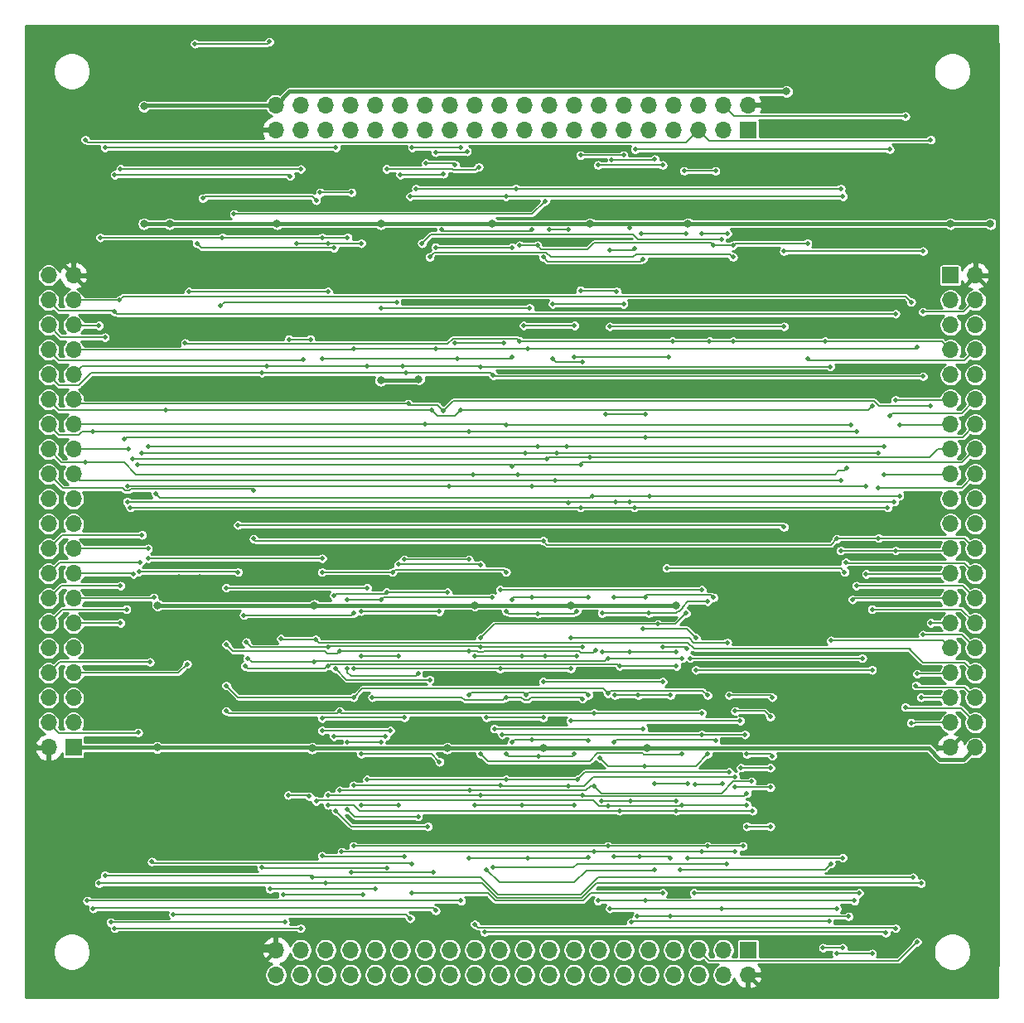
<source format=gbr>
%TF.GenerationSoftware,KiCad,Pcbnew,(5.1.10-1-10_14)*%
%TF.CreationDate,2021-12-06T08:26:31+01:00*%
%TF.ProjectId,stack,73746163-6b2e-46b6-9963-61645f706362,1*%
%TF.SameCoordinates,Original*%
%TF.FileFunction,Copper,L2,Bot*%
%TF.FilePolarity,Positive*%
%FSLAX46Y46*%
G04 Gerber Fmt 4.6, Leading zero omitted, Abs format (unit mm)*
G04 Created by KiCad (PCBNEW (5.1.10-1-10_14)) date 2021-12-06 08:26:31*
%MOMM*%
%LPD*%
G01*
G04 APERTURE LIST*
%TA.AperFunction,ComponentPad*%
%ADD10O,1.700000X1.700000*%
%TD*%
%TA.AperFunction,ComponentPad*%
%ADD11R,1.700000X1.700000*%
%TD*%
%TA.AperFunction,ViaPad*%
%ADD12C,0.800000*%
%TD*%
%TA.AperFunction,ViaPad*%
%ADD13C,0.500000*%
%TD*%
%TA.AperFunction,Conductor*%
%ADD14C,0.400000*%
%TD*%
%TA.AperFunction,Conductor*%
%ADD15C,0.160000*%
%TD*%
%TA.AperFunction,Conductor*%
%ADD16C,0.254000*%
%TD*%
%TA.AperFunction,Conductor*%
%ADD17C,0.100000*%
%TD*%
G04 APERTURE END LIST*
D10*
%TO.P,J4,40*%
%TO.N,VCC*%
X147358000Y-124130000D03*
%TO.P,J4,39*%
%TO.N,GND*%
X144818000Y-124130000D03*
%TO.P,J4,38*%
%TO.N,/a15*%
X147358000Y-121590000D03*
%TO.P,J4,37*%
%TO.N,/a14*%
X144818000Y-121590000D03*
%TO.P,J4,36*%
%TO.N,/a13*%
X147358000Y-119050000D03*
%TO.P,J4,35*%
%TO.N,/a12*%
X144818000Y-119050000D03*
%TO.P,J4,34*%
%TO.N,/a11*%
X147358000Y-116510000D03*
%TO.P,J4,33*%
%TO.N,/a10*%
X144818000Y-116510000D03*
%TO.P,J4,32*%
%TO.N,/a9*%
X147358000Y-113970000D03*
%TO.P,J4,31*%
%TO.N,/a8*%
X144818000Y-113970000D03*
%TO.P,J4,30*%
%TO.N,/a7*%
X147358000Y-111430000D03*
%TO.P,J4,29*%
%TO.N,/a6*%
X144818000Y-111430000D03*
%TO.P,J4,28*%
%TO.N,/a5*%
X147358000Y-108890000D03*
%TO.P,J4,27*%
%TO.N,/a4*%
X144818000Y-108890000D03*
%TO.P,J4,26*%
%TO.N,/a3*%
X147358000Y-106350000D03*
%TO.P,J4,25*%
%TO.N,/a2*%
X144818000Y-106350000D03*
%TO.P,J4,24*%
%TO.N,/a1*%
X147358000Y-103810000D03*
%TO.P,J4,23*%
%TO.N,/a0*%
X144818000Y-103810000D03*
%TO.P,J4,22*%
%TO.N,Net-(J4-Pad22)*%
X147358000Y-101270000D03*
%TO.P,J4,21*%
%TO.N,Net-(J4-Pad21)*%
X144818000Y-101270000D03*
%TO.P,J4,20*%
%TO.N,Net-(J4-Pad20)*%
X147358000Y-98730000D03*
%TO.P,J4,19*%
%TO.N,Net-(J4-Pad19)*%
X144818000Y-98730000D03*
%TO.P,J4,18*%
%TO.N,/d7*%
X147358000Y-96190000D03*
%TO.P,J4,17*%
%TO.N,/d6*%
X144818000Y-96190000D03*
%TO.P,J4,16*%
%TO.N,/d5*%
X147358000Y-93650000D03*
%TO.P,J4,15*%
%TO.N,/d4*%
X144818000Y-93650000D03*
%TO.P,J4,14*%
%TO.N,/d3*%
X147358000Y-91110000D03*
%TO.P,J4,13*%
%TO.N,/d2*%
X144818000Y-91110000D03*
%TO.P,J4,12*%
%TO.N,/d1*%
X147358000Y-88570000D03*
%TO.P,J4,11*%
%TO.N,/d0*%
X144818000Y-88570000D03*
%TO.P,J4,10*%
%TO.N,Net-(J4-Pad10)*%
X147358000Y-86030000D03*
%TO.P,J4,9*%
%TO.N,Net-(J4-Pad9)*%
X144818000Y-86030000D03*
%TO.P,J4,8*%
%TO.N,/~we*%
X147358000Y-83490000D03*
%TO.P,J4,7*%
%TO.N,/~oe*%
X144818000Y-83490000D03*
%TO.P,J4,6*%
%TO.N,VCC*%
X147358000Y-80950000D03*
%TO.P,J4,5*%
%TO.N,/rdy*%
X144818000Y-80950000D03*
%TO.P,J4,4*%
%TO.N,/~rst*%
X147358000Y-78410000D03*
%TO.P,J4,3*%
%TO.N,Net-(J4-Pad3)*%
X144818000Y-78410000D03*
%TO.P,J4,2*%
%TO.N,GND*%
X147358000Y-75870000D03*
D11*
%TO.P,J4,1*%
%TO.N,VCC*%
X144818000Y-75870000D03*
%TD*%
D10*
%TO.P,J3,40*%
%TO.N,VCC*%
X75870000Y-147358000D03*
%TO.P,J3,39*%
%TO.N,GND*%
X75870000Y-144818000D03*
%TO.P,J3,38*%
%TO.N,/a15*%
X78410000Y-147358000D03*
%TO.P,J3,37*%
%TO.N,/a14*%
X78410000Y-144818000D03*
%TO.P,J3,36*%
%TO.N,/a13*%
X80950000Y-147358000D03*
%TO.P,J3,35*%
%TO.N,/a12*%
X80950000Y-144818000D03*
%TO.P,J3,34*%
%TO.N,/a11*%
X83490000Y-147358000D03*
%TO.P,J3,33*%
%TO.N,/a10*%
X83490000Y-144818000D03*
%TO.P,J3,32*%
%TO.N,/a9*%
X86030000Y-147358000D03*
%TO.P,J3,31*%
%TO.N,/a8*%
X86030000Y-144818000D03*
%TO.P,J3,30*%
%TO.N,/a7*%
X88570000Y-147358000D03*
%TO.P,J3,29*%
%TO.N,/a6*%
X88570000Y-144818000D03*
%TO.P,J3,28*%
%TO.N,/a5*%
X91110000Y-147358000D03*
%TO.P,J3,27*%
%TO.N,/a4*%
X91110000Y-144818000D03*
%TO.P,J3,26*%
%TO.N,/a3*%
X93650000Y-147358000D03*
%TO.P,J3,25*%
%TO.N,/a2*%
X93650000Y-144818000D03*
%TO.P,J3,24*%
%TO.N,/a1*%
X96190000Y-147358000D03*
%TO.P,J3,23*%
%TO.N,/a0*%
X96190000Y-144818000D03*
%TO.P,J3,22*%
%TO.N,Net-(J3-Pad22)*%
X98730000Y-147358000D03*
%TO.P,J3,21*%
%TO.N,Net-(J3-Pad21)*%
X98730000Y-144818000D03*
%TO.P,J3,20*%
%TO.N,Net-(J3-Pad20)*%
X101270000Y-147358000D03*
%TO.P,J3,19*%
%TO.N,Net-(J3-Pad19)*%
X101270000Y-144818000D03*
%TO.P,J3,18*%
%TO.N,/d7*%
X103810000Y-147358000D03*
%TO.P,J3,17*%
%TO.N,/d6*%
X103810000Y-144818000D03*
%TO.P,J3,16*%
%TO.N,/d5*%
X106350000Y-147358000D03*
%TO.P,J3,15*%
%TO.N,/d4*%
X106350000Y-144818000D03*
%TO.P,J3,14*%
%TO.N,/d3*%
X108890000Y-147358000D03*
%TO.P,J3,13*%
%TO.N,/d2*%
X108890000Y-144818000D03*
%TO.P,J3,12*%
%TO.N,/d1*%
X111430000Y-147358000D03*
%TO.P,J3,11*%
%TO.N,/d0*%
X111430000Y-144818000D03*
%TO.P,J3,10*%
%TO.N,Net-(J3-Pad10)*%
X113970000Y-147358000D03*
%TO.P,J3,9*%
%TO.N,Net-(J3-Pad9)*%
X113970000Y-144818000D03*
%TO.P,J3,8*%
%TO.N,/~we*%
X116510000Y-147358000D03*
%TO.P,J3,7*%
%TO.N,/~oe*%
X116510000Y-144818000D03*
%TO.P,J3,6*%
%TO.N,Net-(J3-Pad6)*%
X119050000Y-147358000D03*
%TO.P,J3,5*%
%TO.N,/rdy*%
X119050000Y-144818000D03*
%TO.P,J3,4*%
%TO.N,/~rst*%
X121590000Y-147358000D03*
%TO.P,J3,3*%
%TO.N,Net-(J3-Pad3)*%
X121590000Y-144818000D03*
%TO.P,J3,2*%
%TO.N,GND*%
X124130000Y-147358000D03*
D11*
%TO.P,J3,1*%
%TO.N,VCC*%
X124130000Y-144818000D03*
%TD*%
D10*
%TO.P,J2,40*%
%TO.N,VCC*%
X75870000Y-58460000D03*
%TO.P,J2,39*%
%TO.N,GND*%
X75870000Y-61000000D03*
%TO.P,J2,38*%
%TO.N,/a15*%
X78410000Y-58460000D03*
%TO.P,J2,37*%
%TO.N,/a14*%
X78410000Y-61000000D03*
%TO.P,J2,36*%
%TO.N,/a13*%
X80950000Y-58460000D03*
%TO.P,J2,35*%
%TO.N,/a12*%
X80950000Y-61000000D03*
%TO.P,J2,34*%
%TO.N,/a11*%
X83490000Y-58460000D03*
%TO.P,J2,33*%
%TO.N,/a10*%
X83490000Y-61000000D03*
%TO.P,J2,32*%
%TO.N,/a9*%
X86030000Y-58460000D03*
%TO.P,J2,31*%
%TO.N,/a8*%
X86030000Y-61000000D03*
%TO.P,J2,30*%
%TO.N,/a7*%
X88570000Y-58460000D03*
%TO.P,J2,29*%
%TO.N,/a6*%
X88570000Y-61000000D03*
%TO.P,J2,28*%
%TO.N,/a5*%
X91110000Y-58460000D03*
%TO.P,J2,27*%
%TO.N,/a4*%
X91110000Y-61000000D03*
%TO.P,J2,26*%
%TO.N,/a3*%
X93650000Y-58460000D03*
%TO.P,J2,25*%
%TO.N,/a2*%
X93650000Y-61000000D03*
%TO.P,J2,24*%
%TO.N,/a1*%
X96190000Y-58460000D03*
%TO.P,J2,23*%
%TO.N,/a0*%
X96190000Y-61000000D03*
%TO.P,J2,22*%
%TO.N,Net-(J2-Pad22)*%
X98730000Y-58460000D03*
%TO.P,J2,21*%
%TO.N,Net-(J2-Pad21)*%
X98730000Y-61000000D03*
%TO.P,J2,20*%
%TO.N,Net-(J2-Pad20)*%
X101270000Y-58460000D03*
%TO.P,J2,19*%
%TO.N,Net-(J2-Pad19)*%
X101270000Y-61000000D03*
%TO.P,J2,18*%
%TO.N,/d7*%
X103810000Y-58460000D03*
%TO.P,J2,17*%
%TO.N,/d6*%
X103810000Y-61000000D03*
%TO.P,J2,16*%
%TO.N,/d5*%
X106350000Y-58460000D03*
%TO.P,J2,15*%
%TO.N,/d4*%
X106350000Y-61000000D03*
%TO.P,J2,14*%
%TO.N,/d3*%
X108890000Y-58460000D03*
%TO.P,J2,13*%
%TO.N,/d2*%
X108890000Y-61000000D03*
%TO.P,J2,12*%
%TO.N,/d1*%
X111430000Y-58460000D03*
%TO.P,J2,11*%
%TO.N,/d0*%
X111430000Y-61000000D03*
%TO.P,J2,10*%
%TO.N,Net-(J2-Pad10)*%
X113970000Y-58460000D03*
%TO.P,J2,9*%
%TO.N,Net-(J2-Pad9)*%
X113970000Y-61000000D03*
%TO.P,J2,8*%
%TO.N,/~we*%
X116510000Y-58460000D03*
%TO.P,J2,7*%
%TO.N,/~oe*%
X116510000Y-61000000D03*
%TO.P,J2,6*%
%TO.N,Net-(J2-Pad6)*%
X119050000Y-58460000D03*
%TO.P,J2,5*%
%TO.N,/rdy*%
X119050000Y-61000000D03*
%TO.P,J2,4*%
%TO.N,/~rst*%
X121590000Y-58460000D03*
%TO.P,J2,3*%
%TO.N,Net-(J2-Pad3)*%
X121590000Y-61000000D03*
%TO.P,J2,2*%
%TO.N,GND*%
X124130000Y-58460000D03*
D11*
%TO.P,J2,1*%
%TO.N,VCC*%
X124130000Y-61000000D03*
%TD*%
D10*
%TO.P,J1,40*%
%TO.N,VCC*%
X52642000Y-75870000D03*
%TO.P,J1,39*%
%TO.N,GND*%
X55182000Y-75870000D03*
%TO.P,J1,38*%
%TO.N,/a15*%
X52642000Y-78410000D03*
%TO.P,J1,37*%
%TO.N,/a14*%
X55182000Y-78410000D03*
%TO.P,J1,36*%
%TO.N,/a13*%
X52642000Y-80950000D03*
%TO.P,J1,35*%
%TO.N,/a12*%
X55182000Y-80950000D03*
%TO.P,J1,34*%
%TO.N,/a11*%
X52642000Y-83490000D03*
%TO.P,J1,33*%
%TO.N,/a10*%
X55182000Y-83490000D03*
%TO.P,J1,32*%
%TO.N,/a9*%
X52642000Y-86030000D03*
%TO.P,J1,31*%
%TO.N,/a8*%
X55182000Y-86030000D03*
%TO.P,J1,30*%
%TO.N,/a7*%
X52642000Y-88570000D03*
%TO.P,J1,29*%
%TO.N,/a6*%
X55182000Y-88570000D03*
%TO.P,J1,28*%
%TO.N,/a5*%
X52642000Y-91110000D03*
%TO.P,J1,27*%
%TO.N,/a4*%
X55182000Y-91110000D03*
%TO.P,J1,26*%
%TO.N,/a3*%
X52642000Y-93650000D03*
%TO.P,J1,25*%
%TO.N,/a2*%
X55182000Y-93650000D03*
%TO.P,J1,24*%
%TO.N,/a1*%
X52642000Y-96190000D03*
%TO.P,J1,23*%
%TO.N,/a0*%
X55182000Y-96190000D03*
%TO.P,J1,22*%
%TO.N,Net-(J1-Pad22)*%
X52642000Y-98730000D03*
%TO.P,J1,21*%
%TO.N,Net-(J1-Pad21)*%
X55182000Y-98730000D03*
%TO.P,J1,20*%
%TO.N,Net-(J1-Pad20)*%
X52642000Y-101270000D03*
%TO.P,J1,19*%
%TO.N,Net-(J1-Pad19)*%
X55182000Y-101270000D03*
%TO.P,J1,18*%
%TO.N,/d7*%
X52642000Y-103810000D03*
%TO.P,J1,17*%
%TO.N,/d6*%
X55182000Y-103810000D03*
%TO.P,J1,16*%
%TO.N,/d5*%
X52642000Y-106350000D03*
%TO.P,J1,15*%
%TO.N,/d4*%
X55182000Y-106350000D03*
%TO.P,J1,14*%
%TO.N,/d3*%
X52642000Y-108890000D03*
%TO.P,J1,13*%
%TO.N,/d2*%
X55182000Y-108890000D03*
%TO.P,J1,12*%
%TO.N,/d1*%
X52642000Y-111430000D03*
%TO.P,J1,11*%
%TO.N,/d0*%
X55182000Y-111430000D03*
%TO.P,J1,10*%
%TO.N,Net-(J1-Pad10)*%
X52642000Y-113970000D03*
%TO.P,J1,9*%
%TO.N,Net-(J1-Pad9)*%
X55182000Y-113970000D03*
%TO.P,J1,8*%
%TO.N,/~we*%
X52642000Y-116510000D03*
%TO.P,J1,7*%
%TO.N,/~oe*%
X55182000Y-116510000D03*
%TO.P,J1,6*%
%TO.N,VCC*%
X52642000Y-119050000D03*
%TO.P,J1,5*%
%TO.N,/rdy*%
X55182000Y-119050000D03*
%TO.P,J1,4*%
%TO.N,/~rst*%
X52642000Y-121590000D03*
%TO.P,J1,3*%
%TO.N,Net-(J1-Pad3)*%
X55182000Y-121590000D03*
%TO.P,J1,2*%
%TO.N,GND*%
X52642000Y-124130000D03*
D11*
%TO.P,J1,1*%
%TO.N,VCC*%
X55182000Y-124130000D03*
%TD*%
D12*
%TO.N,GND*%
X65000000Y-66500000D03*
X76000000Y-66500000D03*
X86500000Y-66250000D03*
X98000000Y-66250000D03*
X108000000Y-66250000D03*
X118000000Y-66250000D03*
X71000000Y-76750000D03*
X82000000Y-76750000D03*
X92799998Y-76800000D03*
X104000000Y-76800000D03*
X114000000Y-76800000D03*
X124000000Y-76800000D03*
X90450000Y-76750000D03*
X78400000Y-106800000D03*
X94800000Y-106800000D03*
X104400000Y-106800000D03*
X109600000Y-106800000D03*
X115400000Y-106800000D03*
X115200000Y-119800000D03*
X78600000Y-119800000D03*
X85000000Y-119800000D03*
X94800000Y-119800000D03*
X104400000Y-119800000D03*
X111200000Y-119800000D03*
X85200000Y-133400000D03*
X111000000Y-133400000D03*
X131000000Y-133400000D03*
X66000000Y-106800000D03*
X132000000Y-119800000D03*
X65000000Y-119800000D03*
X75800000Y-133200000D03*
X75600000Y-119800000D03*
X75800000Y-106800000D03*
X75750000Y-76750000D03*
X131000000Y-106800000D03*
X131000000Y-77000000D03*
X131000000Y-66200000D03*
X131000000Y-58400000D03*
X128400000Y-133400000D03*
X72600000Y-144400000D03*
X135700002Y-147900000D03*
D13*
X111250000Y-66250000D03*
X113000000Y-106800000D03*
D12*
X100200000Y-119800000D03*
X120800000Y-119800000D03*
X120800000Y-133400000D03*
X100400000Y-133400000D03*
X68100000Y-106800000D03*
X68150000Y-76750000D03*
X126200000Y-106800000D03*
X126200000Y-77000000D03*
X75800000Y-87900000D03*
X126200000Y-87800000D03*
X131000000Y-87900000D03*
X68100000Y-87900000D03*
X68100000Y-100300000D03*
X126200000Y-100300000D03*
X131000000Y-100300000D03*
X131000000Y-102300000D03*
X75800000Y-102300000D03*
X68100000Y-102200000D03*
X109600000Y-102767600D03*
%TO.N,VCC*%
X79600000Y-124200000D03*
X93400000Y-124200000D03*
X103200000Y-124200000D03*
X113800000Y-124200000D03*
X79800000Y-109600000D03*
X96200000Y-109600000D03*
X106000000Y-109600000D03*
X116800000Y-109600000D03*
X65000000Y-70600000D03*
X76000000Y-70600000D03*
X86600000Y-70600000D03*
X98000000Y-70600000D03*
X108000000Y-70600000D03*
X118000000Y-70600000D03*
X62400000Y-58600000D03*
X62400000Y-70600000D03*
X144800000Y-70600000D03*
X148870190Y-70600000D03*
X128065000Y-57065000D03*
X63800000Y-109600000D03*
X63730000Y-124130000D03*
X86600000Y-86600000D03*
X90475000Y-86475000D03*
D13*
X112000000Y-71000000D03*
X101800000Y-79200000D03*
X86600000Y-79200000D03*
%TO.N,/Stack Pointer 0/c0*%
X117400000Y-115000000D03*
X109800000Y-115000000D03*
X79800000Y-115400000D03*
X73000000Y-115000000D03*
%TO.N,/Stack Pointer 0/c1*%
X81200000Y-115764801D03*
X111000000Y-115800000D03*
X116800000Y-115800000D03*
X72717590Y-115809448D03*
%TO.N,/Stack Pointer 0/c2*%
X82400000Y-120402400D03*
X108400000Y-120600000D03*
X119400000Y-120600000D03*
X70800000Y-120402400D03*
%TO.N,/Stack Pointer 0/c3*%
X83800000Y-119000000D03*
X109800000Y-118600000D03*
X120000000Y-118800000D03*
X70800000Y-117800000D03*
%TO.N,/Stack Pointer 0/c4*%
X72848977Y-113366759D03*
X107200000Y-113882410D03*
X96800000Y-113882410D03*
X81200000Y-113882410D03*
%TO.N,/Stack Pointer 0/c5*%
X82400000Y-114282400D03*
X95600000Y-114282400D03*
X108581077Y-114193693D03*
X70800000Y-113600000D03*
%TO.N,/Stack Pointer 0/c6*%
X83800000Y-116082400D03*
X98800000Y-116082400D03*
X106000000Y-116082400D03*
X72600000Y-110600000D03*
X83800000Y-110400000D03*
%TO.N,/Stack Pointer 0/c7*%
X85727400Y-119000000D03*
X99400000Y-119000000D03*
X107200000Y-119197600D03*
X70800000Y-107800000D03*
X85200000Y-107800000D03*
%TO.N,/Stack Pointer 1/c0*%
X117400000Y-130000000D03*
X80000000Y-129600000D03*
X124000000Y-130000000D03*
X124000000Y-132200000D03*
X126400000Y-132200000D03*
X109800000Y-130077231D03*
%TO.N,/Stack Pointer 1/c1*%
X111000000Y-130600000D03*
X116800000Y-130600000D03*
X124600000Y-130600000D03*
X81200000Y-130000000D03*
%TO.N,/Stack Pointer 1/c2*%
X119400000Y-134800000D03*
X108400000Y-134800000D03*
X82600000Y-134800000D03*
X122800000Y-134800000D03*
X122800000Y-128200000D03*
X126400000Y-128200000D03*
%TO.N,/Stack Pointer 1/c3*%
X83800000Y-134200000D03*
X109800000Y-134200000D03*
X120000000Y-134200000D03*
X123600000Y-134200000D03*
X123400000Y-126200000D03*
X126400000Y-126200000D03*
%TO.N,/Stack Pointer 1/c4*%
X81200000Y-129000000D03*
X96800000Y-129000000D03*
X107200000Y-129000000D03*
X124000000Y-128800000D03*
X124000000Y-124802400D03*
X126600000Y-125000000D03*
%TO.N,/Stack Pointer 1/c5*%
X82400000Y-128517600D03*
X95717600Y-128517600D03*
X108400000Y-128035199D03*
X124482400Y-127600000D03*
%TO.N,/Stack Pointer 1/c6*%
X98800000Y-128000000D03*
X83800000Y-128000000D03*
X105800000Y-128035200D03*
X122800000Y-127117600D03*
X122800000Y-120402400D03*
X126400000Y-121000000D03*
%TO.N,/Stack Pointer 1/c7*%
X85200000Y-127400000D03*
X99400000Y-127400000D03*
X106717600Y-127400000D03*
X122200000Y-126635200D03*
X122200000Y-118800000D03*
X126600000Y-119000000D03*
%TO.N,/~ce_bank*%
X104160377Y-84400000D03*
X107200000Y-84717600D03*
X103800000Y-71217590D03*
X105800000Y-71217590D03*
%TO.N,/a15*%
X59400000Y-79600000D03*
X59400000Y-65600000D03*
X77327599Y-65727599D03*
X139200000Y-79800000D03*
X140200000Y-120000000D03*
X59000000Y-142000000D03*
X76800000Y-142000000D03*
%TO.N,/a14*%
X59882400Y-78400000D03*
X60000000Y-65000000D03*
X78410000Y-65010000D03*
X59400000Y-142600000D03*
X78400000Y-142600000D03*
X140800000Y-121600000D03*
X140800000Y-78600000D03*
%TO.N,/a13*%
X82000000Y-62800000D03*
X58400000Y-62800000D03*
X58400000Y-82200000D03*
X58400000Y-137200000D03*
X79600000Y-137400000D03*
X141000000Y-137400000D03*
X141282400Y-117800000D03*
%TO.N,/a12*%
X83200000Y-72000000D03*
X80600000Y-72000000D03*
X70400000Y-72000000D03*
X57917600Y-72000000D03*
X57800000Y-81000000D03*
X57800000Y-138000000D03*
X81000000Y-138000000D03*
X141800000Y-138000000D03*
X141800000Y-119000000D03*
%TO.N,/a11*%
X84600000Y-72600000D03*
X81200000Y-72600000D03*
X78000000Y-72600000D03*
X84800000Y-139200000D03*
X76600000Y-139200000D03*
X79925000Y-113075000D03*
X76400000Y-113000000D03*
X78700000Y-84500000D03*
%TO.N,/a10*%
X83600000Y-67400000D03*
X80400000Y-67400000D03*
X83800000Y-83400000D03*
X101600000Y-83400000D03*
X141400000Y-83200000D03*
X141400000Y-116600000D03*
X83600000Y-136917600D03*
X92000000Y-136917600D03*
X92200000Y-83400000D03*
%TO.N,/a9*%
X87200000Y-65000000D03*
X96600000Y-64800000D03*
X98095000Y-86095000D03*
X87200000Y-136435200D03*
X74400000Y-136400000D03*
X74442599Y-85842599D03*
X142000000Y-112600000D03*
X142000000Y-86200000D03*
X89157401Y-85842599D03*
%TO.N,/a8*%
X96800000Y-85200000D03*
X88819999Y-85180001D03*
X85180001Y-85180001D03*
X132600000Y-113200000D03*
X86000000Y-138600000D03*
X75267600Y-138600000D03*
X74980001Y-85180001D03*
X132517590Y-85200000D03*
%TO.N,/a7*%
X91795010Y-89600000D03*
X136800000Y-89200000D03*
X136800000Y-110000000D03*
X89800000Y-62800000D03*
X94800000Y-62800000D03*
X94800000Y-89600000D03*
X89600000Y-141600000D03*
X65400000Y-141200000D03*
X64652401Y-89652401D03*
%TO.N,/a6*%
X89400000Y-89000000D03*
X93000000Y-89717600D03*
X88600000Y-65600000D03*
X142800000Y-89200000D03*
X142800000Y-111400000D03*
X93000000Y-65482400D03*
%TO.N,/a5*%
X92200000Y-63282400D03*
X95400000Y-63200000D03*
X95600000Y-91800000D03*
X135200000Y-91800000D03*
X135200000Y-107600000D03*
X92200000Y-140800000D03*
X57200000Y-140600000D03*
X57200000Y-91800000D03*
%TO.N,/a4*%
X99400000Y-91200000D03*
X134800000Y-109000000D03*
X134600000Y-91200000D03*
X91110000Y-91110000D03*
X99200000Y-82800000D03*
X94200000Y-82800000D03*
X91200000Y-64400000D03*
X94200000Y-64600000D03*
%TO.N,/a3*%
X100600000Y-96200000D03*
X134117600Y-105200000D03*
X96000000Y-96200000D03*
X94800000Y-139800000D03*
X56600000Y-139800000D03*
X56400000Y-95000000D03*
X134200000Y-95600000D03*
%TO.N,/a2*%
X93600000Y-97400000D03*
X102000000Y-97400000D03*
X60682400Y-97400000D03*
X60800000Y-93600000D03*
X136200000Y-97400000D03*
X136200000Y-106400000D03*
%TO.N,/a1*%
X73600000Y-97882400D03*
X73600000Y-102800000D03*
X103200000Y-103000000D03*
X90200000Y-67000000D03*
X133600000Y-67000000D03*
X97200000Y-143000000D03*
X137472401Y-102727599D03*
X100400000Y-67000000D03*
X133200000Y-102800000D03*
X138200000Y-143100000D03*
%TO.N,/a0*%
X104400000Y-96800000D03*
X89600000Y-67800000D03*
X99377400Y-67800000D03*
X133832401Y-67800000D03*
X133600000Y-104000000D03*
X133643021Y-96800000D03*
X96200000Y-142200000D03*
X139200000Y-142600000D03*
X139200000Y-104000000D03*
%TO.N,/d7*%
X104600000Y-94000000D03*
X137400000Y-94000000D03*
X137400000Y-97600000D03*
X62200000Y-94000000D03*
X62200000Y-102400000D03*
X100000000Y-108997600D03*
X107800000Y-108800000D03*
X100000000Y-123597600D03*
X107800000Y-123400000D03*
X102015202Y-123347601D03*
X102000000Y-108800000D03*
X101400000Y-94000000D03*
%TO.N,/d6*%
X105600000Y-93400000D03*
X138000000Y-93400000D03*
X138000000Y-96200000D03*
X62800000Y-93400000D03*
X62800000Y-103800000D03*
X99400000Y-124802400D03*
X106400000Y-124802400D03*
X99400000Y-110202400D03*
X106600000Y-110202400D03*
X102747601Y-125052399D03*
X102652399Y-110452399D03*
X102600000Y-93400000D03*
%TO.N,/d5*%
X107000000Y-95200000D03*
X100000000Y-95400002D03*
X62000000Y-105200000D03*
X61717600Y-95200000D03*
X95600000Y-135400000D03*
X107775000Y-135375000D03*
X101600000Y-135400000D03*
X95600000Y-118800000D03*
X101482400Y-118800000D03*
X107800000Y-118800000D03*
%TO.N,/d4*%
X106600000Y-114800000D03*
X96200000Y-114800000D03*
X108000000Y-94482400D03*
X103600000Y-94600000D03*
X103400000Y-114800000D03*
X61200000Y-94600000D03*
X106400000Y-130000000D03*
X101000000Y-114800000D03*
X101000000Y-130000000D03*
X96200000Y-130000000D03*
X61307232Y-106400000D03*
%TO.N,/d3*%
X110000000Y-140600000D03*
X133200000Y-140600000D03*
X113600000Y-92400000D03*
X110200000Y-64082400D03*
X114600000Y-64000000D03*
X110400000Y-123597600D03*
X120800000Y-123400000D03*
X121400000Y-140600000D03*
X120600000Y-108800000D03*
X110400000Y-108800000D03*
X113600000Y-108800000D03*
X60400000Y-92600000D03*
X60000000Y-107600000D03*
X109600000Y-90082410D03*
X113600000Y-90082410D03*
%TO.N,/d2*%
X108800000Y-139800000D03*
X135000000Y-139800000D03*
X114082400Y-98400000D03*
X108200000Y-98400000D03*
X139600000Y-98400000D03*
X139600000Y-91200000D03*
X63400000Y-108800000D03*
X63600000Y-98200000D03*
X108800000Y-64600000D03*
X115400000Y-64600000D03*
X109200000Y-110400000D03*
X120000000Y-124802400D03*
X114000000Y-110400000D03*
X113600000Y-139800000D03*
X113564801Y-126035201D03*
X109000000Y-125200000D03*
X120000000Y-109199994D03*
%TO.N,/d1*%
X112800000Y-141400000D03*
X134400000Y-141400000D03*
X107000000Y-99600000D03*
X138400000Y-99600000D03*
X138600000Y-90200000D03*
X60600000Y-110000000D03*
X112600000Y-63000000D03*
X138600000Y-63000000D03*
X110400000Y-135282400D03*
X116200000Y-135400000D03*
X116200000Y-141400000D03*
X110522600Y-118800000D03*
X116200000Y-118800000D03*
X113082400Y-135282400D03*
X112517600Y-99600000D03*
X112917590Y-118800000D03*
X60994821Y-99600000D03*
%TO.N,/d0*%
X112035200Y-114400000D03*
X109200000Y-114400000D03*
X116800000Y-114400000D03*
X112000000Y-99000000D03*
X132400000Y-141882400D03*
X112200000Y-142000000D03*
X110600000Y-99000000D03*
X111400000Y-63600000D03*
X107000000Y-63600000D03*
X107000000Y-77402400D03*
X110700000Y-77500000D03*
X139082400Y-99000000D03*
X139200000Y-88600000D03*
X60000000Y-111400000D03*
X112117590Y-129594821D03*
X109132473Y-129594821D03*
X116800000Y-129594821D03*
X60682410Y-99000000D03*
X105800000Y-99082410D03*
%TO.N,/~we*%
X94400000Y-84400000D03*
X100000000Y-84200000D03*
X100800000Y-72800000D03*
X102600000Y-72800000D03*
X120600000Y-72800000D03*
X122600000Y-72800000D03*
X117600000Y-65200000D03*
X120800000Y-65200000D03*
X130200000Y-84400000D03*
X130200000Y-72600000D03*
X63000000Y-115400000D03*
X62800000Y-104800000D03*
X80600000Y-104800000D03*
X80600000Y-84400000D03*
X115400000Y-139000000D03*
X89800000Y-139000000D03*
X89800000Y-136000000D03*
X63200000Y-135800000D03*
%TO.N,/~oe*%
X122600000Y-82600000D03*
X120200000Y-82600002D03*
X100800000Y-82600000D03*
X116400002Y-82600002D03*
X117200000Y-136600000D03*
X132600000Y-136000000D03*
X132000000Y-82600000D03*
X66800000Y-115600000D03*
X66600000Y-82800000D03*
%TO.N,/rdy*%
X142800000Y-62000000D03*
X56400000Y-62000000D03*
X141400000Y-144000000D03*
%TO.N,/~rst*%
X110000000Y-73282400D03*
X142000000Y-73400000D03*
X142000000Y-79600000D03*
X61800000Y-122600000D03*
X61911741Y-106154648D03*
X72000000Y-106197600D03*
X72000000Y-101400000D03*
X127800000Y-101600000D03*
X127800000Y-73400000D03*
X112518909Y-73117590D03*
X110000000Y-81100000D03*
X127800000Y-81100000D03*
X140200000Y-59600000D03*
%TO.N,/~sel0*%
X90800000Y-72600000D03*
X121400000Y-72200000D03*
%TO.N,/~sel1*%
X91600000Y-74000000D03*
X122600000Y-74000000D03*
%TO.N,/~sel2*%
X92200000Y-73000000D03*
X100000000Y-73000000D03*
%TO.N,/~sel3*%
X102000000Y-71217590D03*
X92800000Y-71217590D03*
%TO.N,/nand_a_10_15*%
X70200000Y-79000000D03*
X88200000Y-78600000D03*
%TO.N,/f4*%
X80600000Y-135200000D03*
X89000000Y-135282400D03*
X89000000Y-121082400D03*
X80600000Y-121134799D03*
X89000000Y-104917600D03*
X95600000Y-104917600D03*
%TO.N,/f7*%
X84600000Y-130000000D03*
X88400000Y-130000000D03*
X88400000Y-114800000D03*
X84600000Y-114800000D03*
X88400000Y-105400000D03*
X96800000Y-105465201D03*
%TO.N,/f2*%
X83200000Y-123597600D03*
X86600000Y-123597600D03*
X86600000Y-108997600D03*
X83200000Y-108997600D03*
X98000000Y-108800000D03*
%TO.N,/f0*%
X80600000Y-122400000D03*
X87564800Y-122400000D03*
X87800000Y-106197600D03*
X80600000Y-106197600D03*
X99400000Y-106197600D03*
%TO.N,/f1*%
X81800000Y-123000000D03*
X87082400Y-122978926D03*
X87200000Y-108265201D03*
X81800000Y-108600000D03*
X93400000Y-108265201D03*
%TO.N,/f3*%
X84600000Y-124802400D03*
X84600000Y-110202400D03*
X92550001Y-110249999D03*
X92600000Y-125600000D03*
%TO.N,/f5*%
X82000000Y-116082400D03*
X82000000Y-130600000D03*
X91600000Y-117200000D03*
X91400000Y-132200000D03*
%TO.N,/f6*%
X83147597Y-116082400D03*
X83200000Y-130482400D03*
X90400000Y-116600000D03*
X90400002Y-131200000D03*
%TO.N,/rst*%
X96800000Y-124802400D03*
X117400000Y-124802400D03*
X96800000Y-112917600D03*
X117800000Y-110400000D03*
X114917599Y-111517599D03*
X117800000Y-71600000D03*
X113200000Y-71600000D03*
%TO.N,/Stack Pointer 0/~borrow*%
X97400000Y-121082400D03*
X103200000Y-121082400D03*
X103200000Y-117400000D03*
X115400000Y-117400000D03*
X115400000Y-113882410D03*
X117900089Y-113982321D03*
%TO.N,/Stack Pointer 0/~carry*%
X98200000Y-122200000D03*
X113400000Y-122200000D03*
X113400000Y-112000000D03*
X118800000Y-112917600D03*
%TO.N,/~load_0*%
X98800000Y-108000000D03*
X119400000Y-108000000D03*
X119400000Y-71600000D03*
X122000000Y-71600000D03*
%TO.N,/up_0*%
X118800000Y-116200000D03*
X136800000Y-116200000D03*
X136800000Y-145200000D03*
X133200000Y-145200000D03*
%TO.N,/down_0*%
X118200000Y-115000000D03*
X135800000Y-115000000D03*
%TO.N,/~oe_d_0*%
X106000000Y-112917600D03*
X122000000Y-113400000D03*
%TO.N,/Stack Pointer 1/~borrow*%
X97400000Y-136600000D03*
X114600000Y-136600000D03*
X114600000Y-127800000D03*
X118000000Y-127800000D03*
%TO.N,/Stack Pointer 1/~carry*%
X118700000Y-127900000D03*
X121500000Y-127800000D03*
X121914801Y-136000000D03*
X98100000Y-136400000D03*
%TO.N,/~load_1*%
X99000000Y-122800000D03*
X119400000Y-122800000D03*
X123800000Y-122800000D03*
%TO.N,/up_1*%
X118600000Y-139000000D03*
X135482400Y-139000000D03*
%TO.N,/down_1*%
X118000000Y-135400000D03*
X133800000Y-135400000D03*
%TO.N,/~oe_d_1*%
X106000000Y-121400000D03*
X123317600Y-121400000D03*
%TO.N,/~a11*%
X79400000Y-82400000D03*
X77132399Y-129000000D03*
X79275000Y-129125000D03*
X77200002Y-82400000D03*
%TO.N,/~ena*%
X103200000Y-74000000D03*
X113400000Y-74200000D03*
%TO.N,/ff_ena_cp*%
X104160377Y-78800000D03*
X111400000Y-78800000D03*
%TO.N,/~incdec_we*%
X131800000Y-144600000D03*
X133800000Y-144600000D03*
X134000000Y-106200000D03*
X115800000Y-105800000D03*
X116000000Y-84200000D03*
X106400000Y-84200000D03*
X106400000Y-81000000D03*
X101200000Y-81000000D03*
%TO.N,/nand_a_14_15*%
X68400000Y-68000000D03*
X80000000Y-68200000D03*
%TO.N,/nand_a_10_11*%
X67800000Y-72600000D03*
X81800000Y-73082400D03*
%TO.N,/~a12*%
X81200000Y-77517590D03*
X67000000Y-77517590D03*
%TO.N,/xor_a_12_13*%
X67600000Y-52200000D03*
X75200000Y-52000000D03*
%TO.N,/~sf_sel*%
X71600000Y-69600000D03*
X103400000Y-68282400D03*
%TD*%
D14*
%TO.N,GND*%
X65000000Y-66500000D02*
X76000000Y-66500000D01*
X86250000Y-66500000D02*
X86500000Y-66250000D01*
X76000000Y-66500000D02*
X86250000Y-66500000D01*
X86500000Y-66250000D02*
X98000000Y-66250000D01*
X98000000Y-66250000D02*
X108000000Y-66250000D01*
X92749998Y-76750000D02*
X92799998Y-76800000D01*
X92799998Y-76800000D02*
X104000000Y-76800000D01*
X104000000Y-76800000D02*
X114000000Y-76800000D01*
X114000000Y-76800000D02*
X124000000Y-76800000D01*
X90450000Y-76750000D02*
X92749998Y-76750000D01*
X82000000Y-76750000D02*
X90450000Y-76750000D01*
X78400000Y-106800000D02*
X94800000Y-106800000D01*
X94800000Y-106800000D02*
X104400000Y-106800000D01*
X104400000Y-106800000D02*
X109600000Y-106800000D01*
X120600000Y-119800000D02*
X115200000Y-119800000D01*
X85000000Y-119800000D02*
X78600000Y-119800000D01*
X94800000Y-119800000D02*
X85000000Y-119800000D01*
X100000000Y-119800000D02*
X94800000Y-119800000D01*
X111200000Y-119800000D02*
X104400000Y-119800000D01*
X115200000Y-119800000D02*
X111200000Y-119800000D01*
X85200000Y-133400000D02*
X100000000Y-133400000D01*
X111000000Y-133400000D02*
X120600000Y-133400000D01*
X85000000Y-133200000D02*
X85200000Y-133400000D01*
X75800000Y-133200000D02*
X85000000Y-133200000D01*
X75600000Y-119800000D02*
X65000000Y-119800000D01*
X78600000Y-119800000D02*
X75600000Y-119800000D01*
X75800000Y-106800000D02*
X78400000Y-106800000D01*
X75750000Y-76750000D02*
X82000000Y-76750000D01*
X71000000Y-76750000D02*
X75750000Y-76750000D01*
X124200000Y-77000000D02*
X124000000Y-76800000D01*
X118050000Y-66200000D02*
X118000000Y-66250000D01*
X131000000Y-66200000D02*
X118050000Y-66200000D01*
X146155599Y-77072401D02*
X147358000Y-75870000D01*
X131072401Y-77072401D02*
X146155599Y-77072401D01*
X131000000Y-77000000D02*
X131072401Y-77072401D01*
X130940000Y-58460000D02*
X131000000Y-58400000D01*
X124130000Y-58460000D02*
X130940000Y-58460000D01*
X128400000Y-133400000D02*
X131000000Y-133400000D01*
X124130000Y-147358000D02*
X125600000Y-148828000D01*
X147935153Y-122927599D02*
X146020401Y-122927599D01*
X146020401Y-122927599D02*
X144818000Y-124130000D01*
X149622590Y-124615036D02*
X147935153Y-122927599D01*
X149622590Y-78134590D02*
X147358000Y-75870000D01*
X149622590Y-124615036D02*
X149622590Y-78134590D01*
X149622590Y-78134590D02*
X149622590Y-52222590D01*
X149622590Y-52222590D02*
X148600000Y-51200000D01*
X138200000Y-51200000D02*
X131000000Y-58400000D01*
X148600000Y-51200000D02*
X138200000Y-51200000D01*
X56062000Y-76750000D02*
X55182000Y-75870000D01*
X65000000Y-66500000D02*
X50500000Y-66500000D01*
X50500000Y-66500000D02*
X50377410Y-66622590D01*
X50377410Y-71065410D02*
X55182000Y-75870000D01*
X50377410Y-66622590D02*
X50377410Y-71065410D01*
X51530000Y-124130000D02*
X52642000Y-124130000D01*
X50377410Y-122977410D02*
X51530000Y-124130000D01*
X50377410Y-122777410D02*
X50377410Y-147600000D01*
X50377410Y-71065410D02*
X50377410Y-122777410D01*
X50377410Y-122777410D02*
X50377410Y-122977410D01*
X50377410Y-147600000D02*
X62000000Y-147600000D01*
X62000000Y-147600000D02*
X64000000Y-149600000D01*
X71088000Y-149600000D02*
X75870000Y-144818000D01*
X64000000Y-149600000D02*
X71088000Y-149600000D01*
X75452000Y-144400000D02*
X75870000Y-144818000D01*
X72600000Y-144400000D02*
X75452000Y-144400000D01*
X125172000Y-148828000D02*
X125600000Y-148828000D01*
X124400000Y-149600000D02*
X125172000Y-148828000D01*
X71088000Y-149600000D02*
X124400000Y-149600000D01*
X135300003Y-148299999D02*
X135700002Y-147900000D01*
X125600000Y-148828000D02*
X134772002Y-148828000D01*
X134772002Y-148828000D02*
X135300003Y-148299999D01*
X148665685Y-147334315D02*
X135700002Y-147334315D01*
X135700002Y-147334315D02*
X135700002Y-147900000D01*
X149622590Y-146377410D02*
X148665685Y-147334315D01*
X149622590Y-124615036D02*
X149622590Y-146377410D01*
X111250000Y-66250000D02*
X118000000Y-66250000D01*
X108000000Y-66250000D02*
X111250000Y-66250000D01*
X113000000Y-106800000D02*
X115400000Y-106800000D01*
X109600000Y-106800000D02*
X113000000Y-106800000D01*
X100200000Y-119800000D02*
X100000000Y-119800000D01*
X104400000Y-119800000D02*
X100200000Y-119800000D01*
X120800000Y-119800000D02*
X132000000Y-119800000D01*
X120600000Y-119800000D02*
X120800000Y-119800000D01*
X120800000Y-133400000D02*
X128400000Y-133400000D01*
X120600000Y-133400000D02*
X120800000Y-133400000D01*
X100400000Y-133400000D02*
X111000000Y-133400000D01*
X100000000Y-133400000D02*
X100400000Y-133400000D01*
X66000000Y-106800000D02*
X68100000Y-106800000D01*
X68100000Y-106800000D02*
X75800000Y-106800000D01*
X68150000Y-76750000D02*
X56062000Y-76750000D01*
X71000000Y-76750000D02*
X68150000Y-76750000D01*
X126300000Y-106800000D02*
X126200000Y-106800000D01*
X131000000Y-106800000D02*
X126300000Y-106800000D01*
X126300000Y-106800000D02*
X115400000Y-106800000D01*
X126200000Y-77000000D02*
X124200000Y-77000000D01*
X131000000Y-77000000D02*
X126200000Y-77000000D01*
X126100000Y-87900000D02*
X126200000Y-87800000D01*
X75800000Y-87900000D02*
X126100000Y-87900000D01*
X130900000Y-87800000D02*
X131000000Y-87900000D01*
X126200000Y-87800000D02*
X130900000Y-87800000D01*
X75800000Y-87900000D02*
X68100000Y-87900000D01*
X68100000Y-100300000D02*
X126200000Y-100300000D01*
X126200000Y-100300000D02*
X131000000Y-100300000D01*
X68102401Y-102197599D02*
X68100000Y-102200000D01*
X75697599Y-102197599D02*
X68102401Y-102197599D01*
X75800000Y-102300000D02*
X75697599Y-102197599D01*
X131000000Y-102300000D02*
X109500000Y-102300000D01*
X109500000Y-102667600D02*
X109600000Y-102767600D01*
X109500000Y-102300000D02*
X109500000Y-102667600D01*
X109500000Y-102300000D02*
X75800000Y-102300000D01*
%TO.N,VCC*%
X79600000Y-124200000D02*
X93400000Y-124200000D01*
X103200000Y-124200000D02*
X93400000Y-124200000D01*
X113800000Y-124200000D02*
X103200000Y-124200000D01*
X79800000Y-109600000D02*
X96200000Y-109600000D01*
X96200000Y-109600000D02*
X106000000Y-109600000D01*
X106000000Y-109600000D02*
X116800000Y-109600000D01*
X65000000Y-70600000D02*
X76000000Y-70600000D01*
X76000000Y-70600000D02*
X86600000Y-70600000D01*
X86600000Y-70600000D02*
X98000000Y-70600000D01*
X98000000Y-70600000D02*
X108000000Y-70600000D01*
X79530000Y-124130000D02*
X79600000Y-124200000D01*
X146155599Y-125332401D02*
X147358000Y-124130000D01*
X143732401Y-125332401D02*
X146155599Y-125332401D01*
X142600000Y-124200000D02*
X143732401Y-125332401D01*
X113800000Y-124200000D02*
X142600000Y-124200000D01*
X62540000Y-58460000D02*
X62400000Y-58600000D01*
X75870000Y-58460000D02*
X62540000Y-58460000D01*
X62400000Y-70600000D02*
X65000000Y-70600000D01*
X118000000Y-70600000D02*
X144800000Y-70600000D01*
X148870190Y-70600000D02*
X144800000Y-70600000D01*
X77265000Y-57065000D02*
X128065000Y-57065000D01*
X75870000Y-58460000D02*
X77265000Y-57065000D01*
X79800000Y-109600000D02*
X63800000Y-109600000D01*
X63730000Y-124130000D02*
X79530000Y-124130000D01*
X55182000Y-124130000D02*
X63730000Y-124130000D01*
X86600000Y-86600000D02*
X90350000Y-86600000D01*
X90350000Y-86600000D02*
X90475000Y-86475000D01*
D15*
X112000000Y-71000000D02*
X112000000Y-70600000D01*
D14*
X112000000Y-70600000D02*
X118000000Y-70600000D01*
X108000000Y-70600000D02*
X112000000Y-70600000D01*
D15*
X101800000Y-79200000D02*
X86600000Y-79200000D01*
%TO.N,/Stack Pointer 0/c0*%
X117400000Y-115000000D02*
X109800000Y-115000000D01*
X79917599Y-115282401D02*
X79800000Y-115400000D01*
X109517599Y-115282401D02*
X79917599Y-115282401D01*
X109800000Y-115000000D02*
X109517599Y-115282401D01*
X73400000Y-115400000D02*
X73000000Y-115000000D01*
X79800000Y-115400000D02*
X73400000Y-115400000D01*
%TO.N,/Stack Pointer 0/c1*%
X111000000Y-115800000D02*
X116800000Y-115800000D01*
X110800000Y-115600000D02*
X111000000Y-115800000D01*
X81364801Y-115600000D02*
X110800000Y-115600000D01*
X81200000Y-115764801D02*
X81364801Y-115600000D01*
X81200000Y-115764801D02*
X80905354Y-116059447D01*
X80905354Y-116059447D02*
X72967589Y-116059447D01*
X72967589Y-116059447D02*
X72717590Y-115809448D01*
%TO.N,/Stack Pointer 0/c2*%
X82597600Y-120600000D02*
X108400000Y-120600000D01*
X82400000Y-120402400D02*
X82597600Y-120600000D01*
X108400000Y-120600000D02*
X119400000Y-120600000D01*
X82150001Y-120652399D02*
X82400000Y-120402400D01*
X71049999Y-120652399D02*
X82150001Y-120652399D01*
X70800000Y-120402400D02*
X71049999Y-120652399D01*
%TO.N,/Stack Pointer 0/c3*%
X119517599Y-118317599D02*
X120000000Y-118800000D01*
X110082401Y-118317599D02*
X119517599Y-118317599D01*
X109800000Y-118600000D02*
X110082401Y-118317599D01*
X84712411Y-118087589D02*
X109287589Y-118087589D01*
X83800000Y-119000000D02*
X84712411Y-118087589D01*
X109287589Y-118087589D02*
X109800000Y-118600000D01*
X72000000Y-119000000D02*
X83800000Y-119000000D01*
X70800000Y-117800000D02*
X72000000Y-119000000D01*
%TO.N,/Stack Pointer 0/c4*%
X106846447Y-113882410D02*
X96800000Y-113882410D01*
X96800000Y-113882410D02*
X96717590Y-113800000D01*
X81282410Y-113800000D02*
X81200000Y-113882410D01*
X72848977Y-113366759D02*
X73364628Y-113882410D01*
X107200000Y-113882410D02*
X106846447Y-113882410D01*
X73364628Y-113882410D02*
X81200000Y-113882410D01*
X96717590Y-113800000D02*
X81282410Y-113800000D01*
%TO.N,/Stack Pointer 0/c5*%
X82400000Y-114282400D02*
X95600000Y-114282400D01*
X80886034Y-114282400D02*
X71482400Y-114282400D01*
X97031554Y-114364812D02*
X97113966Y-114282400D01*
X82400000Y-114282400D02*
X82150001Y-114532399D01*
X107047326Y-114443692D02*
X108331078Y-114443692D01*
X71049999Y-113849999D02*
X70800000Y-113600000D01*
X96486034Y-114282400D02*
X96568446Y-114364812D01*
X82150001Y-114532399D02*
X81136033Y-114532399D01*
X71482400Y-114282400D02*
X71049999Y-113849999D01*
X97113966Y-114282400D02*
X106886034Y-114282400D01*
X106886034Y-114282400D02*
X107047326Y-114443692D01*
X108331078Y-114443692D02*
X108581077Y-114193693D01*
X95600000Y-114282400D02*
X96486034Y-114282400D01*
X81136033Y-114532399D02*
X80886034Y-114282400D01*
X96568446Y-114364812D02*
X97031554Y-114364812D01*
%TO.N,/Stack Pointer 0/c6*%
X98800000Y-116082400D02*
X106000000Y-116082400D01*
X83600000Y-110600000D02*
X83800000Y-110400000D01*
X72600000Y-110600000D02*
X83600000Y-110600000D01*
X98381645Y-116017598D02*
X98446447Y-116082400D01*
X89468446Y-116017598D02*
X98381645Y-116017598D01*
X89403644Y-116082400D02*
X89468446Y-116017598D01*
X98446447Y-116082400D02*
X98800000Y-116082400D01*
X83800000Y-116082400D02*
X89403644Y-116082400D01*
%TO.N,/Stack Pointer 0/c7*%
X94886046Y-119000000D02*
X85727400Y-119000000D01*
X95168447Y-119282401D02*
X94886046Y-119000000D01*
X99117599Y-119282401D02*
X95168447Y-119282401D01*
X99400000Y-119000000D02*
X99117599Y-119282401D01*
X107002400Y-119000000D02*
X107200000Y-119197600D01*
X101682400Y-119282401D02*
X101964801Y-119000000D01*
X101964801Y-119000000D02*
X107002400Y-119000000D01*
X101250847Y-119282401D02*
X101682400Y-119282401D01*
X100968446Y-119000000D02*
X101250847Y-119282401D01*
X99400000Y-119000000D02*
X100968446Y-119000000D01*
X70800000Y-107800000D02*
X85200000Y-107800000D01*
%TO.N,/Stack Pointer 1/c0*%
X117400000Y-130000000D02*
X124000000Y-130000000D01*
X124000000Y-132200000D02*
X126400000Y-132200000D01*
X117322769Y-130077231D02*
X109800000Y-130077231D01*
X80000000Y-129600000D02*
X80082401Y-129517599D01*
X80082401Y-129517599D02*
X108341295Y-129517599D01*
X117400000Y-130000000D02*
X117322769Y-130077231D01*
X108900927Y-130077231D02*
X109800000Y-130077231D01*
X108341295Y-129517599D02*
X108900927Y-130077231D01*
%TO.N,/Stack Pointer 1/c1*%
X111000000Y-130600000D02*
X116800000Y-130600000D01*
X116800000Y-130600000D02*
X124600000Y-130600000D01*
X84400000Y-130600000D02*
X83800000Y-130000000D01*
X83800000Y-130000000D02*
X81200000Y-130000000D01*
X111000000Y-130600000D02*
X84400000Y-130600000D01*
%TO.N,/Stack Pointer 1/c2*%
X119400000Y-134800000D02*
X108400000Y-134800000D01*
X108400000Y-134800000D02*
X82600000Y-134800000D01*
X119400000Y-134800000D02*
X122800000Y-134800000D01*
X122800000Y-128200000D02*
X126400000Y-128200000D01*
%TO.N,/Stack Pointer 1/c3*%
X83800000Y-134200000D02*
X109800000Y-134200000D01*
X109800000Y-134200000D02*
X120000000Y-134200000D01*
X120000000Y-134200000D02*
X123600000Y-134200000D01*
X123400000Y-126200000D02*
X126400000Y-126200000D01*
%TO.N,/Stack Pointer 1/c4*%
X81200000Y-129000000D02*
X96800000Y-129000000D01*
X96800000Y-129000000D02*
X107200000Y-129000000D01*
X126402400Y-124802400D02*
X126600000Y-125000000D01*
X124000000Y-124802400D02*
X126402400Y-124802400D01*
X107200000Y-129000000D02*
X107312411Y-129112411D01*
X107312411Y-129112411D02*
X123687589Y-129112411D01*
X123687589Y-129112411D02*
X123750001Y-129049999D01*
X123750001Y-129049999D02*
X124000000Y-128800000D01*
%TO.N,/Stack Pointer 1/c5*%
X82400000Y-128517600D02*
X95717600Y-128517600D01*
X95717600Y-128517600D02*
X107564046Y-128517600D01*
X108046447Y-128035199D02*
X108400000Y-128035199D01*
X107564046Y-128517600D02*
X108046447Y-128035199D01*
X122600000Y-127600000D02*
X124482400Y-127600000D01*
X108400000Y-128035199D02*
X109164801Y-128800000D01*
X109164801Y-128800000D02*
X121400000Y-128800000D01*
X121400000Y-128800000D02*
X122600000Y-127600000D01*
%TO.N,/Stack Pointer 1/c6*%
X98800000Y-128000000D02*
X83800000Y-128000000D01*
X98835200Y-128035200D02*
X98800000Y-128000000D01*
X105800000Y-128035200D02*
X98835200Y-128035200D01*
X125802400Y-120402400D02*
X126400000Y-121000000D01*
X122800000Y-120402400D02*
X125802400Y-120402400D01*
X105800000Y-128035200D02*
X107364800Y-128035200D01*
X107364800Y-128035200D02*
X108282400Y-127117600D01*
X108282400Y-127117600D02*
X122800000Y-127117600D01*
%TO.N,/Stack Pointer 1/c7*%
X85200000Y-127400000D02*
X99400000Y-127400000D01*
X99400000Y-127400000D02*
X106717600Y-127400000D01*
X126400000Y-118800000D02*
X126600000Y-119000000D01*
X122200000Y-118800000D02*
X126400000Y-118800000D01*
X107470397Y-126647203D02*
X121834444Y-126647203D01*
X121846447Y-126635200D02*
X122200000Y-126635200D01*
X106717600Y-127400000D02*
X107470397Y-126647203D01*
X121834444Y-126647203D02*
X121846447Y-126635200D01*
%TO.N,/~ce_bank*%
X104477977Y-84717600D02*
X107200000Y-84717600D01*
X104160377Y-84400000D02*
X104477977Y-84717600D01*
X103800000Y-71217590D02*
X105800000Y-71217590D01*
%TO.N,/a15*%
X59292401Y-79492401D02*
X59400000Y-79600000D01*
X53724401Y-79492401D02*
X59292401Y-79492401D01*
X52642000Y-78410000D02*
X53724401Y-79492401D01*
X77200000Y-65600000D02*
X77327599Y-65727599D01*
X59400000Y-65600000D02*
X77200000Y-65600000D01*
X59600000Y-79800000D02*
X139200000Y-79800000D01*
X59400000Y-79600000D02*
X59600000Y-79800000D01*
X145900401Y-120132401D02*
X147358000Y-121590000D01*
X140332401Y-120132401D02*
X145900401Y-120132401D01*
X140200000Y-120000000D02*
X140332401Y-120132401D01*
X59000000Y-142000000D02*
X76800000Y-142000000D01*
%TO.N,/a14*%
X59872400Y-78410000D02*
X59882400Y-78400000D01*
X55182000Y-78410000D02*
X59872400Y-78410000D01*
X78400000Y-65000000D02*
X78410000Y-65010000D01*
X60000000Y-65000000D02*
X78400000Y-65000000D01*
X59400000Y-142600000D02*
X78400000Y-142600000D01*
X144818000Y-121590000D02*
X141190000Y-121590000D01*
X141180000Y-121600000D02*
X140800000Y-121600000D01*
X141190000Y-121590000D02*
X141180000Y-121600000D01*
X59882400Y-78400000D02*
X60282400Y-78000000D01*
X60282400Y-78000000D02*
X140200000Y-78000000D01*
X140200000Y-78000000D02*
X140800000Y-78600000D01*
%TO.N,/a13*%
X82000000Y-62800000D02*
X58400000Y-62800000D01*
X53892000Y-82200000D02*
X52642000Y-80950000D01*
X58400000Y-82200000D02*
X53892000Y-82200000D01*
X79400000Y-137200000D02*
X79600000Y-137400000D01*
X58400000Y-137200000D02*
X79400000Y-137200000D01*
X141449999Y-117967599D02*
X141282400Y-117800000D01*
X146275599Y-117967599D02*
X141449999Y-117967599D01*
X147358000Y-119050000D02*
X146275599Y-117967599D01*
X140646447Y-137400000D02*
X141000000Y-137400000D01*
X79600000Y-137400000D02*
X96800000Y-137400000D01*
X96800000Y-137400000D02*
X98575178Y-139175178D01*
X98575178Y-139175178D02*
X107024822Y-139175178D01*
X108787589Y-137412411D02*
X140634036Y-137412411D01*
X107024822Y-139175178D02*
X108787589Y-137412411D01*
X140634036Y-137412411D02*
X140646447Y-137400000D01*
%TO.N,/a12*%
X83200000Y-72000000D02*
X80600000Y-72000000D01*
X80600000Y-72000000D02*
X70400000Y-72000000D01*
X70400000Y-72000000D02*
X57917600Y-72000000D01*
X55232000Y-81000000D02*
X55182000Y-80950000D01*
X57800000Y-81000000D02*
X55232000Y-81000000D01*
X57800000Y-138000000D02*
X81000000Y-138000000D01*
X144768000Y-119000000D02*
X144818000Y-119050000D01*
X141800000Y-119000000D02*
X144768000Y-119000000D01*
X108641814Y-138000000D02*
X141446447Y-138000000D01*
X81000000Y-138000000D02*
X96958186Y-138000000D01*
X98445774Y-139487589D02*
X107154226Y-139487589D01*
X107154226Y-139487589D02*
X108641814Y-138000000D01*
X96958186Y-138000000D02*
X98445774Y-139487589D01*
X141446447Y-138000000D02*
X141800000Y-138000000D01*
%TO.N,/a11*%
X84600000Y-72600000D02*
X81200000Y-72600000D01*
X78000000Y-72600000D02*
X81200000Y-72600000D01*
X84800000Y-139200000D02*
X76600000Y-139200000D01*
X76475000Y-113075000D02*
X76400000Y-113000000D01*
X79925000Y-113075000D02*
X76475000Y-113075000D01*
X78627599Y-84572401D02*
X78700000Y-84500000D01*
X53724401Y-84572401D02*
X78627599Y-84572401D01*
X52642000Y-83490000D02*
X53724401Y-84572401D01*
X80250000Y-113400000D02*
X79925000Y-113075000D01*
X118000000Y-113400000D02*
X80250000Y-113400000D01*
X118600000Y-114000000D02*
X118000000Y-113400000D01*
X146275599Y-115427599D02*
X142027599Y-115427599D01*
X147358000Y-116510000D02*
X146275599Y-115427599D01*
X140600000Y-114000000D02*
X118600000Y-114000000D01*
X142027599Y-115427599D02*
X140600000Y-114000000D01*
X140706046Y-114000000D02*
X140600000Y-114000000D01*
%TO.N,/a10*%
X83600000Y-67400000D02*
X80400000Y-67400000D01*
X83710000Y-83490000D02*
X83800000Y-83400000D01*
X55182000Y-83490000D02*
X83710000Y-83490000D01*
X141200000Y-83400000D02*
X141400000Y-83200000D01*
X101600000Y-83400000D02*
X141200000Y-83400000D01*
X144728000Y-116600000D02*
X144818000Y-116510000D01*
X141400000Y-116600000D02*
X144728000Y-116600000D01*
X83600000Y-136917600D02*
X92000000Y-136917600D01*
X92200000Y-83400000D02*
X101600000Y-83400000D01*
X83800000Y-83400000D02*
X92200000Y-83400000D01*
%TO.N,/a9*%
X97842599Y-85842599D02*
X98095000Y-86095000D01*
X55701553Y-87112401D02*
X56971355Y-85842599D01*
X53724401Y-87112401D02*
X55701553Y-87112401D01*
X52642000Y-86030000D02*
X53724401Y-87112401D01*
X74435200Y-136435200D02*
X74400000Y-136400000D01*
X87200000Y-136435200D02*
X74435200Y-136435200D01*
X56971355Y-85842599D02*
X74442599Y-85842599D01*
X145988000Y-112600000D02*
X142000000Y-112600000D01*
X147358000Y-113970000D02*
X145988000Y-112600000D01*
X98200000Y-86200000D02*
X98095000Y-86095000D01*
X142000000Y-86200000D02*
X98200000Y-86200000D01*
X89157401Y-85842599D02*
X97842599Y-85842599D01*
X74442599Y-85842599D02*
X89157401Y-85842599D01*
X93886046Y-65000000D02*
X93968447Y-65082401D01*
X96317599Y-65082401D02*
X96600000Y-64800000D01*
X87200000Y-65000000D02*
X93886046Y-65000000D01*
X93968447Y-65082401D02*
X96317599Y-65082401D01*
%TO.N,/a8*%
X96780001Y-85180001D02*
X96800000Y-85200000D01*
X55182000Y-86030000D02*
X56031999Y-85180001D01*
X88819999Y-85180001D02*
X96780001Y-85180001D01*
X85180001Y-85180001D02*
X88819999Y-85180001D01*
X144048000Y-113200000D02*
X132600000Y-113200000D01*
X144818000Y-113970000D02*
X144048000Y-113200000D01*
X86000000Y-138600000D02*
X75267600Y-138600000D01*
X56031999Y-85180001D02*
X74980001Y-85180001D01*
X74980001Y-85180001D02*
X85180001Y-85180001D01*
X96800000Y-85200000D02*
X132517590Y-85200000D01*
%TO.N,/a7*%
X91742609Y-89652401D02*
X91795010Y-89600000D01*
X52642000Y-88570000D02*
X53724401Y-89652401D01*
X145928000Y-110000000D02*
X147358000Y-111430000D01*
X136800000Y-110000000D02*
X145928000Y-110000000D01*
X89800000Y-62800000D02*
X94800000Y-62800000D01*
X136400000Y-89600000D02*
X136800000Y-89200000D01*
X94800000Y-89600000D02*
X136400000Y-89600000D01*
X89200000Y-141200000D02*
X65400000Y-141200000D01*
X89600000Y-141600000D02*
X89200000Y-141200000D01*
X64652401Y-89652401D02*
X91742609Y-89652401D01*
X53724401Y-89652401D02*
X64652401Y-89652401D01*
X94200000Y-90200000D02*
X94800000Y-89600000D01*
X92395010Y-90200000D02*
X94200000Y-90200000D01*
X91795010Y-89600000D02*
X92395010Y-90200000D01*
%TO.N,/a6*%
X89517599Y-89117599D02*
X89400000Y-89000000D01*
X92399999Y-89117599D02*
X89517599Y-89117599D01*
X93000000Y-89717600D02*
X92399999Y-89117599D01*
X55612000Y-89000000D02*
X55182000Y-88570000D01*
X89400000Y-89000000D02*
X55612000Y-89000000D01*
X137513954Y-89200000D02*
X142800000Y-89200000D01*
X137031553Y-88717599D02*
X137513954Y-89200000D01*
X94000001Y-88717599D02*
X137031553Y-88717599D01*
X93000000Y-89717600D02*
X94000001Y-88717599D01*
X144788000Y-111400000D02*
X144818000Y-111430000D01*
X142800000Y-111400000D02*
X144788000Y-111400000D01*
X92882400Y-65600000D02*
X93000000Y-65482400D01*
X88600000Y-65600000D02*
X92882400Y-65600000D01*
%TO.N,/a5*%
X95317600Y-63282400D02*
X95400000Y-63200000D01*
X92200000Y-63282400D02*
X95317600Y-63282400D01*
X55701553Y-92192401D02*
X56093954Y-91800000D01*
X53724401Y-92192401D02*
X55701553Y-92192401D01*
X52642000Y-91110000D02*
X53724401Y-92192401D01*
X95600000Y-91800000D02*
X135200000Y-91800000D01*
X146068000Y-107600000D02*
X147358000Y-108890000D01*
X135200000Y-107600000D02*
X146068000Y-107600000D01*
X57249999Y-140550001D02*
X57200000Y-140600000D01*
X91950001Y-140550001D02*
X57249999Y-140550001D01*
X92200000Y-140800000D02*
X91950001Y-140550001D01*
X57200000Y-91800000D02*
X95600000Y-91800000D01*
X56093954Y-91800000D02*
X57200000Y-91800000D01*
%TO.N,/a4*%
X99310000Y-91110000D02*
X99400000Y-91200000D01*
X134910000Y-108890000D02*
X134800000Y-109000000D01*
X144818000Y-108890000D02*
X134910000Y-108890000D01*
X134600000Y-91200000D02*
X99400000Y-91200000D01*
X91110000Y-91110000D02*
X99310000Y-91110000D01*
X55182000Y-91110000D02*
X91110000Y-91110000D01*
X99200000Y-82800000D02*
X94200000Y-82800000D01*
X94000000Y-64400000D02*
X94200000Y-64600000D01*
X91200000Y-64400000D02*
X94000000Y-64400000D01*
%TO.N,/a3*%
X134185199Y-105267599D02*
X134117600Y-105200000D01*
X146275599Y-105267599D02*
X134185199Y-105267599D01*
X147358000Y-106350000D02*
X146275599Y-105267599D01*
X96000000Y-96200000D02*
X100600000Y-96200000D01*
X94800000Y-139800000D02*
X56600000Y-139800000D01*
X53992000Y-95000000D02*
X56400000Y-95000000D01*
X52642000Y-93650000D02*
X53992000Y-95000000D01*
X60400000Y-95000000D02*
X56400000Y-95000000D01*
X61600000Y-96200000D02*
X60400000Y-95000000D01*
X96000000Y-96200000D02*
X61600000Y-96200000D01*
X134000000Y-95800000D02*
X134200000Y-95600000D01*
X133400000Y-95800000D02*
X134000000Y-95800000D01*
X133000000Y-96200000D02*
X133400000Y-95800000D01*
X100600000Y-96200000D02*
X133000000Y-96200000D01*
%TO.N,/a2*%
X93600000Y-97400000D02*
X102000000Y-97400000D01*
X93600000Y-97400000D02*
X60682400Y-97400000D01*
X55232000Y-93600000D02*
X55182000Y-93650000D01*
X60800000Y-93600000D02*
X55232000Y-93600000D01*
X102000000Y-97400000D02*
X136200000Y-97400000D01*
X144768000Y-106400000D02*
X144818000Y-106350000D01*
X136200000Y-106400000D02*
X144768000Y-106400000D01*
%TO.N,/a1*%
X73430010Y-97712410D02*
X73600000Y-97882400D01*
X61083944Y-97712410D02*
X73430010Y-97712410D01*
X52642000Y-96190000D02*
X54083553Y-97631553D01*
X60199999Y-97631553D02*
X60450847Y-97882401D01*
X60913953Y-97882401D02*
X61083944Y-97712410D01*
X60450847Y-97882401D02*
X60913953Y-97882401D01*
X54083553Y-97631553D02*
X60199999Y-97631553D01*
X73800000Y-103000000D02*
X73600000Y-102800000D01*
X103200000Y-103000000D02*
X73800000Y-103000000D01*
X147358000Y-103810000D02*
X146275599Y-102727599D01*
X146275599Y-102727599D02*
X137472401Y-102727599D01*
X90200000Y-67000000D02*
X100400000Y-67000000D01*
X133600000Y-67000000D02*
X100400000Y-67000000D01*
X133272401Y-102727599D02*
X133200000Y-102800000D01*
X137472401Y-102727599D02*
X133272401Y-102727599D01*
X97200000Y-143000000D02*
X137400000Y-143000000D01*
X137400000Y-143000000D02*
X138100000Y-143000000D01*
X138100000Y-143000000D02*
X138200000Y-143100000D01*
X132600000Y-103400000D02*
X133200000Y-102800000D01*
X103600000Y-103400000D02*
X132600000Y-103400000D01*
X103200000Y-103000000D02*
X103600000Y-103400000D01*
%TO.N,/a0*%
X55792000Y-96800000D02*
X104400000Y-96800000D01*
X55182000Y-96190000D02*
X55792000Y-96800000D01*
X89600000Y-67800000D02*
X99377400Y-67800000D01*
X99377400Y-67800000D02*
X133832401Y-67800000D01*
X144628000Y-104000000D02*
X144818000Y-103810000D01*
X104400000Y-96800000D02*
X133643021Y-96800000D01*
X139117599Y-142517599D02*
X139200000Y-142600000D01*
X96517599Y-142517599D02*
X139117599Y-142517599D01*
X96200000Y-142200000D02*
X96517599Y-142517599D01*
X139200000Y-104000000D02*
X144628000Y-104000000D01*
X133600000Y-104000000D02*
X139200000Y-104000000D01*
%TO.N,/d7*%
X102600000Y-94000000D02*
X104600000Y-94000000D01*
X104600000Y-94000000D02*
X137400000Y-94000000D01*
X145948000Y-97600000D02*
X147358000Y-96190000D01*
X137400000Y-97600000D02*
X145948000Y-97600000D01*
X54052000Y-102400000D02*
X52642000Y-103810000D01*
X62200000Y-102400000D02*
X54052000Y-102400000D01*
X100000000Y-108997600D02*
X100197600Y-108800000D01*
X107747601Y-123347601D02*
X107800000Y-123400000D01*
X100249999Y-123347601D02*
X107747601Y-123347601D01*
X100000000Y-123597600D02*
X100249999Y-123347601D01*
X102000000Y-108800000D02*
X107800000Y-108800000D01*
X100197600Y-108800000D02*
X102000000Y-108800000D01*
X101400000Y-94000000D02*
X62200000Y-94000000D01*
X102600000Y-94000000D02*
X101400000Y-94000000D01*
%TO.N,/d6*%
X105600000Y-93400000D02*
X138000000Y-93400000D01*
X144808000Y-96200000D02*
X144818000Y-96190000D01*
X138000000Y-96200000D02*
X144808000Y-96200000D01*
X101400000Y-93400000D02*
X62800000Y-93400000D01*
X55192000Y-103800000D02*
X55182000Y-103810000D01*
X62800000Y-103800000D02*
X55192000Y-103800000D01*
X106150001Y-125052399D02*
X106400000Y-124802400D01*
X99400000Y-124802400D02*
X99649999Y-125052399D01*
X106350001Y-110452399D02*
X106600000Y-110202400D01*
X99400000Y-110202400D02*
X99649999Y-110452399D01*
X102747601Y-125052399D02*
X106150001Y-125052399D01*
X99649999Y-125052399D02*
X102747601Y-125052399D01*
X99649999Y-110452399D02*
X102652399Y-110452399D01*
X102652399Y-110452399D02*
X106350001Y-110452399D01*
X102600000Y-93400000D02*
X105600000Y-93400000D01*
X101400000Y-93400000D02*
X102600000Y-93400000D01*
%TO.N,/d5*%
X107200000Y-95000000D02*
X107000000Y-95200000D01*
X147358000Y-93650000D02*
X146008000Y-95000000D01*
X146008000Y-95000000D02*
X107200000Y-95000000D01*
X100200002Y-95200000D02*
X100000000Y-95400002D01*
X107000000Y-95200000D02*
X100200002Y-95200000D01*
X53792000Y-105200000D02*
X62000000Y-105200000D01*
X52642000Y-106350000D02*
X53792000Y-105200000D01*
X99799998Y-95200000D02*
X100000000Y-95400002D01*
X61717600Y-95200000D02*
X99799998Y-95200000D01*
X107750000Y-135400000D02*
X107775000Y-135375000D01*
X101600000Y-135400000D02*
X107750000Y-135400000D01*
X95600000Y-135400000D02*
X101600000Y-135400000D01*
X101199999Y-118517599D02*
X101482400Y-118800000D01*
X95882401Y-118517599D02*
X101199999Y-118517599D01*
X95600000Y-118800000D02*
X95882401Y-118517599D01*
X101732399Y-118550001D02*
X101482400Y-118800000D01*
X107550001Y-118550001D02*
X101732399Y-118550001D01*
X107800000Y-118800000D02*
X107550001Y-118550001D01*
%TO.N,/d4*%
X96200000Y-114800000D02*
X101000000Y-114800000D01*
X103717600Y-94482400D02*
X103600000Y-94600000D01*
X108000000Y-94482400D02*
X103717600Y-94482400D01*
X103400000Y-114800000D02*
X101000000Y-114800000D01*
X106600000Y-114800000D02*
X103400000Y-114800000D01*
X143550000Y-93650000D02*
X144818000Y-93650000D01*
X142717600Y-94482400D02*
X143550000Y-93650000D01*
X108000000Y-94482400D02*
X142717600Y-94482400D01*
X103600000Y-94600000D02*
X61200000Y-94600000D01*
X106400000Y-130000000D02*
X101000000Y-130000000D01*
X101000000Y-130000000D02*
X96200000Y-130000000D01*
X55182000Y-106350000D02*
X61257232Y-106350000D01*
X61257232Y-106350000D02*
X61307232Y-106400000D01*
%TO.N,/d3*%
X110000000Y-140600000D02*
X113400000Y-140600000D01*
X146068000Y-92400000D02*
X113600000Y-92400000D01*
X147358000Y-91110000D02*
X146068000Y-92400000D01*
X114517600Y-64082400D02*
X114600000Y-64000000D01*
X110200000Y-64082400D02*
X114517600Y-64082400D01*
X110649999Y-123347601D02*
X120747601Y-123347601D01*
X120747601Y-123347601D02*
X120800000Y-123400000D01*
X110400000Y-123597600D02*
X110649999Y-123347601D01*
X121400000Y-140600000D02*
X133200000Y-140600000D01*
X113400000Y-140600000D02*
X121400000Y-140600000D01*
X113600000Y-108800000D02*
X110400000Y-108800000D01*
X113849999Y-108550001D02*
X113600000Y-108800000D01*
X120350001Y-108550001D02*
X113849999Y-108550001D01*
X120600000Y-108800000D02*
X120350001Y-108550001D01*
X113600000Y-92400000D02*
X60600000Y-92400000D01*
X60600000Y-92400000D02*
X60400000Y-92600000D01*
X52642000Y-108890000D02*
X53932000Y-107600000D01*
X53932000Y-107600000D02*
X60000000Y-107600000D01*
X109600000Y-90082410D02*
X109953553Y-90082410D01*
X109953553Y-90082410D02*
X113600000Y-90082410D01*
%TO.N,/d2*%
X114200000Y-139800000D02*
X135000000Y-139800000D01*
X114082400Y-98400000D02*
X108200000Y-98400000D01*
X114082400Y-98400000D02*
X139600000Y-98400000D01*
X144728000Y-91200000D02*
X144818000Y-91110000D01*
X139600000Y-91200000D02*
X144728000Y-91200000D01*
X63310000Y-108890000D02*
X63400000Y-108800000D01*
X55182000Y-108890000D02*
X63310000Y-108890000D01*
X108800000Y-64600000D02*
X115400000Y-64600000D01*
X109200000Y-110400000D02*
X114000000Y-110400000D01*
X108800000Y-139800000D02*
X113600000Y-139800000D01*
X113600000Y-139800000D02*
X114200000Y-139800000D01*
X120000000Y-124802400D02*
X118767199Y-126035201D01*
X118767199Y-126035201D02*
X113564801Y-126035201D01*
X109835201Y-126035201D02*
X109000000Y-125200000D01*
X113564801Y-126035201D02*
X109835201Y-126035201D01*
X118000006Y-109199994D02*
X120000000Y-109199994D01*
X117432401Y-109767599D02*
X118000006Y-109199994D01*
X117432401Y-109903553D02*
X117432401Y-109767599D01*
X114000000Y-110400000D02*
X116800000Y-110400000D01*
X117103553Y-110232401D02*
X117432401Y-109903553D01*
X116967599Y-110232401D02*
X117103553Y-110232401D01*
X116800000Y-110400000D02*
X116967599Y-110232401D01*
X108000000Y-98600000D02*
X108200000Y-98400000D01*
X63600000Y-98200000D02*
X64000000Y-98600000D01*
X64000000Y-98600000D02*
X108000000Y-98600000D01*
%TO.N,/d1*%
X112517600Y-99600000D02*
X107000000Y-99600000D01*
X112517600Y-99600000D02*
X138400000Y-99600000D01*
X145977999Y-89950001D02*
X147358000Y-88570000D01*
X138849999Y-89950001D02*
X145977999Y-89950001D01*
X138600000Y-90200000D02*
X138849999Y-89950001D01*
X54072000Y-110000000D02*
X52642000Y-111430000D01*
X60600000Y-110000000D02*
X54072000Y-110000000D01*
X112600000Y-63000000D02*
X138600000Y-63000000D01*
X116082400Y-135282400D02*
X116200000Y-135400000D01*
X116200000Y-141400000D02*
X134400000Y-141400000D01*
X112800000Y-141400000D02*
X116200000Y-141400000D01*
X113082400Y-135282400D02*
X116082400Y-135282400D01*
X110400000Y-135282400D02*
X113082400Y-135282400D01*
X116200000Y-118800000D02*
X112917590Y-118800000D01*
X110522600Y-118800000D02*
X112917590Y-118800000D01*
X107000000Y-99600000D02*
X60994821Y-99600000D01*
%TO.N,/d0*%
X112035200Y-114400000D02*
X109200000Y-114400000D01*
X112035200Y-114400000D02*
X116800000Y-114400000D01*
X112317600Y-141882400D02*
X112200000Y-142000000D01*
X132400000Y-141882400D02*
X112317600Y-141882400D01*
X112000000Y-99000000D02*
X110600000Y-99000000D01*
X109888046Y-63600000D02*
X107000000Y-63600000D01*
X111400000Y-63600000D02*
X109888046Y-63600000D01*
X107000000Y-77402400D02*
X110602400Y-77402400D01*
X110602400Y-77402400D02*
X110700000Y-77500000D01*
X112000000Y-99000000D02*
X139082400Y-99000000D01*
X144788000Y-88600000D02*
X144818000Y-88570000D01*
X139200000Y-88600000D02*
X144788000Y-88600000D01*
X55212000Y-111400000D02*
X55182000Y-111430000D01*
X60000000Y-111400000D02*
X55212000Y-111400000D01*
X109132473Y-129594821D02*
X112117590Y-129594821D01*
X112471143Y-129594821D02*
X116800000Y-129594821D01*
X112117590Y-129594821D02*
X112471143Y-129594821D01*
X110600000Y-99000000D02*
X105882410Y-99000000D01*
X60682410Y-99000000D02*
X105717590Y-99000000D01*
X105717590Y-99000000D02*
X105800000Y-99082410D01*
X105882410Y-99000000D02*
X105800000Y-99082410D01*
%TO.N,/~we*%
X99800000Y-84400000D02*
X100000000Y-84200000D01*
X94400000Y-84400000D02*
X99800000Y-84400000D01*
X100800000Y-72800000D02*
X102600000Y-72800000D01*
X120600000Y-72800000D02*
X122600000Y-72800000D01*
X117600000Y-65200000D02*
X120800000Y-65200000D01*
X130372401Y-84572401D02*
X130200000Y-84400000D01*
X146275599Y-84572401D02*
X130372401Y-84572401D01*
X147358000Y-83490000D02*
X146275599Y-84572401D01*
X122800000Y-72600000D02*
X122600000Y-72800000D01*
X130200000Y-72600000D02*
X122800000Y-72600000D01*
X53752000Y-115400000D02*
X63000000Y-115400000D01*
X52642000Y-116510000D02*
X53752000Y-115400000D01*
X62800000Y-104800000D02*
X80600000Y-104800000D01*
X80600000Y-84400000D02*
X94400000Y-84400000D01*
X63317599Y-135917599D02*
X63200000Y-135800000D01*
X89717599Y-135917599D02*
X63317599Y-135917599D01*
X89800000Y-136000000D02*
X89717599Y-135917599D01*
X120350001Y-72550001D02*
X120600000Y-72800000D01*
X102600000Y-72800000D02*
X103000000Y-73200000D01*
X108349999Y-72550001D02*
X120350001Y-72550001D01*
X107700000Y-73200000D02*
X108349999Y-72550001D01*
X103000000Y-73200000D02*
X107700000Y-73200000D01*
X97516371Y-139000000D02*
X90153553Y-139000000D01*
X115400000Y-139000000D02*
X108083630Y-139000000D01*
X107283630Y-139800000D02*
X98316370Y-139800000D01*
X98316370Y-139800000D02*
X97516371Y-139000000D01*
X108083630Y-139000000D02*
X107283630Y-139800000D01*
X90153553Y-139000000D02*
X89800000Y-139000000D01*
%TO.N,/~oe*%
X144818000Y-83490000D02*
X143928000Y-82600000D01*
X122600000Y-82600000D02*
X120200002Y-82600000D01*
X120200002Y-82600000D02*
X120200000Y-82600002D01*
X100800002Y-82600002D02*
X100800000Y-82600000D01*
X116400002Y-82600002D02*
X100800002Y-82600002D01*
X120200000Y-82600002D02*
X116400002Y-82600002D01*
X132000000Y-136600000D02*
X132600000Y-136000000D01*
X117200000Y-136600000D02*
X132000000Y-136600000D01*
X143928000Y-82600000D02*
X132000000Y-82600000D01*
X132000000Y-82600000D02*
X122600000Y-82600000D01*
X65890000Y-116510000D02*
X66800000Y-115600000D01*
X55182000Y-116510000D02*
X65890000Y-116510000D01*
X100517599Y-82317599D02*
X100800000Y-82600000D01*
X93968447Y-82317599D02*
X100517599Y-82317599D01*
X93403645Y-82882401D02*
X93968447Y-82317599D01*
X66682401Y-82882401D02*
X93403645Y-82882401D01*
X66600000Y-82800000D02*
X66682401Y-82882401D01*
%TO.N,/rdy*%
X120132401Y-62082401D02*
X142717599Y-62082401D01*
X142717599Y-62082401D02*
X142800000Y-62000000D01*
X119050000Y-61000000D02*
X120132401Y-62082401D01*
X117800001Y-62249999D02*
X119050000Y-61000000D01*
X56649999Y-62249999D02*
X117800001Y-62249999D01*
X56400000Y-62000000D02*
X56649999Y-62249999D01*
X139499599Y-145900401D02*
X141400000Y-144000000D01*
X120132401Y-145900401D02*
X139499599Y-145900401D01*
X119050000Y-144818000D02*
X120132401Y-145900401D01*
%TO.N,/~rst*%
X146168000Y-79600000D02*
X147358000Y-78410000D01*
X142000000Y-79600000D02*
X146168000Y-79600000D01*
X61727599Y-122672401D02*
X61800000Y-122600000D01*
X53724401Y-122672401D02*
X61727599Y-122672401D01*
X52642000Y-121590000D02*
X53724401Y-122672401D01*
X71957048Y-106154648D02*
X72000000Y-106197600D01*
X61911741Y-106154648D02*
X71957048Y-106154648D01*
X127600000Y-101400000D02*
X127800000Y-101600000D01*
X72000000Y-101400000D02*
X127600000Y-101400000D01*
X127800000Y-73400000D02*
X142000000Y-73400000D01*
X110000000Y-73282400D02*
X112354099Y-73282400D01*
X112354099Y-73282400D02*
X112518909Y-73117590D01*
X110000000Y-81100000D02*
X127800000Y-81100000D01*
X121590000Y-58460000D02*
X122730000Y-59600000D01*
X122730000Y-59600000D02*
X140200000Y-59600000D01*
%TO.N,/~sel0*%
X112400000Y-71700000D02*
X112900000Y-72200000D01*
X112900000Y-72200000D02*
X121400000Y-72200000D01*
X91700000Y-71700000D02*
X112400000Y-71700000D01*
X90800000Y-72600000D02*
X91700000Y-71700000D01*
%TO.N,/~sel1*%
X91600000Y-74000000D02*
X92087589Y-73512411D01*
X92087589Y-73512411D02*
X103512411Y-73512411D01*
X103512411Y-73512411D02*
X104000000Y-74000000D01*
X112671915Y-73712411D02*
X122312411Y-73712411D01*
X104000000Y-74000000D02*
X112384326Y-74000000D01*
X112384326Y-74000000D02*
X112671915Y-73712411D01*
X122312411Y-73712411D02*
X122600000Y-74000000D01*
%TO.N,/~sel2*%
X92200000Y-73000000D02*
X100000000Y-73000000D01*
%TO.N,/~sel3*%
X92800000Y-71217590D02*
X92900000Y-71317590D01*
X101900000Y-71317590D02*
X102000000Y-71217590D01*
X92900000Y-71317590D02*
X101900000Y-71317590D01*
%TO.N,/nand_a_10_15*%
X70600000Y-78600000D02*
X88200000Y-78600000D01*
X70200000Y-79000000D02*
X70600000Y-78600000D01*
%TO.N,/f4*%
X80682400Y-135282400D02*
X89000000Y-135282400D01*
X80600000Y-135200000D02*
X80682400Y-135282400D01*
X80652399Y-121082400D02*
X80600000Y-121134799D01*
X89000000Y-121082400D02*
X80652399Y-121082400D01*
X89000000Y-104917600D02*
X95600000Y-104917600D01*
%TO.N,/f7*%
X84600000Y-130000000D02*
X88400000Y-130000000D01*
X88400000Y-114800000D02*
X84600000Y-114800000D01*
X96734799Y-105400000D02*
X96800000Y-105465201D01*
X88400000Y-105400000D02*
X96734799Y-105400000D01*
%TO.N,/f2*%
X83200000Y-123597600D02*
X86600000Y-123597600D01*
X86600000Y-108997600D02*
X83200000Y-108997600D01*
X97947601Y-108747601D02*
X98000000Y-108800000D01*
X86849999Y-108747601D02*
X97947601Y-108747601D01*
X86600000Y-108997600D02*
X86849999Y-108747601D01*
%TO.N,/f0*%
X80600000Y-122400000D02*
X87564800Y-122400000D01*
X87800000Y-106197600D02*
X80600000Y-106197600D01*
X88049999Y-105947601D02*
X99150001Y-105947601D01*
X99150001Y-105947601D02*
X99400000Y-106197600D01*
X87800000Y-106197600D02*
X88049999Y-105947601D01*
%TO.N,/f1*%
X87061326Y-123000000D02*
X87082400Y-122978926D01*
X81800000Y-123000000D02*
X87061326Y-123000000D01*
X81964809Y-108435191D02*
X81800000Y-108600000D01*
X87030010Y-108435191D02*
X81964809Y-108435191D01*
X87200000Y-108265201D02*
X87030010Y-108435191D01*
X87200000Y-108265201D02*
X93400000Y-108265201D01*
%TO.N,/f3*%
X92502402Y-110202400D02*
X92550001Y-110249999D01*
X84600000Y-110202400D02*
X92502402Y-110202400D01*
X91802400Y-124802400D02*
X92600000Y-125600000D01*
X84600000Y-124802400D02*
X91802400Y-124802400D01*
%TO.N,/f5*%
X82000000Y-116082400D02*
X83117600Y-117200000D01*
X83117600Y-117200000D02*
X91600000Y-117200000D01*
X83600000Y-132200000D02*
X91400000Y-132200000D01*
X82000000Y-130600000D02*
X83600000Y-132200000D01*
%TO.N,/f6*%
X83561643Y-116849999D02*
X90150001Y-116849999D01*
X83147597Y-116082400D02*
X83147597Y-116435953D01*
X90150001Y-116849999D02*
X90400000Y-116600000D01*
X83147597Y-116435953D02*
X83561643Y-116849999D01*
X83200000Y-130482400D02*
X83917600Y-131200000D01*
X83917600Y-131200000D02*
X90400002Y-131200000D01*
%TO.N,/rst*%
X117369999Y-124832401D02*
X117400000Y-124802400D01*
X113381645Y-124717599D02*
X113496447Y-124832401D01*
X113496447Y-124832401D02*
X117369999Y-124832401D01*
X108768447Y-124717599D02*
X113381645Y-124717599D01*
X97532400Y-125534800D02*
X107951246Y-125534800D01*
X107951246Y-125534800D02*
X108768447Y-124717599D01*
X96800000Y-124802400D02*
X97532400Y-125534800D01*
X98200001Y-111517599D02*
X96800000Y-112917600D01*
X117800000Y-110400000D02*
X116682401Y-111517599D01*
X114917599Y-111517599D02*
X98200001Y-111517599D01*
X116682401Y-111517599D02*
X114917599Y-111517599D01*
X117800000Y-71600000D02*
X113200000Y-71600000D01*
%TO.N,/Stack Pointer 0/~borrow*%
X97400000Y-121082400D02*
X103200000Y-121082400D01*
X103200000Y-117400000D02*
X115400000Y-117400000D01*
X115400000Y-113882410D02*
X117800178Y-113882410D01*
X117800178Y-113882410D02*
X117900089Y-113982321D01*
%TO.N,/Stack Pointer 0/~carry*%
X98200000Y-122200000D02*
X113400000Y-122200000D01*
X117882400Y-112000000D02*
X113400000Y-112000000D01*
X118800000Y-112917600D02*
X117882400Y-112000000D01*
%TO.N,/~load_0*%
X98800000Y-108000000D02*
X119400000Y-108000000D01*
X119400000Y-71600000D02*
X122000000Y-71600000D01*
%TO.N,/up_0*%
X118800000Y-116200000D02*
X136800000Y-116200000D01*
X136800000Y-145200000D02*
X133200000Y-145200000D01*
%TO.N,/down_0*%
X118200000Y-115000000D02*
X135800000Y-115000000D01*
%TO.N,/~oe_d_0*%
X118568446Y-113400000D02*
X122000000Y-113400000D01*
X118086046Y-112917600D02*
X118568446Y-113400000D01*
X106000000Y-112917600D02*
X118086046Y-112917600D01*
%TO.N,/Stack Pointer 1/~borrow*%
X114600000Y-127800000D02*
X118000000Y-127800000D01*
X114500000Y-136700000D02*
X114600000Y-136600000D01*
X107600000Y-136700000D02*
X114500000Y-136700000D01*
X106400000Y-137900000D02*
X107600000Y-136700000D01*
X98700000Y-137900000D02*
X106400000Y-137900000D01*
X97400000Y-136600000D02*
X98700000Y-137900000D01*
%TO.N,/Stack Pointer 1/~carry*%
X121400000Y-127900000D02*
X121500000Y-127800000D01*
X118700000Y-127900000D02*
X121400000Y-127900000D01*
X121914801Y-136000000D02*
X106700000Y-136000000D01*
X106300000Y-136400000D02*
X98100000Y-136400000D01*
X106700000Y-136000000D02*
X106300000Y-136400000D01*
%TO.N,/~load_1*%
X99000000Y-122800000D02*
X119400000Y-122800000D01*
X119400000Y-122800000D02*
X123800000Y-122800000D01*
%TO.N,/up_1*%
X118600000Y-139000000D02*
X135482400Y-139000000D01*
%TO.N,/down_1*%
X118000000Y-135400000D02*
X133800000Y-135400000D01*
%TO.N,/~oe_d_1*%
X106000000Y-121400000D02*
X123317600Y-121400000D01*
%TO.N,/~a11*%
X79150000Y-129000000D02*
X79275000Y-129125000D01*
X77132399Y-129000000D02*
X79150000Y-129000000D01*
X79400000Y-82400000D02*
X77200002Y-82400000D01*
%TO.N,/~ena*%
X103649999Y-74449999D02*
X103200000Y-74000000D01*
X113150001Y-74449999D02*
X103649999Y-74449999D01*
X113400000Y-74200000D02*
X113150001Y-74449999D01*
%TO.N,/ff_ena_cp*%
X104160377Y-78800000D02*
X111400000Y-78800000D01*
%TO.N,/~incdec_we*%
X131800000Y-144600000D02*
X133800000Y-144600000D01*
X133600000Y-105800000D02*
X115800000Y-105800000D01*
X134000000Y-106200000D02*
X133600000Y-105800000D01*
X116000000Y-84200000D02*
X106400000Y-84200000D01*
X106400000Y-81000000D02*
X101200000Y-81000000D01*
%TO.N,/nand_a_14_15*%
X79600000Y-67800000D02*
X80000000Y-68200000D01*
X68600000Y-67800000D02*
X79600000Y-67800000D01*
X68400000Y-68000000D02*
X68600000Y-67800000D01*
%TO.N,/nand_a_10_11*%
X68282400Y-73082400D02*
X81800000Y-73082400D01*
X67800000Y-72600000D02*
X68282400Y-73082400D01*
%TO.N,/~a12*%
X67000000Y-77517590D02*
X67353553Y-77517590D01*
X67353553Y-77517590D02*
X81200000Y-77517590D01*
%TO.N,/xor_a_12_13*%
X75000000Y-52200000D02*
X75200000Y-52000000D01*
X67600000Y-52200000D02*
X75000000Y-52200000D01*
%TO.N,/~sf_sel*%
X102082400Y-69600000D02*
X103400000Y-68282400D01*
X71600000Y-69600000D02*
X102082400Y-69600000D01*
%TD*%
D16*
%TO.N,GND*%
X149648001Y-149648000D02*
X50352000Y-149648000D01*
X50352000Y-144810207D01*
X53073000Y-144810207D01*
X53073000Y-145189793D01*
X53147053Y-145562085D01*
X53292315Y-145912777D01*
X53503201Y-146228391D01*
X53771609Y-146496799D01*
X54087223Y-146707685D01*
X54437915Y-146852947D01*
X54810207Y-146927000D01*
X55189793Y-146927000D01*
X55562085Y-146852947D01*
X55912777Y-146707685D01*
X56228391Y-146496799D01*
X56496799Y-146228391D01*
X56707685Y-145912777D01*
X56852947Y-145562085D01*
X56927000Y-145189793D01*
X56927000Y-145174891D01*
X74428519Y-145174891D01*
X74525843Y-145449252D01*
X74674822Y-145699355D01*
X74869731Y-145915588D01*
X75103080Y-146089641D01*
X75365901Y-146214825D01*
X75474612Y-146247799D01*
X75312481Y-146314956D01*
X75119706Y-146443764D01*
X74955764Y-146607706D01*
X74826956Y-146800481D01*
X74738231Y-147014682D01*
X74693000Y-147242076D01*
X74693000Y-147473924D01*
X74738231Y-147701318D01*
X74826956Y-147915519D01*
X74955764Y-148108294D01*
X75119706Y-148272236D01*
X75312481Y-148401044D01*
X75526682Y-148489769D01*
X75754076Y-148535000D01*
X75985924Y-148535000D01*
X76213318Y-148489769D01*
X76427519Y-148401044D01*
X76620294Y-148272236D01*
X76784236Y-148108294D01*
X76913044Y-147915519D01*
X77001769Y-147701318D01*
X77047000Y-147473924D01*
X77047000Y-147242076D01*
X77233000Y-147242076D01*
X77233000Y-147473924D01*
X77278231Y-147701318D01*
X77366956Y-147915519D01*
X77495764Y-148108294D01*
X77659706Y-148272236D01*
X77852481Y-148401044D01*
X78066682Y-148489769D01*
X78294076Y-148535000D01*
X78525924Y-148535000D01*
X78753318Y-148489769D01*
X78967519Y-148401044D01*
X79160294Y-148272236D01*
X79324236Y-148108294D01*
X79453044Y-147915519D01*
X79541769Y-147701318D01*
X79587000Y-147473924D01*
X79587000Y-147242076D01*
X79773000Y-147242076D01*
X79773000Y-147473924D01*
X79818231Y-147701318D01*
X79906956Y-147915519D01*
X80035764Y-148108294D01*
X80199706Y-148272236D01*
X80392481Y-148401044D01*
X80606682Y-148489769D01*
X80834076Y-148535000D01*
X81065924Y-148535000D01*
X81293318Y-148489769D01*
X81507519Y-148401044D01*
X81700294Y-148272236D01*
X81864236Y-148108294D01*
X81993044Y-147915519D01*
X82081769Y-147701318D01*
X82127000Y-147473924D01*
X82127000Y-147242076D01*
X82313000Y-147242076D01*
X82313000Y-147473924D01*
X82358231Y-147701318D01*
X82446956Y-147915519D01*
X82575764Y-148108294D01*
X82739706Y-148272236D01*
X82932481Y-148401044D01*
X83146682Y-148489769D01*
X83374076Y-148535000D01*
X83605924Y-148535000D01*
X83833318Y-148489769D01*
X84047519Y-148401044D01*
X84240294Y-148272236D01*
X84404236Y-148108294D01*
X84533044Y-147915519D01*
X84621769Y-147701318D01*
X84667000Y-147473924D01*
X84667000Y-147242076D01*
X84853000Y-147242076D01*
X84853000Y-147473924D01*
X84898231Y-147701318D01*
X84986956Y-147915519D01*
X85115764Y-148108294D01*
X85279706Y-148272236D01*
X85472481Y-148401044D01*
X85686682Y-148489769D01*
X85914076Y-148535000D01*
X86145924Y-148535000D01*
X86373318Y-148489769D01*
X86587519Y-148401044D01*
X86780294Y-148272236D01*
X86944236Y-148108294D01*
X87073044Y-147915519D01*
X87161769Y-147701318D01*
X87207000Y-147473924D01*
X87207000Y-147242076D01*
X87393000Y-147242076D01*
X87393000Y-147473924D01*
X87438231Y-147701318D01*
X87526956Y-147915519D01*
X87655764Y-148108294D01*
X87819706Y-148272236D01*
X88012481Y-148401044D01*
X88226682Y-148489769D01*
X88454076Y-148535000D01*
X88685924Y-148535000D01*
X88913318Y-148489769D01*
X89127519Y-148401044D01*
X89320294Y-148272236D01*
X89484236Y-148108294D01*
X89613044Y-147915519D01*
X89701769Y-147701318D01*
X89747000Y-147473924D01*
X89747000Y-147242076D01*
X89933000Y-147242076D01*
X89933000Y-147473924D01*
X89978231Y-147701318D01*
X90066956Y-147915519D01*
X90195764Y-148108294D01*
X90359706Y-148272236D01*
X90552481Y-148401044D01*
X90766682Y-148489769D01*
X90994076Y-148535000D01*
X91225924Y-148535000D01*
X91453318Y-148489769D01*
X91667519Y-148401044D01*
X91860294Y-148272236D01*
X92024236Y-148108294D01*
X92153044Y-147915519D01*
X92241769Y-147701318D01*
X92287000Y-147473924D01*
X92287000Y-147242076D01*
X92473000Y-147242076D01*
X92473000Y-147473924D01*
X92518231Y-147701318D01*
X92606956Y-147915519D01*
X92735764Y-148108294D01*
X92899706Y-148272236D01*
X93092481Y-148401044D01*
X93306682Y-148489769D01*
X93534076Y-148535000D01*
X93765924Y-148535000D01*
X93993318Y-148489769D01*
X94207519Y-148401044D01*
X94400294Y-148272236D01*
X94564236Y-148108294D01*
X94693044Y-147915519D01*
X94781769Y-147701318D01*
X94827000Y-147473924D01*
X94827000Y-147242076D01*
X95013000Y-147242076D01*
X95013000Y-147473924D01*
X95058231Y-147701318D01*
X95146956Y-147915519D01*
X95275764Y-148108294D01*
X95439706Y-148272236D01*
X95632481Y-148401044D01*
X95846682Y-148489769D01*
X96074076Y-148535000D01*
X96305924Y-148535000D01*
X96533318Y-148489769D01*
X96747519Y-148401044D01*
X96940294Y-148272236D01*
X97104236Y-148108294D01*
X97233044Y-147915519D01*
X97321769Y-147701318D01*
X97367000Y-147473924D01*
X97367000Y-147242076D01*
X97553000Y-147242076D01*
X97553000Y-147473924D01*
X97598231Y-147701318D01*
X97686956Y-147915519D01*
X97815764Y-148108294D01*
X97979706Y-148272236D01*
X98172481Y-148401044D01*
X98386682Y-148489769D01*
X98614076Y-148535000D01*
X98845924Y-148535000D01*
X99073318Y-148489769D01*
X99287519Y-148401044D01*
X99480294Y-148272236D01*
X99644236Y-148108294D01*
X99773044Y-147915519D01*
X99861769Y-147701318D01*
X99907000Y-147473924D01*
X99907000Y-147242076D01*
X100093000Y-147242076D01*
X100093000Y-147473924D01*
X100138231Y-147701318D01*
X100226956Y-147915519D01*
X100355764Y-148108294D01*
X100519706Y-148272236D01*
X100712481Y-148401044D01*
X100926682Y-148489769D01*
X101154076Y-148535000D01*
X101385924Y-148535000D01*
X101613318Y-148489769D01*
X101827519Y-148401044D01*
X102020294Y-148272236D01*
X102184236Y-148108294D01*
X102313044Y-147915519D01*
X102401769Y-147701318D01*
X102447000Y-147473924D01*
X102447000Y-147242076D01*
X102633000Y-147242076D01*
X102633000Y-147473924D01*
X102678231Y-147701318D01*
X102766956Y-147915519D01*
X102895764Y-148108294D01*
X103059706Y-148272236D01*
X103252481Y-148401044D01*
X103466682Y-148489769D01*
X103694076Y-148535000D01*
X103925924Y-148535000D01*
X104153318Y-148489769D01*
X104367519Y-148401044D01*
X104560294Y-148272236D01*
X104724236Y-148108294D01*
X104853044Y-147915519D01*
X104941769Y-147701318D01*
X104987000Y-147473924D01*
X104987000Y-147242076D01*
X105173000Y-147242076D01*
X105173000Y-147473924D01*
X105218231Y-147701318D01*
X105306956Y-147915519D01*
X105435764Y-148108294D01*
X105599706Y-148272236D01*
X105792481Y-148401044D01*
X106006682Y-148489769D01*
X106234076Y-148535000D01*
X106465924Y-148535000D01*
X106693318Y-148489769D01*
X106907519Y-148401044D01*
X107100294Y-148272236D01*
X107264236Y-148108294D01*
X107393044Y-147915519D01*
X107481769Y-147701318D01*
X107527000Y-147473924D01*
X107527000Y-147242076D01*
X107713000Y-147242076D01*
X107713000Y-147473924D01*
X107758231Y-147701318D01*
X107846956Y-147915519D01*
X107975764Y-148108294D01*
X108139706Y-148272236D01*
X108332481Y-148401044D01*
X108546682Y-148489769D01*
X108774076Y-148535000D01*
X109005924Y-148535000D01*
X109233318Y-148489769D01*
X109447519Y-148401044D01*
X109640294Y-148272236D01*
X109804236Y-148108294D01*
X109933044Y-147915519D01*
X110021769Y-147701318D01*
X110067000Y-147473924D01*
X110067000Y-147242076D01*
X110253000Y-147242076D01*
X110253000Y-147473924D01*
X110298231Y-147701318D01*
X110386956Y-147915519D01*
X110515764Y-148108294D01*
X110679706Y-148272236D01*
X110872481Y-148401044D01*
X111086682Y-148489769D01*
X111314076Y-148535000D01*
X111545924Y-148535000D01*
X111773318Y-148489769D01*
X111987519Y-148401044D01*
X112180294Y-148272236D01*
X112344236Y-148108294D01*
X112473044Y-147915519D01*
X112561769Y-147701318D01*
X112607000Y-147473924D01*
X112607000Y-147242076D01*
X112793000Y-147242076D01*
X112793000Y-147473924D01*
X112838231Y-147701318D01*
X112926956Y-147915519D01*
X113055764Y-148108294D01*
X113219706Y-148272236D01*
X113412481Y-148401044D01*
X113626682Y-148489769D01*
X113854076Y-148535000D01*
X114085924Y-148535000D01*
X114313318Y-148489769D01*
X114527519Y-148401044D01*
X114720294Y-148272236D01*
X114884236Y-148108294D01*
X115013044Y-147915519D01*
X115101769Y-147701318D01*
X115147000Y-147473924D01*
X115147000Y-147242076D01*
X115333000Y-147242076D01*
X115333000Y-147473924D01*
X115378231Y-147701318D01*
X115466956Y-147915519D01*
X115595764Y-148108294D01*
X115759706Y-148272236D01*
X115952481Y-148401044D01*
X116166682Y-148489769D01*
X116394076Y-148535000D01*
X116625924Y-148535000D01*
X116853318Y-148489769D01*
X117067519Y-148401044D01*
X117260294Y-148272236D01*
X117424236Y-148108294D01*
X117553044Y-147915519D01*
X117641769Y-147701318D01*
X117687000Y-147473924D01*
X117687000Y-147242076D01*
X117873000Y-147242076D01*
X117873000Y-147473924D01*
X117918231Y-147701318D01*
X118006956Y-147915519D01*
X118135764Y-148108294D01*
X118299706Y-148272236D01*
X118492481Y-148401044D01*
X118706682Y-148489769D01*
X118934076Y-148535000D01*
X119165924Y-148535000D01*
X119393318Y-148489769D01*
X119607519Y-148401044D01*
X119800294Y-148272236D01*
X119964236Y-148108294D01*
X120093044Y-147915519D01*
X120181769Y-147701318D01*
X120227000Y-147473924D01*
X120227000Y-147242076D01*
X120181769Y-147014682D01*
X120093044Y-146800481D01*
X119964236Y-146607706D01*
X119800294Y-146443764D01*
X119607519Y-146314956D01*
X119393318Y-146226231D01*
X119165924Y-146181000D01*
X118934076Y-146181000D01*
X118706682Y-146226231D01*
X118492481Y-146314956D01*
X118299706Y-146443764D01*
X118135764Y-146607706D01*
X118006956Y-146800481D01*
X117918231Y-147014682D01*
X117873000Y-147242076D01*
X117687000Y-147242076D01*
X117641769Y-147014682D01*
X117553044Y-146800481D01*
X117424236Y-146607706D01*
X117260294Y-146443764D01*
X117067519Y-146314956D01*
X116853318Y-146226231D01*
X116625924Y-146181000D01*
X116394076Y-146181000D01*
X116166682Y-146226231D01*
X115952481Y-146314956D01*
X115759706Y-146443764D01*
X115595764Y-146607706D01*
X115466956Y-146800481D01*
X115378231Y-147014682D01*
X115333000Y-147242076D01*
X115147000Y-147242076D01*
X115101769Y-147014682D01*
X115013044Y-146800481D01*
X114884236Y-146607706D01*
X114720294Y-146443764D01*
X114527519Y-146314956D01*
X114313318Y-146226231D01*
X114085924Y-146181000D01*
X113854076Y-146181000D01*
X113626682Y-146226231D01*
X113412481Y-146314956D01*
X113219706Y-146443764D01*
X113055764Y-146607706D01*
X112926956Y-146800481D01*
X112838231Y-147014682D01*
X112793000Y-147242076D01*
X112607000Y-147242076D01*
X112561769Y-147014682D01*
X112473044Y-146800481D01*
X112344236Y-146607706D01*
X112180294Y-146443764D01*
X111987519Y-146314956D01*
X111773318Y-146226231D01*
X111545924Y-146181000D01*
X111314076Y-146181000D01*
X111086682Y-146226231D01*
X110872481Y-146314956D01*
X110679706Y-146443764D01*
X110515764Y-146607706D01*
X110386956Y-146800481D01*
X110298231Y-147014682D01*
X110253000Y-147242076D01*
X110067000Y-147242076D01*
X110021769Y-147014682D01*
X109933044Y-146800481D01*
X109804236Y-146607706D01*
X109640294Y-146443764D01*
X109447519Y-146314956D01*
X109233318Y-146226231D01*
X109005924Y-146181000D01*
X108774076Y-146181000D01*
X108546682Y-146226231D01*
X108332481Y-146314956D01*
X108139706Y-146443764D01*
X107975764Y-146607706D01*
X107846956Y-146800481D01*
X107758231Y-147014682D01*
X107713000Y-147242076D01*
X107527000Y-147242076D01*
X107481769Y-147014682D01*
X107393044Y-146800481D01*
X107264236Y-146607706D01*
X107100294Y-146443764D01*
X106907519Y-146314956D01*
X106693318Y-146226231D01*
X106465924Y-146181000D01*
X106234076Y-146181000D01*
X106006682Y-146226231D01*
X105792481Y-146314956D01*
X105599706Y-146443764D01*
X105435764Y-146607706D01*
X105306956Y-146800481D01*
X105218231Y-147014682D01*
X105173000Y-147242076D01*
X104987000Y-147242076D01*
X104941769Y-147014682D01*
X104853044Y-146800481D01*
X104724236Y-146607706D01*
X104560294Y-146443764D01*
X104367519Y-146314956D01*
X104153318Y-146226231D01*
X103925924Y-146181000D01*
X103694076Y-146181000D01*
X103466682Y-146226231D01*
X103252481Y-146314956D01*
X103059706Y-146443764D01*
X102895764Y-146607706D01*
X102766956Y-146800481D01*
X102678231Y-147014682D01*
X102633000Y-147242076D01*
X102447000Y-147242076D01*
X102401769Y-147014682D01*
X102313044Y-146800481D01*
X102184236Y-146607706D01*
X102020294Y-146443764D01*
X101827519Y-146314956D01*
X101613318Y-146226231D01*
X101385924Y-146181000D01*
X101154076Y-146181000D01*
X100926682Y-146226231D01*
X100712481Y-146314956D01*
X100519706Y-146443764D01*
X100355764Y-146607706D01*
X100226956Y-146800481D01*
X100138231Y-147014682D01*
X100093000Y-147242076D01*
X99907000Y-147242076D01*
X99861769Y-147014682D01*
X99773044Y-146800481D01*
X99644236Y-146607706D01*
X99480294Y-146443764D01*
X99287519Y-146314956D01*
X99073318Y-146226231D01*
X98845924Y-146181000D01*
X98614076Y-146181000D01*
X98386682Y-146226231D01*
X98172481Y-146314956D01*
X97979706Y-146443764D01*
X97815764Y-146607706D01*
X97686956Y-146800481D01*
X97598231Y-147014682D01*
X97553000Y-147242076D01*
X97367000Y-147242076D01*
X97321769Y-147014682D01*
X97233044Y-146800481D01*
X97104236Y-146607706D01*
X96940294Y-146443764D01*
X96747519Y-146314956D01*
X96533318Y-146226231D01*
X96305924Y-146181000D01*
X96074076Y-146181000D01*
X95846682Y-146226231D01*
X95632481Y-146314956D01*
X95439706Y-146443764D01*
X95275764Y-146607706D01*
X95146956Y-146800481D01*
X95058231Y-147014682D01*
X95013000Y-147242076D01*
X94827000Y-147242076D01*
X94781769Y-147014682D01*
X94693044Y-146800481D01*
X94564236Y-146607706D01*
X94400294Y-146443764D01*
X94207519Y-146314956D01*
X93993318Y-146226231D01*
X93765924Y-146181000D01*
X93534076Y-146181000D01*
X93306682Y-146226231D01*
X93092481Y-146314956D01*
X92899706Y-146443764D01*
X92735764Y-146607706D01*
X92606956Y-146800481D01*
X92518231Y-147014682D01*
X92473000Y-147242076D01*
X92287000Y-147242076D01*
X92241769Y-147014682D01*
X92153044Y-146800481D01*
X92024236Y-146607706D01*
X91860294Y-146443764D01*
X91667519Y-146314956D01*
X91453318Y-146226231D01*
X91225924Y-146181000D01*
X90994076Y-146181000D01*
X90766682Y-146226231D01*
X90552481Y-146314956D01*
X90359706Y-146443764D01*
X90195764Y-146607706D01*
X90066956Y-146800481D01*
X89978231Y-147014682D01*
X89933000Y-147242076D01*
X89747000Y-147242076D01*
X89701769Y-147014682D01*
X89613044Y-146800481D01*
X89484236Y-146607706D01*
X89320294Y-146443764D01*
X89127519Y-146314956D01*
X88913318Y-146226231D01*
X88685924Y-146181000D01*
X88454076Y-146181000D01*
X88226682Y-146226231D01*
X88012481Y-146314956D01*
X87819706Y-146443764D01*
X87655764Y-146607706D01*
X87526956Y-146800481D01*
X87438231Y-147014682D01*
X87393000Y-147242076D01*
X87207000Y-147242076D01*
X87161769Y-147014682D01*
X87073044Y-146800481D01*
X86944236Y-146607706D01*
X86780294Y-146443764D01*
X86587519Y-146314956D01*
X86373318Y-146226231D01*
X86145924Y-146181000D01*
X85914076Y-146181000D01*
X85686682Y-146226231D01*
X85472481Y-146314956D01*
X85279706Y-146443764D01*
X85115764Y-146607706D01*
X84986956Y-146800481D01*
X84898231Y-147014682D01*
X84853000Y-147242076D01*
X84667000Y-147242076D01*
X84621769Y-147014682D01*
X84533044Y-146800481D01*
X84404236Y-146607706D01*
X84240294Y-146443764D01*
X84047519Y-146314956D01*
X83833318Y-146226231D01*
X83605924Y-146181000D01*
X83374076Y-146181000D01*
X83146682Y-146226231D01*
X82932481Y-146314956D01*
X82739706Y-146443764D01*
X82575764Y-146607706D01*
X82446956Y-146800481D01*
X82358231Y-147014682D01*
X82313000Y-147242076D01*
X82127000Y-147242076D01*
X82081769Y-147014682D01*
X81993044Y-146800481D01*
X81864236Y-146607706D01*
X81700294Y-146443764D01*
X81507519Y-146314956D01*
X81293318Y-146226231D01*
X81065924Y-146181000D01*
X80834076Y-146181000D01*
X80606682Y-146226231D01*
X80392481Y-146314956D01*
X80199706Y-146443764D01*
X80035764Y-146607706D01*
X79906956Y-146800481D01*
X79818231Y-147014682D01*
X79773000Y-147242076D01*
X79587000Y-147242076D01*
X79541769Y-147014682D01*
X79453044Y-146800481D01*
X79324236Y-146607706D01*
X79160294Y-146443764D01*
X78967519Y-146314956D01*
X78753318Y-146226231D01*
X78525924Y-146181000D01*
X78294076Y-146181000D01*
X78066682Y-146226231D01*
X77852481Y-146314956D01*
X77659706Y-146443764D01*
X77495764Y-146607706D01*
X77366956Y-146800481D01*
X77278231Y-147014682D01*
X77233000Y-147242076D01*
X77047000Y-147242076D01*
X77001769Y-147014682D01*
X76913044Y-146800481D01*
X76784236Y-146607706D01*
X76620294Y-146443764D01*
X76427519Y-146314956D01*
X76265388Y-146247799D01*
X76374099Y-146214825D01*
X76636920Y-146089641D01*
X76870269Y-145915588D01*
X77065178Y-145699355D01*
X77214157Y-145449252D01*
X77298736Y-145210821D01*
X77366956Y-145375519D01*
X77495764Y-145568294D01*
X77659706Y-145732236D01*
X77852481Y-145861044D01*
X78066682Y-145949769D01*
X78294076Y-145995000D01*
X78525924Y-145995000D01*
X78753318Y-145949769D01*
X78967519Y-145861044D01*
X79160294Y-145732236D01*
X79324236Y-145568294D01*
X79453044Y-145375519D01*
X79541769Y-145161318D01*
X79587000Y-144933924D01*
X79587000Y-144702076D01*
X79773000Y-144702076D01*
X79773000Y-144933924D01*
X79818231Y-145161318D01*
X79906956Y-145375519D01*
X80035764Y-145568294D01*
X80199706Y-145732236D01*
X80392481Y-145861044D01*
X80606682Y-145949769D01*
X80834076Y-145995000D01*
X81065924Y-145995000D01*
X81293318Y-145949769D01*
X81507519Y-145861044D01*
X81700294Y-145732236D01*
X81864236Y-145568294D01*
X81993044Y-145375519D01*
X82081769Y-145161318D01*
X82127000Y-144933924D01*
X82127000Y-144702076D01*
X82313000Y-144702076D01*
X82313000Y-144933924D01*
X82358231Y-145161318D01*
X82446956Y-145375519D01*
X82575764Y-145568294D01*
X82739706Y-145732236D01*
X82932481Y-145861044D01*
X83146682Y-145949769D01*
X83374076Y-145995000D01*
X83605924Y-145995000D01*
X83833318Y-145949769D01*
X84047519Y-145861044D01*
X84240294Y-145732236D01*
X84404236Y-145568294D01*
X84533044Y-145375519D01*
X84621769Y-145161318D01*
X84667000Y-144933924D01*
X84667000Y-144702076D01*
X84853000Y-144702076D01*
X84853000Y-144933924D01*
X84898231Y-145161318D01*
X84986956Y-145375519D01*
X85115764Y-145568294D01*
X85279706Y-145732236D01*
X85472481Y-145861044D01*
X85686682Y-145949769D01*
X85914076Y-145995000D01*
X86145924Y-145995000D01*
X86373318Y-145949769D01*
X86587519Y-145861044D01*
X86780294Y-145732236D01*
X86944236Y-145568294D01*
X87073044Y-145375519D01*
X87161769Y-145161318D01*
X87207000Y-144933924D01*
X87207000Y-144702076D01*
X87393000Y-144702076D01*
X87393000Y-144933924D01*
X87438231Y-145161318D01*
X87526956Y-145375519D01*
X87655764Y-145568294D01*
X87819706Y-145732236D01*
X88012481Y-145861044D01*
X88226682Y-145949769D01*
X88454076Y-145995000D01*
X88685924Y-145995000D01*
X88913318Y-145949769D01*
X89127519Y-145861044D01*
X89320294Y-145732236D01*
X89484236Y-145568294D01*
X89613044Y-145375519D01*
X89701769Y-145161318D01*
X89747000Y-144933924D01*
X89747000Y-144702076D01*
X89933000Y-144702076D01*
X89933000Y-144933924D01*
X89978231Y-145161318D01*
X90066956Y-145375519D01*
X90195764Y-145568294D01*
X90359706Y-145732236D01*
X90552481Y-145861044D01*
X90766682Y-145949769D01*
X90994076Y-145995000D01*
X91225924Y-145995000D01*
X91453318Y-145949769D01*
X91667519Y-145861044D01*
X91860294Y-145732236D01*
X92024236Y-145568294D01*
X92153044Y-145375519D01*
X92241769Y-145161318D01*
X92287000Y-144933924D01*
X92287000Y-144702076D01*
X92473000Y-144702076D01*
X92473000Y-144933924D01*
X92518231Y-145161318D01*
X92606956Y-145375519D01*
X92735764Y-145568294D01*
X92899706Y-145732236D01*
X93092481Y-145861044D01*
X93306682Y-145949769D01*
X93534076Y-145995000D01*
X93765924Y-145995000D01*
X93993318Y-145949769D01*
X94207519Y-145861044D01*
X94400294Y-145732236D01*
X94564236Y-145568294D01*
X94693044Y-145375519D01*
X94781769Y-145161318D01*
X94827000Y-144933924D01*
X94827000Y-144702076D01*
X95013000Y-144702076D01*
X95013000Y-144933924D01*
X95058231Y-145161318D01*
X95146956Y-145375519D01*
X95275764Y-145568294D01*
X95439706Y-145732236D01*
X95632481Y-145861044D01*
X95846682Y-145949769D01*
X96074076Y-145995000D01*
X96305924Y-145995000D01*
X96533318Y-145949769D01*
X96747519Y-145861044D01*
X96940294Y-145732236D01*
X97104236Y-145568294D01*
X97233044Y-145375519D01*
X97321769Y-145161318D01*
X97367000Y-144933924D01*
X97367000Y-144702076D01*
X97553000Y-144702076D01*
X97553000Y-144933924D01*
X97598231Y-145161318D01*
X97686956Y-145375519D01*
X97815764Y-145568294D01*
X97979706Y-145732236D01*
X98172481Y-145861044D01*
X98386682Y-145949769D01*
X98614076Y-145995000D01*
X98845924Y-145995000D01*
X99073318Y-145949769D01*
X99287519Y-145861044D01*
X99480294Y-145732236D01*
X99644236Y-145568294D01*
X99773044Y-145375519D01*
X99861769Y-145161318D01*
X99907000Y-144933924D01*
X99907000Y-144702076D01*
X100093000Y-144702076D01*
X100093000Y-144933924D01*
X100138231Y-145161318D01*
X100226956Y-145375519D01*
X100355764Y-145568294D01*
X100519706Y-145732236D01*
X100712481Y-145861044D01*
X100926682Y-145949769D01*
X101154076Y-145995000D01*
X101385924Y-145995000D01*
X101613318Y-145949769D01*
X101827519Y-145861044D01*
X102020294Y-145732236D01*
X102184236Y-145568294D01*
X102313044Y-145375519D01*
X102401769Y-145161318D01*
X102447000Y-144933924D01*
X102447000Y-144702076D01*
X102633000Y-144702076D01*
X102633000Y-144933924D01*
X102678231Y-145161318D01*
X102766956Y-145375519D01*
X102895764Y-145568294D01*
X103059706Y-145732236D01*
X103252481Y-145861044D01*
X103466682Y-145949769D01*
X103694076Y-145995000D01*
X103925924Y-145995000D01*
X104153318Y-145949769D01*
X104367519Y-145861044D01*
X104560294Y-145732236D01*
X104724236Y-145568294D01*
X104853044Y-145375519D01*
X104941769Y-145161318D01*
X104987000Y-144933924D01*
X104987000Y-144702076D01*
X105173000Y-144702076D01*
X105173000Y-144933924D01*
X105218231Y-145161318D01*
X105306956Y-145375519D01*
X105435764Y-145568294D01*
X105599706Y-145732236D01*
X105792481Y-145861044D01*
X106006682Y-145949769D01*
X106234076Y-145995000D01*
X106465924Y-145995000D01*
X106693318Y-145949769D01*
X106907519Y-145861044D01*
X107100294Y-145732236D01*
X107264236Y-145568294D01*
X107393044Y-145375519D01*
X107481769Y-145161318D01*
X107527000Y-144933924D01*
X107527000Y-144702076D01*
X107713000Y-144702076D01*
X107713000Y-144933924D01*
X107758231Y-145161318D01*
X107846956Y-145375519D01*
X107975764Y-145568294D01*
X108139706Y-145732236D01*
X108332481Y-145861044D01*
X108546682Y-145949769D01*
X108774076Y-145995000D01*
X109005924Y-145995000D01*
X109233318Y-145949769D01*
X109447519Y-145861044D01*
X109640294Y-145732236D01*
X109804236Y-145568294D01*
X109933044Y-145375519D01*
X110021769Y-145161318D01*
X110067000Y-144933924D01*
X110067000Y-144702076D01*
X110253000Y-144702076D01*
X110253000Y-144933924D01*
X110298231Y-145161318D01*
X110386956Y-145375519D01*
X110515764Y-145568294D01*
X110679706Y-145732236D01*
X110872481Y-145861044D01*
X111086682Y-145949769D01*
X111314076Y-145995000D01*
X111545924Y-145995000D01*
X111773318Y-145949769D01*
X111987519Y-145861044D01*
X112180294Y-145732236D01*
X112344236Y-145568294D01*
X112473044Y-145375519D01*
X112561769Y-145161318D01*
X112607000Y-144933924D01*
X112607000Y-144702076D01*
X112793000Y-144702076D01*
X112793000Y-144933924D01*
X112838231Y-145161318D01*
X112926956Y-145375519D01*
X113055764Y-145568294D01*
X113219706Y-145732236D01*
X113412481Y-145861044D01*
X113626682Y-145949769D01*
X113854076Y-145995000D01*
X114085924Y-145995000D01*
X114313318Y-145949769D01*
X114527519Y-145861044D01*
X114720294Y-145732236D01*
X114884236Y-145568294D01*
X115013044Y-145375519D01*
X115101769Y-145161318D01*
X115147000Y-144933924D01*
X115147000Y-144702076D01*
X115333000Y-144702076D01*
X115333000Y-144933924D01*
X115378231Y-145161318D01*
X115466956Y-145375519D01*
X115595764Y-145568294D01*
X115759706Y-145732236D01*
X115952481Y-145861044D01*
X116166682Y-145949769D01*
X116394076Y-145995000D01*
X116625924Y-145995000D01*
X116853318Y-145949769D01*
X117067519Y-145861044D01*
X117260294Y-145732236D01*
X117424236Y-145568294D01*
X117553044Y-145375519D01*
X117641769Y-145161318D01*
X117687000Y-144933924D01*
X117687000Y-144702076D01*
X117873000Y-144702076D01*
X117873000Y-144933924D01*
X117918231Y-145161318D01*
X118006956Y-145375519D01*
X118135764Y-145568294D01*
X118299706Y-145732236D01*
X118492481Y-145861044D01*
X118706682Y-145949769D01*
X118934076Y-145995000D01*
X119165924Y-145995000D01*
X119393318Y-145949769D01*
X119543837Y-145887422D01*
X119830471Y-146174056D01*
X119843216Y-146189586D01*
X119858744Y-146202329D01*
X119905189Y-146240446D01*
X119940792Y-146259476D01*
X119975895Y-146278239D01*
X120052615Y-146301512D01*
X120112409Y-146307401D01*
X120112411Y-146307401D01*
X120132400Y-146309370D01*
X120152390Y-146307401D01*
X121050720Y-146307401D01*
X121032481Y-146314956D01*
X120839706Y-146443764D01*
X120675764Y-146607706D01*
X120546956Y-146800481D01*
X120458231Y-147014682D01*
X120413000Y-147242076D01*
X120413000Y-147473924D01*
X120458231Y-147701318D01*
X120546956Y-147915519D01*
X120675764Y-148108294D01*
X120839706Y-148272236D01*
X121032481Y-148401044D01*
X121246682Y-148489769D01*
X121474076Y-148535000D01*
X121705924Y-148535000D01*
X121933318Y-148489769D01*
X122147519Y-148401044D01*
X122340294Y-148272236D01*
X122504236Y-148108294D01*
X122633044Y-147915519D01*
X122701264Y-147750821D01*
X122785843Y-147989252D01*
X122934822Y-148239355D01*
X123129731Y-148455588D01*
X123363080Y-148629641D01*
X123625901Y-148754825D01*
X123773110Y-148799476D01*
X124003000Y-148678155D01*
X124003000Y-147485000D01*
X124257000Y-147485000D01*
X124257000Y-148678155D01*
X124486890Y-148799476D01*
X124634099Y-148754825D01*
X124896920Y-148629641D01*
X125130269Y-148455588D01*
X125325178Y-148239355D01*
X125474157Y-147989252D01*
X125571481Y-147714891D01*
X125450814Y-147485000D01*
X124257000Y-147485000D01*
X124003000Y-147485000D01*
X123983000Y-147485000D01*
X123983000Y-147231000D01*
X124003000Y-147231000D01*
X124003000Y-147211000D01*
X124257000Y-147211000D01*
X124257000Y-147231000D01*
X125450814Y-147231000D01*
X125571481Y-147001109D01*
X125474157Y-146726748D01*
X125325178Y-146476645D01*
X125172624Y-146307401D01*
X139479610Y-146307401D01*
X139499599Y-146309370D01*
X139519588Y-146307401D01*
X139519591Y-146307401D01*
X139579385Y-146301512D01*
X139656105Y-146278239D01*
X139726810Y-146240446D01*
X139788784Y-146189586D01*
X139801538Y-146174045D01*
X141165377Y-144810207D01*
X143073000Y-144810207D01*
X143073000Y-145189793D01*
X143147053Y-145562085D01*
X143292315Y-145912777D01*
X143503201Y-146228391D01*
X143771609Y-146496799D01*
X144087223Y-146707685D01*
X144437915Y-146852947D01*
X144810207Y-146927000D01*
X145189793Y-146927000D01*
X145562085Y-146852947D01*
X145912777Y-146707685D01*
X146228391Y-146496799D01*
X146496799Y-146228391D01*
X146707685Y-145912777D01*
X146852947Y-145562085D01*
X146927000Y-145189793D01*
X146927000Y-144810207D01*
X146852947Y-144437915D01*
X146707685Y-144087223D01*
X146496799Y-143771609D01*
X146228391Y-143503201D01*
X145912777Y-143292315D01*
X145562085Y-143147053D01*
X145189793Y-143073000D01*
X144810207Y-143073000D01*
X144437915Y-143147053D01*
X144087223Y-143292315D01*
X143771609Y-143503201D01*
X143503201Y-143771609D01*
X143292315Y-144087223D01*
X143147053Y-144437915D01*
X143073000Y-144810207D01*
X141165377Y-144810207D01*
X141398585Y-144577000D01*
X141456830Y-144577000D01*
X141568305Y-144554826D01*
X141673312Y-144511331D01*
X141767816Y-144448185D01*
X141848185Y-144367816D01*
X141911331Y-144273312D01*
X141954826Y-144168305D01*
X141977000Y-144056830D01*
X141977000Y-143943170D01*
X141954826Y-143831695D01*
X141911331Y-143726688D01*
X141848185Y-143632184D01*
X141767816Y-143551815D01*
X141673312Y-143488669D01*
X141568305Y-143445174D01*
X141456830Y-143423000D01*
X141343170Y-143423000D01*
X141231695Y-143445174D01*
X141126688Y-143488669D01*
X141032184Y-143551815D01*
X140951815Y-143632184D01*
X140888669Y-143726688D01*
X140845174Y-143831695D01*
X140823000Y-143943170D01*
X140823000Y-144001415D01*
X139331016Y-145493401D01*
X137297908Y-145493401D01*
X137311331Y-145473312D01*
X137354826Y-145368305D01*
X137377000Y-145256830D01*
X137377000Y-145143170D01*
X137354826Y-145031695D01*
X137311331Y-144926688D01*
X137248185Y-144832184D01*
X137167816Y-144751815D01*
X137073312Y-144688669D01*
X136968305Y-144645174D01*
X136856830Y-144623000D01*
X136743170Y-144623000D01*
X136631695Y-144645174D01*
X136526688Y-144688669D01*
X136432184Y-144751815D01*
X136390999Y-144793000D01*
X134344597Y-144793000D01*
X134354826Y-144768305D01*
X134377000Y-144656830D01*
X134377000Y-144543170D01*
X134354826Y-144431695D01*
X134311331Y-144326688D01*
X134248185Y-144232184D01*
X134167816Y-144151815D01*
X134073312Y-144088669D01*
X133968305Y-144045174D01*
X133856830Y-144023000D01*
X133743170Y-144023000D01*
X133631695Y-144045174D01*
X133526688Y-144088669D01*
X133432184Y-144151815D01*
X133390999Y-144193000D01*
X132209001Y-144193000D01*
X132167816Y-144151815D01*
X132073312Y-144088669D01*
X131968305Y-144045174D01*
X131856830Y-144023000D01*
X131743170Y-144023000D01*
X131631695Y-144045174D01*
X131526688Y-144088669D01*
X131432184Y-144151815D01*
X131351815Y-144232184D01*
X131288669Y-144326688D01*
X131245174Y-144431695D01*
X131223000Y-144543170D01*
X131223000Y-144656830D01*
X131245174Y-144768305D01*
X131288669Y-144873312D01*
X131351815Y-144967816D01*
X131432184Y-145048185D01*
X131526688Y-145111331D01*
X131631695Y-145154826D01*
X131743170Y-145177000D01*
X131856830Y-145177000D01*
X131968305Y-145154826D01*
X132073312Y-145111331D01*
X132167816Y-145048185D01*
X132209001Y-145007000D01*
X132655403Y-145007000D01*
X132645174Y-145031695D01*
X132623000Y-145143170D01*
X132623000Y-145256830D01*
X132645174Y-145368305D01*
X132688669Y-145473312D01*
X132702092Y-145493401D01*
X125308582Y-145493401D01*
X125308582Y-143968000D01*
X125302268Y-143903897D01*
X125283570Y-143842257D01*
X125253206Y-143785450D01*
X125212343Y-143735657D01*
X125162550Y-143694794D01*
X125105743Y-143664430D01*
X125044103Y-143645732D01*
X124980000Y-143639418D01*
X123280000Y-143639418D01*
X123215897Y-143645732D01*
X123154257Y-143664430D01*
X123097450Y-143694794D01*
X123047657Y-143735657D01*
X123006794Y-143785450D01*
X122976430Y-143842257D01*
X122957732Y-143903897D01*
X122951418Y-143968000D01*
X122951418Y-145493401D01*
X122554278Y-145493401D01*
X122633044Y-145375519D01*
X122721769Y-145161318D01*
X122767000Y-144933924D01*
X122767000Y-144702076D01*
X122721769Y-144474682D01*
X122633044Y-144260481D01*
X122504236Y-144067706D01*
X122340294Y-143903764D01*
X122147519Y-143774956D01*
X121933318Y-143686231D01*
X121705924Y-143641000D01*
X121474076Y-143641000D01*
X121246682Y-143686231D01*
X121032481Y-143774956D01*
X120839706Y-143903764D01*
X120675764Y-144067706D01*
X120546956Y-144260481D01*
X120458231Y-144474682D01*
X120413000Y-144702076D01*
X120413000Y-144933924D01*
X120458231Y-145161318D01*
X120546956Y-145375519D01*
X120625722Y-145493401D01*
X120300986Y-145493401D01*
X120119422Y-145311837D01*
X120181769Y-145161318D01*
X120227000Y-144933924D01*
X120227000Y-144702076D01*
X120181769Y-144474682D01*
X120093044Y-144260481D01*
X119964236Y-144067706D01*
X119800294Y-143903764D01*
X119607519Y-143774956D01*
X119393318Y-143686231D01*
X119165924Y-143641000D01*
X118934076Y-143641000D01*
X118706682Y-143686231D01*
X118492481Y-143774956D01*
X118299706Y-143903764D01*
X118135764Y-144067706D01*
X118006956Y-144260481D01*
X117918231Y-144474682D01*
X117873000Y-144702076D01*
X117687000Y-144702076D01*
X117641769Y-144474682D01*
X117553044Y-144260481D01*
X117424236Y-144067706D01*
X117260294Y-143903764D01*
X117067519Y-143774956D01*
X116853318Y-143686231D01*
X116625924Y-143641000D01*
X116394076Y-143641000D01*
X116166682Y-143686231D01*
X115952481Y-143774956D01*
X115759706Y-143903764D01*
X115595764Y-144067706D01*
X115466956Y-144260481D01*
X115378231Y-144474682D01*
X115333000Y-144702076D01*
X115147000Y-144702076D01*
X115101769Y-144474682D01*
X115013044Y-144260481D01*
X114884236Y-144067706D01*
X114720294Y-143903764D01*
X114527519Y-143774956D01*
X114313318Y-143686231D01*
X114085924Y-143641000D01*
X113854076Y-143641000D01*
X113626682Y-143686231D01*
X113412481Y-143774956D01*
X113219706Y-143903764D01*
X113055764Y-144067706D01*
X112926956Y-144260481D01*
X112838231Y-144474682D01*
X112793000Y-144702076D01*
X112607000Y-144702076D01*
X112561769Y-144474682D01*
X112473044Y-144260481D01*
X112344236Y-144067706D01*
X112180294Y-143903764D01*
X111987519Y-143774956D01*
X111773318Y-143686231D01*
X111545924Y-143641000D01*
X111314076Y-143641000D01*
X111086682Y-143686231D01*
X110872481Y-143774956D01*
X110679706Y-143903764D01*
X110515764Y-144067706D01*
X110386956Y-144260481D01*
X110298231Y-144474682D01*
X110253000Y-144702076D01*
X110067000Y-144702076D01*
X110021769Y-144474682D01*
X109933044Y-144260481D01*
X109804236Y-144067706D01*
X109640294Y-143903764D01*
X109447519Y-143774956D01*
X109233318Y-143686231D01*
X109005924Y-143641000D01*
X108774076Y-143641000D01*
X108546682Y-143686231D01*
X108332481Y-143774956D01*
X108139706Y-143903764D01*
X107975764Y-144067706D01*
X107846956Y-144260481D01*
X107758231Y-144474682D01*
X107713000Y-144702076D01*
X107527000Y-144702076D01*
X107481769Y-144474682D01*
X107393044Y-144260481D01*
X107264236Y-144067706D01*
X107100294Y-143903764D01*
X106907519Y-143774956D01*
X106693318Y-143686231D01*
X106465924Y-143641000D01*
X106234076Y-143641000D01*
X106006682Y-143686231D01*
X105792481Y-143774956D01*
X105599706Y-143903764D01*
X105435764Y-144067706D01*
X105306956Y-144260481D01*
X105218231Y-144474682D01*
X105173000Y-144702076D01*
X104987000Y-144702076D01*
X104941769Y-144474682D01*
X104853044Y-144260481D01*
X104724236Y-144067706D01*
X104560294Y-143903764D01*
X104367519Y-143774956D01*
X104153318Y-143686231D01*
X103925924Y-143641000D01*
X103694076Y-143641000D01*
X103466682Y-143686231D01*
X103252481Y-143774956D01*
X103059706Y-143903764D01*
X102895764Y-144067706D01*
X102766956Y-144260481D01*
X102678231Y-144474682D01*
X102633000Y-144702076D01*
X102447000Y-144702076D01*
X102401769Y-144474682D01*
X102313044Y-144260481D01*
X102184236Y-144067706D01*
X102020294Y-143903764D01*
X101827519Y-143774956D01*
X101613318Y-143686231D01*
X101385924Y-143641000D01*
X101154076Y-143641000D01*
X100926682Y-143686231D01*
X100712481Y-143774956D01*
X100519706Y-143903764D01*
X100355764Y-144067706D01*
X100226956Y-144260481D01*
X100138231Y-144474682D01*
X100093000Y-144702076D01*
X99907000Y-144702076D01*
X99861769Y-144474682D01*
X99773044Y-144260481D01*
X99644236Y-144067706D01*
X99480294Y-143903764D01*
X99287519Y-143774956D01*
X99073318Y-143686231D01*
X98845924Y-143641000D01*
X98614076Y-143641000D01*
X98386682Y-143686231D01*
X98172481Y-143774956D01*
X97979706Y-143903764D01*
X97815764Y-144067706D01*
X97686956Y-144260481D01*
X97598231Y-144474682D01*
X97553000Y-144702076D01*
X97367000Y-144702076D01*
X97321769Y-144474682D01*
X97233044Y-144260481D01*
X97104236Y-144067706D01*
X96940294Y-143903764D01*
X96747519Y-143774956D01*
X96533318Y-143686231D01*
X96305924Y-143641000D01*
X96074076Y-143641000D01*
X95846682Y-143686231D01*
X95632481Y-143774956D01*
X95439706Y-143903764D01*
X95275764Y-144067706D01*
X95146956Y-144260481D01*
X95058231Y-144474682D01*
X95013000Y-144702076D01*
X94827000Y-144702076D01*
X94781769Y-144474682D01*
X94693044Y-144260481D01*
X94564236Y-144067706D01*
X94400294Y-143903764D01*
X94207519Y-143774956D01*
X93993318Y-143686231D01*
X93765924Y-143641000D01*
X93534076Y-143641000D01*
X93306682Y-143686231D01*
X93092481Y-143774956D01*
X92899706Y-143903764D01*
X92735764Y-144067706D01*
X92606956Y-144260481D01*
X92518231Y-144474682D01*
X92473000Y-144702076D01*
X92287000Y-144702076D01*
X92241769Y-144474682D01*
X92153044Y-144260481D01*
X92024236Y-144067706D01*
X91860294Y-143903764D01*
X91667519Y-143774956D01*
X91453318Y-143686231D01*
X91225924Y-143641000D01*
X90994076Y-143641000D01*
X90766682Y-143686231D01*
X90552481Y-143774956D01*
X90359706Y-143903764D01*
X90195764Y-144067706D01*
X90066956Y-144260481D01*
X89978231Y-144474682D01*
X89933000Y-144702076D01*
X89747000Y-144702076D01*
X89701769Y-144474682D01*
X89613044Y-144260481D01*
X89484236Y-144067706D01*
X89320294Y-143903764D01*
X89127519Y-143774956D01*
X88913318Y-143686231D01*
X88685924Y-143641000D01*
X88454076Y-143641000D01*
X88226682Y-143686231D01*
X88012481Y-143774956D01*
X87819706Y-143903764D01*
X87655764Y-144067706D01*
X87526956Y-144260481D01*
X87438231Y-144474682D01*
X87393000Y-144702076D01*
X87207000Y-144702076D01*
X87161769Y-144474682D01*
X87073044Y-144260481D01*
X86944236Y-144067706D01*
X86780294Y-143903764D01*
X86587519Y-143774956D01*
X86373318Y-143686231D01*
X86145924Y-143641000D01*
X85914076Y-143641000D01*
X85686682Y-143686231D01*
X85472481Y-143774956D01*
X85279706Y-143903764D01*
X85115764Y-144067706D01*
X84986956Y-144260481D01*
X84898231Y-144474682D01*
X84853000Y-144702076D01*
X84667000Y-144702076D01*
X84621769Y-144474682D01*
X84533044Y-144260481D01*
X84404236Y-144067706D01*
X84240294Y-143903764D01*
X84047519Y-143774956D01*
X83833318Y-143686231D01*
X83605924Y-143641000D01*
X83374076Y-143641000D01*
X83146682Y-143686231D01*
X82932481Y-143774956D01*
X82739706Y-143903764D01*
X82575764Y-144067706D01*
X82446956Y-144260481D01*
X82358231Y-144474682D01*
X82313000Y-144702076D01*
X82127000Y-144702076D01*
X82081769Y-144474682D01*
X81993044Y-144260481D01*
X81864236Y-144067706D01*
X81700294Y-143903764D01*
X81507519Y-143774956D01*
X81293318Y-143686231D01*
X81065924Y-143641000D01*
X80834076Y-143641000D01*
X80606682Y-143686231D01*
X80392481Y-143774956D01*
X80199706Y-143903764D01*
X80035764Y-144067706D01*
X79906956Y-144260481D01*
X79818231Y-144474682D01*
X79773000Y-144702076D01*
X79587000Y-144702076D01*
X79541769Y-144474682D01*
X79453044Y-144260481D01*
X79324236Y-144067706D01*
X79160294Y-143903764D01*
X78967519Y-143774956D01*
X78753318Y-143686231D01*
X78525924Y-143641000D01*
X78294076Y-143641000D01*
X78066682Y-143686231D01*
X77852481Y-143774956D01*
X77659706Y-143903764D01*
X77495764Y-144067706D01*
X77366956Y-144260481D01*
X77298736Y-144425179D01*
X77214157Y-144186748D01*
X77065178Y-143936645D01*
X76870269Y-143720412D01*
X76636920Y-143546359D01*
X76374099Y-143421175D01*
X76226890Y-143376524D01*
X75997000Y-143497845D01*
X75997000Y-144691000D01*
X76017000Y-144691000D01*
X76017000Y-144945000D01*
X75997000Y-144945000D01*
X75997000Y-144965000D01*
X75743000Y-144965000D01*
X75743000Y-144945000D01*
X74549186Y-144945000D01*
X74428519Y-145174891D01*
X56927000Y-145174891D01*
X56927000Y-144810207D01*
X56857561Y-144461109D01*
X74428519Y-144461109D01*
X74549186Y-144691000D01*
X75743000Y-144691000D01*
X75743000Y-143497845D01*
X75513110Y-143376524D01*
X75365901Y-143421175D01*
X75103080Y-143546359D01*
X74869731Y-143720412D01*
X74674822Y-143936645D01*
X74525843Y-144186748D01*
X74428519Y-144461109D01*
X56857561Y-144461109D01*
X56852947Y-144437915D01*
X56707685Y-144087223D01*
X56496799Y-143771609D01*
X56228391Y-143503201D01*
X55912777Y-143292315D01*
X55562085Y-143147053D01*
X55189793Y-143073000D01*
X54810207Y-143073000D01*
X54437915Y-143147053D01*
X54087223Y-143292315D01*
X53771609Y-143503201D01*
X53503201Y-143771609D01*
X53292315Y-144087223D01*
X53147053Y-144437915D01*
X53073000Y-144810207D01*
X50352000Y-144810207D01*
X50352000Y-139743170D01*
X56023000Y-139743170D01*
X56023000Y-139856830D01*
X56045174Y-139968305D01*
X56088669Y-140073312D01*
X56151815Y-140167816D01*
X56232184Y-140248185D01*
X56326688Y-140311331D01*
X56431695Y-140354826D01*
X56543170Y-140377000D01*
X56656830Y-140377000D01*
X56668817Y-140374616D01*
X56645174Y-140431695D01*
X56623000Y-140543170D01*
X56623000Y-140656830D01*
X56645174Y-140768305D01*
X56688669Y-140873312D01*
X56751815Y-140967816D01*
X56832184Y-141048185D01*
X56926688Y-141111331D01*
X57031695Y-141154826D01*
X57143170Y-141177000D01*
X57256830Y-141177000D01*
X57368305Y-141154826D01*
X57473312Y-141111331D01*
X57567816Y-141048185D01*
X57648185Y-140967816D01*
X57655411Y-140957001D01*
X64876113Y-140957001D01*
X64845174Y-141031695D01*
X64823000Y-141143170D01*
X64823000Y-141256830D01*
X64845174Y-141368305D01*
X64888669Y-141473312D01*
X64951815Y-141567816D01*
X64976999Y-141593000D01*
X59409001Y-141593000D01*
X59367816Y-141551815D01*
X59273312Y-141488669D01*
X59168305Y-141445174D01*
X59056830Y-141423000D01*
X58943170Y-141423000D01*
X58831695Y-141445174D01*
X58726688Y-141488669D01*
X58632184Y-141551815D01*
X58551815Y-141632184D01*
X58488669Y-141726688D01*
X58445174Y-141831695D01*
X58423000Y-141943170D01*
X58423000Y-142056830D01*
X58445174Y-142168305D01*
X58488669Y-142273312D01*
X58551815Y-142367816D01*
X58632184Y-142448185D01*
X58726688Y-142511331D01*
X58823000Y-142551224D01*
X58823000Y-142656830D01*
X58845174Y-142768305D01*
X58888669Y-142873312D01*
X58951815Y-142967816D01*
X59032184Y-143048185D01*
X59126688Y-143111331D01*
X59231695Y-143154826D01*
X59343170Y-143177000D01*
X59456830Y-143177000D01*
X59568305Y-143154826D01*
X59673312Y-143111331D01*
X59767816Y-143048185D01*
X59809001Y-143007000D01*
X77990999Y-143007000D01*
X78032184Y-143048185D01*
X78126688Y-143111331D01*
X78231695Y-143154826D01*
X78343170Y-143177000D01*
X78456830Y-143177000D01*
X78568305Y-143154826D01*
X78673312Y-143111331D01*
X78767816Y-143048185D01*
X78848185Y-142967816D01*
X78911331Y-142873312D01*
X78954826Y-142768305D01*
X78977000Y-142656830D01*
X78977000Y-142543170D01*
X78954826Y-142431695D01*
X78911331Y-142326688D01*
X78848185Y-142232184D01*
X78767816Y-142151815D01*
X78673312Y-142088669D01*
X78568305Y-142045174D01*
X78456830Y-142023000D01*
X78343170Y-142023000D01*
X78231695Y-142045174D01*
X78126688Y-142088669D01*
X78032184Y-142151815D01*
X77990999Y-142193000D01*
X77344597Y-142193000D01*
X77354826Y-142168305D01*
X77377000Y-142056830D01*
X77377000Y-141943170D01*
X77354826Y-141831695D01*
X77311331Y-141726688D01*
X77248185Y-141632184D01*
X77223001Y-141607000D01*
X89023000Y-141607000D01*
X89023000Y-141656830D01*
X89045174Y-141768305D01*
X89088669Y-141873312D01*
X89151815Y-141967816D01*
X89232184Y-142048185D01*
X89326688Y-142111331D01*
X89431695Y-142154826D01*
X89543170Y-142177000D01*
X89656830Y-142177000D01*
X89768305Y-142154826D01*
X89873312Y-142111331D01*
X89967816Y-142048185D01*
X90048185Y-141967816D01*
X90111331Y-141873312D01*
X90154826Y-141768305D01*
X90177000Y-141656830D01*
X90177000Y-141543170D01*
X90154826Y-141431695D01*
X90111331Y-141326688D01*
X90048185Y-141232184D01*
X89967816Y-141151815D01*
X89873312Y-141088669D01*
X89768305Y-141045174D01*
X89656830Y-141023000D01*
X89598584Y-141023000D01*
X89532584Y-140957001D01*
X91642925Y-140957001D01*
X91645174Y-140968305D01*
X91688669Y-141073312D01*
X91751815Y-141167816D01*
X91832184Y-141248185D01*
X91926688Y-141311331D01*
X92031695Y-141354826D01*
X92143170Y-141377000D01*
X92256830Y-141377000D01*
X92368305Y-141354826D01*
X92473312Y-141311331D01*
X92567816Y-141248185D01*
X92648185Y-141167816D01*
X92711331Y-141073312D01*
X92754826Y-140968305D01*
X92777000Y-140856830D01*
X92777000Y-140743170D01*
X92754826Y-140631695D01*
X92711331Y-140526688D01*
X92648185Y-140432184D01*
X92567816Y-140351815D01*
X92473312Y-140288669D01*
X92368305Y-140245174D01*
X92256830Y-140223000D01*
X92193106Y-140223000D01*
X92177212Y-140209956D01*
X92171682Y-140207000D01*
X94390999Y-140207000D01*
X94432184Y-140248185D01*
X94526688Y-140311331D01*
X94631695Y-140354826D01*
X94743170Y-140377000D01*
X94856830Y-140377000D01*
X94968305Y-140354826D01*
X95073312Y-140311331D01*
X95167816Y-140248185D01*
X95248185Y-140167816D01*
X95311331Y-140073312D01*
X95354826Y-139968305D01*
X95377000Y-139856830D01*
X95377000Y-139743170D01*
X95354826Y-139631695D01*
X95311331Y-139526688D01*
X95248185Y-139432184D01*
X95223001Y-139407000D01*
X97347787Y-139407000D01*
X98014440Y-140073655D01*
X98027185Y-140089185D01*
X98042713Y-140101928D01*
X98089158Y-140140045D01*
X98141114Y-140167816D01*
X98159864Y-140177838D01*
X98236584Y-140201111D01*
X98296378Y-140207000D01*
X98296379Y-140207000D01*
X98316369Y-140208969D01*
X98336359Y-140207000D01*
X107263641Y-140207000D01*
X107283630Y-140208969D01*
X107303619Y-140207000D01*
X107303622Y-140207000D01*
X107363416Y-140201111D01*
X107440136Y-140177838D01*
X107510841Y-140140045D01*
X107572815Y-140089185D01*
X107585569Y-140073644D01*
X108252215Y-139407000D01*
X108376999Y-139407000D01*
X108351815Y-139432184D01*
X108288669Y-139526688D01*
X108245174Y-139631695D01*
X108223000Y-139743170D01*
X108223000Y-139856830D01*
X108245174Y-139968305D01*
X108288669Y-140073312D01*
X108351815Y-140167816D01*
X108432184Y-140248185D01*
X108526688Y-140311331D01*
X108631695Y-140354826D01*
X108743170Y-140377000D01*
X108856830Y-140377000D01*
X108968305Y-140354826D01*
X109073312Y-140311331D01*
X109167816Y-140248185D01*
X109209001Y-140207000D01*
X109576999Y-140207000D01*
X109551815Y-140232184D01*
X109488669Y-140326688D01*
X109445174Y-140431695D01*
X109423000Y-140543170D01*
X109423000Y-140656830D01*
X109445174Y-140768305D01*
X109488669Y-140873312D01*
X109551815Y-140967816D01*
X109632184Y-141048185D01*
X109726688Y-141111331D01*
X109831695Y-141154826D01*
X109943170Y-141177000D01*
X110056830Y-141177000D01*
X110168305Y-141154826D01*
X110273312Y-141111331D01*
X110367816Y-141048185D01*
X110409001Y-141007000D01*
X112376999Y-141007000D01*
X112351815Y-141032184D01*
X112288669Y-141126688D01*
X112245174Y-141231695D01*
X112223000Y-141343170D01*
X112223000Y-141423000D01*
X112143170Y-141423000D01*
X112031695Y-141445174D01*
X111926688Y-141488669D01*
X111832184Y-141551815D01*
X111751815Y-141632184D01*
X111688669Y-141726688D01*
X111645174Y-141831695D01*
X111623000Y-141943170D01*
X111623000Y-142056830D01*
X111633695Y-142110599D01*
X96770521Y-142110599D01*
X96754826Y-142031695D01*
X96711331Y-141926688D01*
X96648185Y-141832184D01*
X96567816Y-141751815D01*
X96473312Y-141688669D01*
X96368305Y-141645174D01*
X96256830Y-141623000D01*
X96143170Y-141623000D01*
X96031695Y-141645174D01*
X95926688Y-141688669D01*
X95832184Y-141751815D01*
X95751815Y-141832184D01*
X95688669Y-141926688D01*
X95645174Y-142031695D01*
X95623000Y-142143170D01*
X95623000Y-142256830D01*
X95645174Y-142368305D01*
X95688669Y-142473312D01*
X95751815Y-142567816D01*
X95832184Y-142648185D01*
X95926688Y-142711331D01*
X96031695Y-142754826D01*
X96143170Y-142777000D01*
X96201415Y-142777000D01*
X96215669Y-142791253D01*
X96228414Y-142806784D01*
X96290388Y-142857644D01*
X96361093Y-142895437D01*
X96437813Y-142918710D01*
X96497607Y-142924599D01*
X96497609Y-142924599D01*
X96517599Y-142926568D01*
X96537588Y-142924599D01*
X96626694Y-142924599D01*
X96623000Y-142943170D01*
X96623000Y-143056830D01*
X96645174Y-143168305D01*
X96688669Y-143273312D01*
X96751815Y-143367816D01*
X96832184Y-143448185D01*
X96926688Y-143511331D01*
X97031695Y-143554826D01*
X97143170Y-143577000D01*
X97256830Y-143577000D01*
X97368305Y-143554826D01*
X97473312Y-143511331D01*
X97567816Y-143448185D01*
X97609001Y-143407000D01*
X137711179Y-143407000D01*
X137751815Y-143467816D01*
X137832184Y-143548185D01*
X137926688Y-143611331D01*
X138031695Y-143654826D01*
X138143170Y-143677000D01*
X138256830Y-143677000D01*
X138368305Y-143654826D01*
X138473312Y-143611331D01*
X138567816Y-143548185D01*
X138648185Y-143467816D01*
X138711331Y-143373312D01*
X138754826Y-143268305D01*
X138777000Y-143156830D01*
X138777000Y-143043170D01*
X138764543Y-142980544D01*
X138832184Y-143048185D01*
X138926688Y-143111331D01*
X139031695Y-143154826D01*
X139143170Y-143177000D01*
X139256830Y-143177000D01*
X139368305Y-143154826D01*
X139473312Y-143111331D01*
X139567816Y-143048185D01*
X139648185Y-142967816D01*
X139711331Y-142873312D01*
X139754826Y-142768305D01*
X139777000Y-142656830D01*
X139777000Y-142543170D01*
X139754826Y-142431695D01*
X139711331Y-142326688D01*
X139648185Y-142232184D01*
X139567816Y-142151815D01*
X139473312Y-142088669D01*
X139368305Y-142045174D01*
X139256830Y-142023000D01*
X139143170Y-142023000D01*
X139031695Y-142045174D01*
X138926688Y-142088669D01*
X138893868Y-142110599D01*
X132930017Y-142110599D01*
X132954826Y-142050705D01*
X132977000Y-141939230D01*
X132977000Y-141825570D01*
X132973306Y-141807000D01*
X133990999Y-141807000D01*
X134032184Y-141848185D01*
X134126688Y-141911331D01*
X134231695Y-141954826D01*
X134343170Y-141977000D01*
X134456830Y-141977000D01*
X134568305Y-141954826D01*
X134673312Y-141911331D01*
X134767816Y-141848185D01*
X134848185Y-141767816D01*
X134911331Y-141673312D01*
X134954826Y-141568305D01*
X134977000Y-141456830D01*
X134977000Y-141343170D01*
X134954826Y-141231695D01*
X134911331Y-141126688D01*
X134848185Y-141032184D01*
X134767816Y-140951815D01*
X134673312Y-140888669D01*
X134568305Y-140845174D01*
X134456830Y-140823000D01*
X134343170Y-140823000D01*
X134231695Y-140845174D01*
X134126688Y-140888669D01*
X134032184Y-140951815D01*
X133990999Y-140993000D01*
X133623001Y-140993000D01*
X133648185Y-140967816D01*
X133711331Y-140873312D01*
X133754826Y-140768305D01*
X133777000Y-140656830D01*
X133777000Y-140543170D01*
X133754826Y-140431695D01*
X133711331Y-140326688D01*
X133648185Y-140232184D01*
X133623001Y-140207000D01*
X134590999Y-140207000D01*
X134632184Y-140248185D01*
X134726688Y-140311331D01*
X134831695Y-140354826D01*
X134943170Y-140377000D01*
X135056830Y-140377000D01*
X135168305Y-140354826D01*
X135273312Y-140311331D01*
X135367816Y-140248185D01*
X135448185Y-140167816D01*
X135511331Y-140073312D01*
X135554826Y-139968305D01*
X135577000Y-139856830D01*
X135577000Y-139743170D01*
X135554826Y-139631695D01*
X135532171Y-139577000D01*
X135539230Y-139577000D01*
X135650705Y-139554826D01*
X135755712Y-139511331D01*
X135850216Y-139448185D01*
X135930585Y-139367816D01*
X135993731Y-139273312D01*
X136037226Y-139168305D01*
X136059400Y-139056830D01*
X136059400Y-138943170D01*
X136037226Y-138831695D01*
X135993731Y-138726688D01*
X135930585Y-138632184D01*
X135850216Y-138551815D01*
X135755712Y-138488669D01*
X135650705Y-138445174D01*
X135539230Y-138423000D01*
X135425570Y-138423000D01*
X135314095Y-138445174D01*
X135209088Y-138488669D01*
X135114584Y-138551815D01*
X135073399Y-138593000D01*
X119009001Y-138593000D01*
X118967816Y-138551815D01*
X118873312Y-138488669D01*
X118768305Y-138445174D01*
X118656830Y-138423000D01*
X118543170Y-138423000D01*
X118431695Y-138445174D01*
X118326688Y-138488669D01*
X118232184Y-138551815D01*
X118151815Y-138632184D01*
X118088669Y-138726688D01*
X118045174Y-138831695D01*
X118023000Y-138943170D01*
X118023000Y-139056830D01*
X118045174Y-139168305D01*
X118088669Y-139273312D01*
X118151815Y-139367816D01*
X118176999Y-139393000D01*
X115823001Y-139393000D01*
X115848185Y-139367816D01*
X115911331Y-139273312D01*
X115954826Y-139168305D01*
X115977000Y-139056830D01*
X115977000Y-138943170D01*
X115954826Y-138831695D01*
X115911331Y-138726688D01*
X115848185Y-138632184D01*
X115767816Y-138551815D01*
X115673312Y-138488669D01*
X115568305Y-138445174D01*
X115456830Y-138423000D01*
X115343170Y-138423000D01*
X115231695Y-138445174D01*
X115126688Y-138488669D01*
X115032184Y-138551815D01*
X114990999Y-138593000D01*
X108624399Y-138593000D01*
X108810399Y-138407000D01*
X141390999Y-138407000D01*
X141432184Y-138448185D01*
X141526688Y-138511331D01*
X141631695Y-138554826D01*
X141743170Y-138577000D01*
X141856830Y-138577000D01*
X141968305Y-138554826D01*
X142073312Y-138511331D01*
X142167816Y-138448185D01*
X142248185Y-138367816D01*
X142311331Y-138273312D01*
X142354826Y-138168305D01*
X142377000Y-138056830D01*
X142377000Y-137943170D01*
X142354826Y-137831695D01*
X142311331Y-137726688D01*
X142248185Y-137632184D01*
X142167816Y-137551815D01*
X142073312Y-137488669D01*
X141968305Y-137445174D01*
X141856830Y-137423000D01*
X141743170Y-137423000D01*
X141631695Y-137445174D01*
X141574616Y-137468817D01*
X141577000Y-137456830D01*
X141577000Y-137343170D01*
X141554826Y-137231695D01*
X141511331Y-137126688D01*
X141448185Y-137032184D01*
X141367816Y-136951815D01*
X141273312Y-136888669D01*
X141168305Y-136845174D01*
X141056830Y-136823000D01*
X140943170Y-136823000D01*
X140831695Y-136845174D01*
X140726688Y-136888669D01*
X140632184Y-136951815D01*
X140587126Y-136996873D01*
X140566661Y-136998889D01*
X140545161Y-137005411D01*
X132036126Y-137005411D01*
X132079786Y-137001111D01*
X132156506Y-136977838D01*
X132227211Y-136940045D01*
X132289185Y-136889185D01*
X132301938Y-136873645D01*
X132598584Y-136577000D01*
X132656830Y-136577000D01*
X132768305Y-136554826D01*
X132873312Y-136511331D01*
X132967816Y-136448185D01*
X133048185Y-136367816D01*
X133111331Y-136273312D01*
X133154826Y-136168305D01*
X133177000Y-136056830D01*
X133177000Y-135943170D01*
X133154826Y-135831695D01*
X133144597Y-135807000D01*
X133390999Y-135807000D01*
X133432184Y-135848185D01*
X133526688Y-135911331D01*
X133631695Y-135954826D01*
X133743170Y-135977000D01*
X133856830Y-135977000D01*
X133968305Y-135954826D01*
X134073312Y-135911331D01*
X134167816Y-135848185D01*
X134248185Y-135767816D01*
X134311331Y-135673312D01*
X134354826Y-135568305D01*
X134377000Y-135456830D01*
X134377000Y-135343170D01*
X134354826Y-135231695D01*
X134311331Y-135126688D01*
X134248185Y-135032184D01*
X134167816Y-134951815D01*
X134073312Y-134888669D01*
X133968305Y-134845174D01*
X133856830Y-134823000D01*
X133743170Y-134823000D01*
X133631695Y-134845174D01*
X133526688Y-134888669D01*
X133432184Y-134951815D01*
X133390999Y-134993000D01*
X123344597Y-134993000D01*
X123354826Y-134968305D01*
X123377000Y-134856830D01*
X123377000Y-134743170D01*
X123374616Y-134731183D01*
X123431695Y-134754826D01*
X123543170Y-134777000D01*
X123656830Y-134777000D01*
X123768305Y-134754826D01*
X123873312Y-134711331D01*
X123967816Y-134648185D01*
X124048185Y-134567816D01*
X124111331Y-134473312D01*
X124154826Y-134368305D01*
X124177000Y-134256830D01*
X124177000Y-134143170D01*
X124154826Y-134031695D01*
X124111331Y-133926688D01*
X124048185Y-133832184D01*
X123967816Y-133751815D01*
X123873312Y-133688669D01*
X123768305Y-133645174D01*
X123656830Y-133623000D01*
X123543170Y-133623000D01*
X123431695Y-133645174D01*
X123326688Y-133688669D01*
X123232184Y-133751815D01*
X123190999Y-133793000D01*
X120409001Y-133793000D01*
X120367816Y-133751815D01*
X120273312Y-133688669D01*
X120168305Y-133645174D01*
X120056830Y-133623000D01*
X119943170Y-133623000D01*
X119831695Y-133645174D01*
X119726688Y-133688669D01*
X119632184Y-133751815D01*
X119590999Y-133793000D01*
X110209001Y-133793000D01*
X110167816Y-133751815D01*
X110073312Y-133688669D01*
X109968305Y-133645174D01*
X109856830Y-133623000D01*
X109743170Y-133623000D01*
X109631695Y-133645174D01*
X109526688Y-133688669D01*
X109432184Y-133751815D01*
X109390999Y-133793000D01*
X84209001Y-133793000D01*
X84167816Y-133751815D01*
X84073312Y-133688669D01*
X83968305Y-133645174D01*
X83856830Y-133623000D01*
X83743170Y-133623000D01*
X83631695Y-133645174D01*
X83526688Y-133688669D01*
X83432184Y-133751815D01*
X83351815Y-133832184D01*
X83288669Y-133926688D01*
X83245174Y-134031695D01*
X83223000Y-134143170D01*
X83223000Y-134256830D01*
X83245174Y-134368305D01*
X83255403Y-134393000D01*
X83009001Y-134393000D01*
X82967816Y-134351815D01*
X82873312Y-134288669D01*
X82768305Y-134245174D01*
X82656830Y-134223000D01*
X82543170Y-134223000D01*
X82431695Y-134245174D01*
X82326688Y-134288669D01*
X82232184Y-134351815D01*
X82151815Y-134432184D01*
X82088669Y-134526688D01*
X82045174Y-134631695D01*
X82023000Y-134743170D01*
X82023000Y-134856830D01*
X82026694Y-134875400D01*
X81077061Y-134875400D01*
X81048185Y-134832184D01*
X80967816Y-134751815D01*
X80873312Y-134688669D01*
X80768305Y-134645174D01*
X80656830Y-134623000D01*
X80543170Y-134623000D01*
X80431695Y-134645174D01*
X80326688Y-134688669D01*
X80232184Y-134751815D01*
X80151815Y-134832184D01*
X80088669Y-134926688D01*
X80045174Y-135031695D01*
X80023000Y-135143170D01*
X80023000Y-135256830D01*
X80045174Y-135368305D01*
X80088669Y-135473312D01*
X80113584Y-135510599D01*
X63700581Y-135510599D01*
X63648185Y-135432184D01*
X63567816Y-135351815D01*
X63473312Y-135288669D01*
X63368305Y-135245174D01*
X63256830Y-135223000D01*
X63143170Y-135223000D01*
X63031695Y-135245174D01*
X62926688Y-135288669D01*
X62832184Y-135351815D01*
X62751815Y-135432184D01*
X62688669Y-135526688D01*
X62645174Y-135631695D01*
X62623000Y-135743170D01*
X62623000Y-135856830D01*
X62645174Y-135968305D01*
X62688669Y-136073312D01*
X62751815Y-136167816D01*
X62832184Y-136248185D01*
X62926688Y-136311331D01*
X63031695Y-136354826D01*
X63143170Y-136377000D01*
X63256830Y-136377000D01*
X63368305Y-136354826D01*
X63441280Y-136324599D01*
X73826694Y-136324599D01*
X73823000Y-136343170D01*
X73823000Y-136456830D01*
X73845174Y-136568305D01*
X73888669Y-136673312D01*
X73951815Y-136767816D01*
X73976999Y-136793000D01*
X58809001Y-136793000D01*
X58767816Y-136751815D01*
X58673312Y-136688669D01*
X58568305Y-136645174D01*
X58456830Y-136623000D01*
X58343170Y-136623000D01*
X58231695Y-136645174D01*
X58126688Y-136688669D01*
X58032184Y-136751815D01*
X57951815Y-136832184D01*
X57888669Y-136926688D01*
X57845174Y-137031695D01*
X57823000Y-137143170D01*
X57823000Y-137256830D01*
X57845174Y-137368305D01*
X57868817Y-137425384D01*
X57856830Y-137423000D01*
X57743170Y-137423000D01*
X57631695Y-137445174D01*
X57526688Y-137488669D01*
X57432184Y-137551815D01*
X57351815Y-137632184D01*
X57288669Y-137726688D01*
X57245174Y-137831695D01*
X57223000Y-137943170D01*
X57223000Y-138056830D01*
X57245174Y-138168305D01*
X57288669Y-138273312D01*
X57351815Y-138367816D01*
X57432184Y-138448185D01*
X57526688Y-138511331D01*
X57631695Y-138554826D01*
X57743170Y-138577000D01*
X57856830Y-138577000D01*
X57968305Y-138554826D01*
X58073312Y-138511331D01*
X58167816Y-138448185D01*
X58209001Y-138407000D01*
X74723003Y-138407000D01*
X74712774Y-138431695D01*
X74690600Y-138543170D01*
X74690600Y-138656830D01*
X74712774Y-138768305D01*
X74756269Y-138873312D01*
X74819415Y-138967816D01*
X74899784Y-139048185D01*
X74994288Y-139111331D01*
X75099295Y-139154826D01*
X75210770Y-139177000D01*
X75324430Y-139177000D01*
X75435905Y-139154826D01*
X75540912Y-139111331D01*
X75635416Y-139048185D01*
X75676601Y-139007000D01*
X76055403Y-139007000D01*
X76045174Y-139031695D01*
X76023000Y-139143170D01*
X76023000Y-139256830D01*
X76045174Y-139368305D01*
X76055403Y-139393000D01*
X57009001Y-139393000D01*
X56967816Y-139351815D01*
X56873312Y-139288669D01*
X56768305Y-139245174D01*
X56656830Y-139223000D01*
X56543170Y-139223000D01*
X56431695Y-139245174D01*
X56326688Y-139288669D01*
X56232184Y-139351815D01*
X56151815Y-139432184D01*
X56088669Y-139526688D01*
X56045174Y-139631695D01*
X56023000Y-139743170D01*
X50352000Y-139743170D01*
X50352000Y-124486890D01*
X51200524Y-124486890D01*
X51245175Y-124634099D01*
X51370359Y-124896920D01*
X51544412Y-125130269D01*
X51760645Y-125325178D01*
X52010748Y-125474157D01*
X52285109Y-125571481D01*
X52515000Y-125450814D01*
X52515000Y-124257000D01*
X51321845Y-124257000D01*
X51200524Y-124486890D01*
X50352000Y-124486890D01*
X50352000Y-123773110D01*
X51200524Y-123773110D01*
X51321845Y-124003000D01*
X52515000Y-124003000D01*
X52515000Y-123983000D01*
X52769000Y-123983000D01*
X52769000Y-124003000D01*
X52789000Y-124003000D01*
X52789000Y-124257000D01*
X52769000Y-124257000D01*
X52769000Y-125450814D01*
X52998891Y-125571481D01*
X53273252Y-125474157D01*
X53523355Y-125325178D01*
X53739588Y-125130269D01*
X53913641Y-124896920D01*
X54003418Y-124708435D01*
X54003418Y-124980000D01*
X54009732Y-125044103D01*
X54028430Y-125105743D01*
X54058794Y-125162550D01*
X54099657Y-125212343D01*
X54149450Y-125253206D01*
X54206257Y-125283570D01*
X54267897Y-125302268D01*
X54332000Y-125308582D01*
X56032000Y-125308582D01*
X56096103Y-125302268D01*
X56157743Y-125283570D01*
X56214550Y-125253206D01*
X56264343Y-125212343D01*
X56305206Y-125162550D01*
X56335570Y-125105743D01*
X56354268Y-125044103D01*
X56360582Y-124980000D01*
X56360582Y-124657000D01*
X63228866Y-124657000D01*
X63266564Y-124694698D01*
X63385636Y-124774259D01*
X63517942Y-124829062D01*
X63658397Y-124857000D01*
X63801603Y-124857000D01*
X63942058Y-124829062D01*
X64074364Y-124774259D01*
X64193436Y-124694698D01*
X64231134Y-124657000D01*
X79031002Y-124657000D01*
X79035302Y-124663436D01*
X79136564Y-124764698D01*
X79255636Y-124844259D01*
X79387942Y-124899062D01*
X79528397Y-124927000D01*
X79671603Y-124927000D01*
X79812058Y-124899062D01*
X79944364Y-124844259D01*
X80063436Y-124764698D01*
X80101134Y-124727000D01*
X84026694Y-124727000D01*
X84023000Y-124745570D01*
X84023000Y-124859230D01*
X84045174Y-124970705D01*
X84088669Y-125075712D01*
X84151815Y-125170216D01*
X84232184Y-125250585D01*
X84326688Y-125313731D01*
X84431695Y-125357226D01*
X84543170Y-125379400D01*
X84656830Y-125379400D01*
X84768305Y-125357226D01*
X84873312Y-125313731D01*
X84967816Y-125250585D01*
X85009001Y-125209400D01*
X91633817Y-125209400D01*
X92023000Y-125598584D01*
X92023000Y-125656830D01*
X92045174Y-125768305D01*
X92088669Y-125873312D01*
X92151815Y-125967816D01*
X92232184Y-126048185D01*
X92326688Y-126111331D01*
X92431695Y-126154826D01*
X92543170Y-126177000D01*
X92656830Y-126177000D01*
X92768305Y-126154826D01*
X92873312Y-126111331D01*
X92967816Y-126048185D01*
X93048185Y-125967816D01*
X93111331Y-125873312D01*
X93154826Y-125768305D01*
X93177000Y-125656830D01*
X93177000Y-125543170D01*
X93154826Y-125431695D01*
X93111331Y-125326688D01*
X93048185Y-125232184D01*
X92967816Y-125151815D01*
X92873312Y-125088669D01*
X92768305Y-125045174D01*
X92656830Y-125023000D01*
X92598584Y-125023000D01*
X92302584Y-124727000D01*
X92898866Y-124727000D01*
X92936564Y-124764698D01*
X93055636Y-124844259D01*
X93187942Y-124899062D01*
X93328397Y-124927000D01*
X93471603Y-124927000D01*
X93612058Y-124899062D01*
X93744364Y-124844259D01*
X93863436Y-124764698D01*
X93901134Y-124727000D01*
X96226694Y-124727000D01*
X96223000Y-124745570D01*
X96223000Y-124859230D01*
X96245174Y-124970705D01*
X96288669Y-125075712D01*
X96351815Y-125170216D01*
X96432184Y-125250585D01*
X96526688Y-125313731D01*
X96631695Y-125357226D01*
X96743170Y-125379400D01*
X96801417Y-125379400D01*
X97230466Y-125808449D01*
X97243215Y-125823985D01*
X97277078Y-125851775D01*
X97305188Y-125874845D01*
X97355859Y-125901929D01*
X97375894Y-125912638D01*
X97452614Y-125935911D01*
X97512408Y-125941800D01*
X97512410Y-125941800D01*
X97532399Y-125943769D01*
X97552389Y-125941800D01*
X107931257Y-125941800D01*
X107951246Y-125943769D01*
X107971235Y-125941800D01*
X107971238Y-125941800D01*
X108031032Y-125935911D01*
X108107752Y-125912638D01*
X108178457Y-125874845D01*
X108240431Y-125823985D01*
X108253185Y-125808444D01*
X108528583Y-125533047D01*
X108551815Y-125567816D01*
X108632184Y-125648185D01*
X108726688Y-125711331D01*
X108831695Y-125754826D01*
X108943170Y-125777000D01*
X109001416Y-125777000D01*
X109464618Y-126240203D01*
X107490386Y-126240203D01*
X107470397Y-126238234D01*
X107450407Y-126240203D01*
X107450405Y-126240203D01*
X107390611Y-126246092D01*
X107313891Y-126269365D01*
X107243186Y-126307158D01*
X107181212Y-126358018D01*
X107168467Y-126373548D01*
X106719016Y-126823000D01*
X106660770Y-126823000D01*
X106549295Y-126845174D01*
X106444288Y-126888669D01*
X106349784Y-126951815D01*
X106308599Y-126993000D01*
X99809001Y-126993000D01*
X99767816Y-126951815D01*
X99673312Y-126888669D01*
X99568305Y-126845174D01*
X99456830Y-126823000D01*
X99343170Y-126823000D01*
X99231695Y-126845174D01*
X99126688Y-126888669D01*
X99032184Y-126951815D01*
X98990999Y-126993000D01*
X85609001Y-126993000D01*
X85567816Y-126951815D01*
X85473312Y-126888669D01*
X85368305Y-126845174D01*
X85256830Y-126823000D01*
X85143170Y-126823000D01*
X85031695Y-126845174D01*
X84926688Y-126888669D01*
X84832184Y-126951815D01*
X84751815Y-127032184D01*
X84688669Y-127126688D01*
X84645174Y-127231695D01*
X84623000Y-127343170D01*
X84623000Y-127456830D01*
X84645174Y-127568305D01*
X84655403Y-127593000D01*
X84209001Y-127593000D01*
X84167816Y-127551815D01*
X84073312Y-127488669D01*
X83968305Y-127445174D01*
X83856830Y-127423000D01*
X83743170Y-127423000D01*
X83631695Y-127445174D01*
X83526688Y-127488669D01*
X83432184Y-127551815D01*
X83351815Y-127632184D01*
X83288669Y-127726688D01*
X83245174Y-127831695D01*
X83223000Y-127943170D01*
X83223000Y-128056830D01*
X83233696Y-128110600D01*
X82809001Y-128110600D01*
X82767816Y-128069415D01*
X82673312Y-128006269D01*
X82568305Y-127962774D01*
X82456830Y-127940600D01*
X82343170Y-127940600D01*
X82231695Y-127962774D01*
X82126688Y-128006269D01*
X82032184Y-128069415D01*
X81951815Y-128149784D01*
X81888669Y-128244288D01*
X81845174Y-128349295D01*
X81823000Y-128460770D01*
X81823000Y-128574430D01*
X81826694Y-128593000D01*
X81609001Y-128593000D01*
X81567816Y-128551815D01*
X81473312Y-128488669D01*
X81368305Y-128445174D01*
X81256830Y-128423000D01*
X81143170Y-128423000D01*
X81031695Y-128445174D01*
X80926688Y-128488669D01*
X80832184Y-128551815D01*
X80751815Y-128632184D01*
X80688669Y-128726688D01*
X80645174Y-128831695D01*
X80623000Y-128943170D01*
X80623000Y-129056830D01*
X80633695Y-129110599D01*
X80306132Y-129110599D01*
X80273312Y-129088669D01*
X80168305Y-129045174D01*
X80056830Y-129023000D01*
X79943170Y-129023000D01*
X79846827Y-129042164D01*
X79829826Y-128956695D01*
X79786331Y-128851688D01*
X79723185Y-128757184D01*
X79642816Y-128676815D01*
X79548312Y-128613669D01*
X79443305Y-128570174D01*
X79331830Y-128548000D01*
X79218170Y-128548000D01*
X79106695Y-128570174D01*
X79051588Y-128593000D01*
X77541400Y-128593000D01*
X77500215Y-128551815D01*
X77405711Y-128488669D01*
X77300704Y-128445174D01*
X77189229Y-128423000D01*
X77075569Y-128423000D01*
X76964094Y-128445174D01*
X76859087Y-128488669D01*
X76764583Y-128551815D01*
X76684214Y-128632184D01*
X76621068Y-128726688D01*
X76577573Y-128831695D01*
X76555399Y-128943170D01*
X76555399Y-129056830D01*
X76577573Y-129168305D01*
X76621068Y-129273312D01*
X76684214Y-129367816D01*
X76764583Y-129448185D01*
X76859087Y-129511331D01*
X76964094Y-129554826D01*
X77075569Y-129577000D01*
X77189229Y-129577000D01*
X77300704Y-129554826D01*
X77405711Y-129511331D01*
X77500215Y-129448185D01*
X77541400Y-129407000D01*
X78769474Y-129407000D01*
X78826815Y-129492816D01*
X78907184Y-129573185D01*
X79001688Y-129636331D01*
X79106695Y-129679826D01*
X79218170Y-129702000D01*
X79331830Y-129702000D01*
X79428173Y-129682836D01*
X79445174Y-129768305D01*
X79488669Y-129873312D01*
X79551815Y-129967816D01*
X79632184Y-130048185D01*
X79726688Y-130111331D01*
X79831695Y-130154826D01*
X79943170Y-130177000D01*
X80056830Y-130177000D01*
X80168305Y-130154826D01*
X80273312Y-130111331D01*
X80367816Y-130048185D01*
X80448185Y-129967816D01*
X80477062Y-129924599D01*
X80626694Y-129924599D01*
X80623000Y-129943170D01*
X80623000Y-130056830D01*
X80645174Y-130168305D01*
X80688669Y-130273312D01*
X80751815Y-130367816D01*
X80832184Y-130448185D01*
X80926688Y-130511331D01*
X81031695Y-130554826D01*
X81143170Y-130577000D01*
X81256830Y-130577000D01*
X81368305Y-130554826D01*
X81425384Y-130531183D01*
X81423000Y-130543170D01*
X81423000Y-130656830D01*
X81445174Y-130768305D01*
X81488669Y-130873312D01*
X81551815Y-130967816D01*
X81632184Y-131048185D01*
X81726688Y-131111331D01*
X81831695Y-131154826D01*
X81943170Y-131177000D01*
X82001417Y-131177000D01*
X83298070Y-132473655D01*
X83310815Y-132489185D01*
X83372789Y-132540045D01*
X83443494Y-132577838D01*
X83520214Y-132601111D01*
X83580008Y-132607000D01*
X83580010Y-132607000D01*
X83600000Y-132608969D01*
X83619989Y-132607000D01*
X90990999Y-132607000D01*
X91032184Y-132648185D01*
X91126688Y-132711331D01*
X91231695Y-132754826D01*
X91343170Y-132777000D01*
X91456830Y-132777000D01*
X91568305Y-132754826D01*
X91673312Y-132711331D01*
X91767816Y-132648185D01*
X91848185Y-132567816D01*
X91911331Y-132473312D01*
X91954826Y-132368305D01*
X91977000Y-132256830D01*
X91977000Y-132143170D01*
X123423000Y-132143170D01*
X123423000Y-132256830D01*
X123445174Y-132368305D01*
X123488669Y-132473312D01*
X123551815Y-132567816D01*
X123632184Y-132648185D01*
X123726688Y-132711331D01*
X123831695Y-132754826D01*
X123943170Y-132777000D01*
X124056830Y-132777000D01*
X124168305Y-132754826D01*
X124273312Y-132711331D01*
X124367816Y-132648185D01*
X124409001Y-132607000D01*
X125990999Y-132607000D01*
X126032184Y-132648185D01*
X126126688Y-132711331D01*
X126231695Y-132754826D01*
X126343170Y-132777000D01*
X126456830Y-132777000D01*
X126568305Y-132754826D01*
X126673312Y-132711331D01*
X126767816Y-132648185D01*
X126848185Y-132567816D01*
X126911331Y-132473312D01*
X126954826Y-132368305D01*
X126977000Y-132256830D01*
X126977000Y-132143170D01*
X126954826Y-132031695D01*
X126911331Y-131926688D01*
X126848185Y-131832184D01*
X126767816Y-131751815D01*
X126673312Y-131688669D01*
X126568305Y-131645174D01*
X126456830Y-131623000D01*
X126343170Y-131623000D01*
X126231695Y-131645174D01*
X126126688Y-131688669D01*
X126032184Y-131751815D01*
X125990999Y-131793000D01*
X124409001Y-131793000D01*
X124367816Y-131751815D01*
X124273312Y-131688669D01*
X124168305Y-131645174D01*
X124056830Y-131623000D01*
X123943170Y-131623000D01*
X123831695Y-131645174D01*
X123726688Y-131688669D01*
X123632184Y-131751815D01*
X123551815Y-131832184D01*
X123488669Y-131926688D01*
X123445174Y-132031695D01*
X123423000Y-132143170D01*
X91977000Y-132143170D01*
X91954826Y-132031695D01*
X91911331Y-131926688D01*
X91848185Y-131832184D01*
X91767816Y-131751815D01*
X91673312Y-131688669D01*
X91568305Y-131645174D01*
X91456830Y-131623000D01*
X91343170Y-131623000D01*
X91231695Y-131645174D01*
X91126688Y-131688669D01*
X91032184Y-131751815D01*
X90990999Y-131793000D01*
X83768585Y-131793000D01*
X82999456Y-131023872D01*
X83031695Y-131037226D01*
X83143170Y-131059400D01*
X83201416Y-131059400D01*
X83615670Y-131473655D01*
X83628415Y-131489185D01*
X83690389Y-131540045D01*
X83761094Y-131577838D01*
X83837814Y-131601111D01*
X83897608Y-131607000D01*
X83897610Y-131607000D01*
X83917600Y-131608969D01*
X83937589Y-131607000D01*
X89991001Y-131607000D01*
X90032186Y-131648185D01*
X90126690Y-131711331D01*
X90231697Y-131754826D01*
X90343172Y-131777000D01*
X90456832Y-131777000D01*
X90568307Y-131754826D01*
X90673314Y-131711331D01*
X90767818Y-131648185D01*
X90848187Y-131567816D01*
X90911333Y-131473312D01*
X90954828Y-131368305D01*
X90977002Y-131256830D01*
X90977002Y-131143170D01*
X90954828Y-131031695D01*
X90944599Y-131007000D01*
X110590999Y-131007000D01*
X110632184Y-131048185D01*
X110726688Y-131111331D01*
X110831695Y-131154826D01*
X110943170Y-131177000D01*
X111056830Y-131177000D01*
X111168305Y-131154826D01*
X111273312Y-131111331D01*
X111367816Y-131048185D01*
X111409001Y-131007000D01*
X116390999Y-131007000D01*
X116432184Y-131048185D01*
X116526688Y-131111331D01*
X116631695Y-131154826D01*
X116743170Y-131177000D01*
X116856830Y-131177000D01*
X116968305Y-131154826D01*
X117073312Y-131111331D01*
X117167816Y-131048185D01*
X117209001Y-131007000D01*
X124190999Y-131007000D01*
X124232184Y-131048185D01*
X124326688Y-131111331D01*
X124431695Y-131154826D01*
X124543170Y-131177000D01*
X124656830Y-131177000D01*
X124768305Y-131154826D01*
X124873312Y-131111331D01*
X124967816Y-131048185D01*
X125048185Y-130967816D01*
X125111331Y-130873312D01*
X125154826Y-130768305D01*
X125177000Y-130656830D01*
X125177000Y-130543170D01*
X125154826Y-130431695D01*
X125111331Y-130326688D01*
X125048185Y-130232184D01*
X124967816Y-130151815D01*
X124873312Y-130088669D01*
X124768305Y-130045174D01*
X124656830Y-130023000D01*
X124577000Y-130023000D01*
X124577000Y-129943170D01*
X124554826Y-129831695D01*
X124511331Y-129726688D01*
X124448185Y-129632184D01*
X124367816Y-129551815D01*
X124273312Y-129488669D01*
X124168305Y-129445174D01*
X124056830Y-129423000D01*
X123950693Y-129423000D01*
X123976774Y-129401596D01*
X123989526Y-129386057D01*
X123998583Y-129377000D01*
X124056830Y-129377000D01*
X124168305Y-129354826D01*
X124273312Y-129311331D01*
X124367816Y-129248185D01*
X124448185Y-129167816D01*
X124511331Y-129073312D01*
X124554826Y-128968305D01*
X124577000Y-128856830D01*
X124577000Y-128743170D01*
X124554826Y-128631695D01*
X124544597Y-128607000D01*
X125990999Y-128607000D01*
X126032184Y-128648185D01*
X126126688Y-128711331D01*
X126231695Y-128754826D01*
X126343170Y-128777000D01*
X126456830Y-128777000D01*
X126568305Y-128754826D01*
X126673312Y-128711331D01*
X126767816Y-128648185D01*
X126848185Y-128567816D01*
X126911331Y-128473312D01*
X126954826Y-128368305D01*
X126977000Y-128256830D01*
X126977000Y-128143170D01*
X126954826Y-128031695D01*
X126911331Y-127926688D01*
X126848185Y-127832184D01*
X126767816Y-127751815D01*
X126673312Y-127688669D01*
X126568305Y-127645174D01*
X126456830Y-127623000D01*
X126343170Y-127623000D01*
X126231695Y-127645174D01*
X126126688Y-127688669D01*
X126032184Y-127751815D01*
X125990999Y-127793000D01*
X125026997Y-127793000D01*
X125037226Y-127768305D01*
X125059400Y-127656830D01*
X125059400Y-127543170D01*
X125037226Y-127431695D01*
X124993731Y-127326688D01*
X124930585Y-127232184D01*
X124850216Y-127151815D01*
X124755712Y-127088669D01*
X124650705Y-127045174D01*
X124539230Y-127023000D01*
X124425570Y-127023000D01*
X124314095Y-127045174D01*
X124209088Y-127088669D01*
X124114584Y-127151815D01*
X124073399Y-127193000D01*
X123373306Y-127193000D01*
X123377000Y-127174430D01*
X123377000Y-127060770D01*
X123354826Y-126949295D01*
X123311331Y-126844288D01*
X123254598Y-126759382D01*
X123343170Y-126777000D01*
X123456830Y-126777000D01*
X123568305Y-126754826D01*
X123673312Y-126711331D01*
X123767816Y-126648185D01*
X123809001Y-126607000D01*
X125990999Y-126607000D01*
X126032184Y-126648185D01*
X126126688Y-126711331D01*
X126231695Y-126754826D01*
X126343170Y-126777000D01*
X126456830Y-126777000D01*
X126568305Y-126754826D01*
X126673312Y-126711331D01*
X126767816Y-126648185D01*
X126848185Y-126567816D01*
X126911331Y-126473312D01*
X126954826Y-126368305D01*
X126977000Y-126256830D01*
X126977000Y-126143170D01*
X126954826Y-126031695D01*
X126911331Y-125926688D01*
X126848185Y-125832184D01*
X126767816Y-125751815D01*
X126673312Y-125688669D01*
X126568305Y-125645174D01*
X126456830Y-125623000D01*
X126343170Y-125623000D01*
X126231695Y-125645174D01*
X126126688Y-125688669D01*
X126032184Y-125751815D01*
X125990999Y-125793000D01*
X123809001Y-125793000D01*
X123767816Y-125751815D01*
X123673312Y-125688669D01*
X123568305Y-125645174D01*
X123456830Y-125623000D01*
X123343170Y-125623000D01*
X123231695Y-125645174D01*
X123126688Y-125688669D01*
X123032184Y-125751815D01*
X122951815Y-125832184D01*
X122888669Y-125926688D01*
X122845174Y-126031695D01*
X122823000Y-126143170D01*
X122823000Y-126256830D01*
X122845174Y-126368305D01*
X122888669Y-126473312D01*
X122945402Y-126558218D01*
X122856830Y-126540600D01*
X122769487Y-126540600D01*
X122754826Y-126466895D01*
X122711331Y-126361888D01*
X122648185Y-126267384D01*
X122567816Y-126187015D01*
X122473312Y-126123869D01*
X122368305Y-126080374D01*
X122256830Y-126058200D01*
X122143170Y-126058200D01*
X122031695Y-126080374D01*
X121926688Y-126123869D01*
X121832184Y-126187015D01*
X121787126Y-126232073D01*
X121766661Y-126234089D01*
X121746506Y-126240203D01*
X119137780Y-126240203D01*
X119998585Y-125379400D01*
X120056830Y-125379400D01*
X120168305Y-125357226D01*
X120273312Y-125313731D01*
X120367816Y-125250585D01*
X120448185Y-125170216D01*
X120511331Y-125075712D01*
X120554826Y-124970705D01*
X120577000Y-124859230D01*
X120577000Y-124745570D01*
X120573306Y-124727000D01*
X123426694Y-124727000D01*
X123423000Y-124745570D01*
X123423000Y-124859230D01*
X123445174Y-124970705D01*
X123488669Y-125075712D01*
X123551815Y-125170216D01*
X123632184Y-125250585D01*
X123726688Y-125313731D01*
X123831695Y-125357226D01*
X123943170Y-125379400D01*
X124056830Y-125379400D01*
X124168305Y-125357226D01*
X124273312Y-125313731D01*
X124367816Y-125250585D01*
X124409001Y-125209400D01*
X126062196Y-125209400D01*
X126088669Y-125273312D01*
X126151815Y-125367816D01*
X126232184Y-125448185D01*
X126326688Y-125511331D01*
X126431695Y-125554826D01*
X126543170Y-125577000D01*
X126656830Y-125577000D01*
X126768305Y-125554826D01*
X126873312Y-125511331D01*
X126967816Y-125448185D01*
X127048185Y-125367816D01*
X127111331Y-125273312D01*
X127154826Y-125168305D01*
X127177000Y-125056830D01*
X127177000Y-124943170D01*
X127154826Y-124831695D01*
X127111460Y-124727000D01*
X142381711Y-124727000D01*
X143341454Y-125686745D01*
X143357953Y-125706849D01*
X143438199Y-125772705D01*
X143529751Y-125821640D01*
X143579489Y-125836728D01*
X143629091Y-125851775D01*
X143732401Y-125861950D01*
X143758282Y-125859401D01*
X146129718Y-125859401D01*
X146155599Y-125861950D01*
X146181480Y-125859401D01*
X146258909Y-125851775D01*
X146358249Y-125821640D01*
X146449801Y-125772705D01*
X146530047Y-125706849D01*
X146546554Y-125686735D01*
X146984162Y-125249127D01*
X147014682Y-125261769D01*
X147242076Y-125307000D01*
X147473924Y-125307000D01*
X147701318Y-125261769D01*
X147915519Y-125173044D01*
X148108294Y-125044236D01*
X148272236Y-124880294D01*
X148401044Y-124687519D01*
X148489769Y-124473318D01*
X148535000Y-124245924D01*
X148535000Y-124014076D01*
X148489769Y-123786682D01*
X148401044Y-123572481D01*
X148272236Y-123379706D01*
X148108294Y-123215764D01*
X147915519Y-123086956D01*
X147701318Y-122998231D01*
X147473924Y-122953000D01*
X147242076Y-122953000D01*
X147014682Y-122998231D01*
X146800481Y-123086956D01*
X146607706Y-123215764D01*
X146443764Y-123379706D01*
X146314956Y-123572481D01*
X146247799Y-123734612D01*
X146214825Y-123625901D01*
X146089641Y-123363080D01*
X145915588Y-123129731D01*
X145699355Y-122934822D01*
X145449252Y-122785843D01*
X145210821Y-122701264D01*
X145375519Y-122633044D01*
X145568294Y-122504236D01*
X145732236Y-122340294D01*
X145861044Y-122147519D01*
X145949769Y-121933318D01*
X145995000Y-121705924D01*
X145995000Y-121474076D01*
X145949769Y-121246682D01*
X145861044Y-121032481D01*
X145732236Y-120839706D01*
X145568294Y-120675764D01*
X145375519Y-120546956D01*
X145357280Y-120539401D01*
X145731818Y-120539401D01*
X146288578Y-121096162D01*
X146226231Y-121246682D01*
X146181000Y-121474076D01*
X146181000Y-121705924D01*
X146226231Y-121933318D01*
X146314956Y-122147519D01*
X146443764Y-122340294D01*
X146607706Y-122504236D01*
X146800481Y-122633044D01*
X147014682Y-122721769D01*
X147242076Y-122767000D01*
X147473924Y-122767000D01*
X147701318Y-122721769D01*
X147915519Y-122633044D01*
X148108294Y-122504236D01*
X148272236Y-122340294D01*
X148401044Y-122147519D01*
X148489769Y-121933318D01*
X148535000Y-121705924D01*
X148535000Y-121474076D01*
X148489769Y-121246682D01*
X148401044Y-121032481D01*
X148272236Y-120839706D01*
X148108294Y-120675764D01*
X147915519Y-120546956D01*
X147701318Y-120458231D01*
X147473924Y-120413000D01*
X147242076Y-120413000D01*
X147014682Y-120458231D01*
X146864162Y-120520578D01*
X146202340Y-119858757D01*
X146189586Y-119843216D01*
X146127612Y-119792356D01*
X146056907Y-119754563D01*
X145980187Y-119731290D01*
X145920393Y-119725401D01*
X145920390Y-119725401D01*
X145900401Y-119723432D01*
X145880412Y-119725401D01*
X145782278Y-119725401D01*
X145861044Y-119607519D01*
X145949769Y-119393318D01*
X145995000Y-119165924D01*
X145995000Y-118934076D01*
X145949769Y-118706682D01*
X145861044Y-118492481D01*
X145782278Y-118374599D01*
X146107016Y-118374599D01*
X146288578Y-118556162D01*
X146226231Y-118706682D01*
X146181000Y-118934076D01*
X146181000Y-119165924D01*
X146226231Y-119393318D01*
X146314956Y-119607519D01*
X146443764Y-119800294D01*
X146607706Y-119964236D01*
X146800481Y-120093044D01*
X147014682Y-120181769D01*
X147242076Y-120227000D01*
X147473924Y-120227000D01*
X147701318Y-120181769D01*
X147915519Y-120093044D01*
X148108294Y-119964236D01*
X148272236Y-119800294D01*
X148401044Y-119607519D01*
X148489769Y-119393318D01*
X148535000Y-119165924D01*
X148535000Y-118934076D01*
X148489769Y-118706682D01*
X148401044Y-118492481D01*
X148272236Y-118299706D01*
X148108294Y-118135764D01*
X147915519Y-118006956D01*
X147701318Y-117918231D01*
X147473924Y-117873000D01*
X147242076Y-117873000D01*
X147014682Y-117918231D01*
X146864162Y-117980578D01*
X146577538Y-117693955D01*
X146564784Y-117678414D01*
X146502810Y-117627554D01*
X146432105Y-117589761D01*
X146355385Y-117566488D01*
X146295591Y-117560599D01*
X146295588Y-117560599D01*
X146275599Y-117558630D01*
X146255610Y-117560599D01*
X145357280Y-117560599D01*
X145375519Y-117553044D01*
X145568294Y-117424236D01*
X145732236Y-117260294D01*
X145861044Y-117067519D01*
X145949769Y-116853318D01*
X145995000Y-116625924D01*
X145995000Y-116394076D01*
X145949769Y-116166682D01*
X145861044Y-115952481D01*
X145782278Y-115834599D01*
X146107016Y-115834599D01*
X146288578Y-116016162D01*
X146226231Y-116166682D01*
X146181000Y-116394076D01*
X146181000Y-116625924D01*
X146226231Y-116853318D01*
X146314956Y-117067519D01*
X146443764Y-117260294D01*
X146607706Y-117424236D01*
X146800481Y-117553044D01*
X147014682Y-117641769D01*
X147242076Y-117687000D01*
X147473924Y-117687000D01*
X147701318Y-117641769D01*
X147915519Y-117553044D01*
X148108294Y-117424236D01*
X148272236Y-117260294D01*
X148401044Y-117067519D01*
X148489769Y-116853318D01*
X148535000Y-116625924D01*
X148535000Y-116394076D01*
X148489769Y-116166682D01*
X148401044Y-115952481D01*
X148272236Y-115759706D01*
X148108294Y-115595764D01*
X147915519Y-115466956D01*
X147701318Y-115378231D01*
X147473924Y-115333000D01*
X147242076Y-115333000D01*
X147014682Y-115378231D01*
X146864162Y-115440578D01*
X146577538Y-115153955D01*
X146564784Y-115138414D01*
X146502810Y-115087554D01*
X146432105Y-115049761D01*
X146355385Y-115026488D01*
X146295591Y-115020599D01*
X146295588Y-115020599D01*
X146275599Y-115018630D01*
X146255610Y-115020599D01*
X145357280Y-115020599D01*
X145375519Y-115013044D01*
X145568294Y-114884236D01*
X145732236Y-114720294D01*
X145861044Y-114527519D01*
X145949769Y-114313318D01*
X145995000Y-114085924D01*
X145995000Y-113854076D01*
X145949769Y-113626682D01*
X145861044Y-113412481D01*
X145732236Y-113219706D01*
X145568294Y-113055764D01*
X145495313Y-113007000D01*
X145819417Y-113007000D01*
X146288578Y-113476162D01*
X146226231Y-113626682D01*
X146181000Y-113854076D01*
X146181000Y-114085924D01*
X146226231Y-114313318D01*
X146314956Y-114527519D01*
X146443764Y-114720294D01*
X146607706Y-114884236D01*
X146800481Y-115013044D01*
X147014682Y-115101769D01*
X147242076Y-115147000D01*
X147473924Y-115147000D01*
X147701318Y-115101769D01*
X147915519Y-115013044D01*
X148108294Y-114884236D01*
X148272236Y-114720294D01*
X148401044Y-114527519D01*
X148489769Y-114313318D01*
X148535000Y-114085924D01*
X148535000Y-113854076D01*
X148489769Y-113626682D01*
X148401044Y-113412481D01*
X148272236Y-113219706D01*
X148108294Y-113055764D01*
X147915519Y-112926956D01*
X147701318Y-112838231D01*
X147473924Y-112793000D01*
X147242076Y-112793000D01*
X147014682Y-112838231D01*
X146864162Y-112900578D01*
X146289939Y-112326356D01*
X146277185Y-112310815D01*
X146215211Y-112259955D01*
X146144506Y-112222162D01*
X146067786Y-112198889D01*
X146007992Y-112193000D01*
X146007989Y-112193000D01*
X145988000Y-112191031D01*
X145968011Y-112193000D01*
X145719530Y-112193000D01*
X145732236Y-112180294D01*
X145861044Y-111987519D01*
X145949769Y-111773318D01*
X145995000Y-111545924D01*
X145995000Y-111314076D01*
X145949769Y-111086682D01*
X145861044Y-110872481D01*
X145732236Y-110679706D01*
X145568294Y-110515764D01*
X145405517Y-110407000D01*
X145759417Y-110407000D01*
X146288578Y-110936162D01*
X146226231Y-111086682D01*
X146181000Y-111314076D01*
X146181000Y-111545924D01*
X146226231Y-111773318D01*
X146314956Y-111987519D01*
X146443764Y-112180294D01*
X146607706Y-112344236D01*
X146800481Y-112473044D01*
X147014682Y-112561769D01*
X147242076Y-112607000D01*
X147473924Y-112607000D01*
X147701318Y-112561769D01*
X147915519Y-112473044D01*
X148108294Y-112344236D01*
X148272236Y-112180294D01*
X148401044Y-111987519D01*
X148489769Y-111773318D01*
X148535000Y-111545924D01*
X148535000Y-111314076D01*
X148489769Y-111086682D01*
X148401044Y-110872481D01*
X148272236Y-110679706D01*
X148108294Y-110515764D01*
X147915519Y-110386956D01*
X147701318Y-110298231D01*
X147473924Y-110253000D01*
X147242076Y-110253000D01*
X147014682Y-110298231D01*
X146864162Y-110360578D01*
X146229939Y-109726356D01*
X146217185Y-109710815D01*
X146155211Y-109659955D01*
X146084506Y-109622162D01*
X146007786Y-109598889D01*
X145947992Y-109593000D01*
X145947989Y-109593000D01*
X145928000Y-109591031D01*
X145908011Y-109593000D01*
X145763837Y-109593000D01*
X145861044Y-109447519D01*
X145949769Y-109233318D01*
X145995000Y-109005924D01*
X145995000Y-108774076D01*
X145949769Y-108546682D01*
X145861044Y-108332481D01*
X145732236Y-108139706D01*
X145599530Y-108007000D01*
X145899417Y-108007000D01*
X146288578Y-108396162D01*
X146226231Y-108546682D01*
X146181000Y-108774076D01*
X146181000Y-109005924D01*
X146226231Y-109233318D01*
X146314956Y-109447519D01*
X146443764Y-109640294D01*
X146607706Y-109804236D01*
X146800481Y-109933044D01*
X147014682Y-110021769D01*
X147242076Y-110067000D01*
X147473924Y-110067000D01*
X147701318Y-110021769D01*
X147915519Y-109933044D01*
X148108294Y-109804236D01*
X148272236Y-109640294D01*
X148401044Y-109447519D01*
X148489769Y-109233318D01*
X148535000Y-109005924D01*
X148535000Y-108774076D01*
X148489769Y-108546682D01*
X148401044Y-108332481D01*
X148272236Y-108139706D01*
X148108294Y-107975764D01*
X147915519Y-107846956D01*
X147701318Y-107758231D01*
X147473924Y-107713000D01*
X147242076Y-107713000D01*
X147014682Y-107758231D01*
X146864162Y-107820578D01*
X146369939Y-107326356D01*
X146357185Y-107310815D01*
X146295211Y-107259955D01*
X146224506Y-107222162D01*
X146147786Y-107198889D01*
X146087992Y-107193000D01*
X146087989Y-107193000D01*
X146068000Y-107191031D01*
X146048011Y-107193000D01*
X145639530Y-107193000D01*
X145732236Y-107100294D01*
X145861044Y-106907519D01*
X145949769Y-106693318D01*
X145995000Y-106465924D01*
X145995000Y-106234076D01*
X145949769Y-106006682D01*
X145861044Y-105792481D01*
X145782278Y-105674599D01*
X146107016Y-105674599D01*
X146288578Y-105856162D01*
X146226231Y-106006682D01*
X146181000Y-106234076D01*
X146181000Y-106465924D01*
X146226231Y-106693318D01*
X146314956Y-106907519D01*
X146443764Y-107100294D01*
X146607706Y-107264236D01*
X146800481Y-107393044D01*
X147014682Y-107481769D01*
X147242076Y-107527000D01*
X147473924Y-107527000D01*
X147701318Y-107481769D01*
X147915519Y-107393044D01*
X148108294Y-107264236D01*
X148272236Y-107100294D01*
X148401044Y-106907519D01*
X148489769Y-106693318D01*
X148535000Y-106465924D01*
X148535000Y-106234076D01*
X148489769Y-106006682D01*
X148401044Y-105792481D01*
X148272236Y-105599706D01*
X148108294Y-105435764D01*
X147915519Y-105306956D01*
X147701318Y-105218231D01*
X147473924Y-105173000D01*
X147242076Y-105173000D01*
X147014682Y-105218231D01*
X146864162Y-105280578D01*
X146577538Y-104993955D01*
X146564784Y-104978414D01*
X146502810Y-104927554D01*
X146432105Y-104889761D01*
X146355385Y-104866488D01*
X146295591Y-104860599D01*
X146295588Y-104860599D01*
X146275599Y-104858630D01*
X146255610Y-104860599D01*
X145357280Y-104860599D01*
X145375519Y-104853044D01*
X145568294Y-104724236D01*
X145732236Y-104560294D01*
X145861044Y-104367519D01*
X145949769Y-104153318D01*
X145995000Y-103925924D01*
X145995000Y-103694076D01*
X145949769Y-103466682D01*
X145861044Y-103252481D01*
X145782278Y-103134599D01*
X146107016Y-103134599D01*
X146288578Y-103316162D01*
X146226231Y-103466682D01*
X146181000Y-103694076D01*
X146181000Y-103925924D01*
X146226231Y-104153318D01*
X146314956Y-104367519D01*
X146443764Y-104560294D01*
X146607706Y-104724236D01*
X146800481Y-104853044D01*
X147014682Y-104941769D01*
X147242076Y-104987000D01*
X147473924Y-104987000D01*
X147701318Y-104941769D01*
X147915519Y-104853044D01*
X148108294Y-104724236D01*
X148272236Y-104560294D01*
X148401044Y-104367519D01*
X148489769Y-104153318D01*
X148535000Y-103925924D01*
X148535000Y-103694076D01*
X148489769Y-103466682D01*
X148401044Y-103252481D01*
X148272236Y-103059706D01*
X148108294Y-102895764D01*
X147915519Y-102766956D01*
X147701318Y-102678231D01*
X147473924Y-102633000D01*
X147242076Y-102633000D01*
X147014682Y-102678231D01*
X146864162Y-102740578D01*
X146577538Y-102453955D01*
X146564784Y-102438414D01*
X146502810Y-102387554D01*
X146432105Y-102349761D01*
X146355385Y-102326488D01*
X146295591Y-102320599D01*
X146295588Y-102320599D01*
X146275599Y-102318630D01*
X146255610Y-102320599D01*
X145357280Y-102320599D01*
X145375519Y-102313044D01*
X145568294Y-102184236D01*
X145732236Y-102020294D01*
X145861044Y-101827519D01*
X145949769Y-101613318D01*
X145995000Y-101385924D01*
X145995000Y-101154076D01*
X146181000Y-101154076D01*
X146181000Y-101385924D01*
X146226231Y-101613318D01*
X146314956Y-101827519D01*
X146443764Y-102020294D01*
X146607706Y-102184236D01*
X146800481Y-102313044D01*
X147014682Y-102401769D01*
X147242076Y-102447000D01*
X147473924Y-102447000D01*
X147701318Y-102401769D01*
X147915519Y-102313044D01*
X148108294Y-102184236D01*
X148272236Y-102020294D01*
X148401044Y-101827519D01*
X148489769Y-101613318D01*
X148535000Y-101385924D01*
X148535000Y-101154076D01*
X148489769Y-100926682D01*
X148401044Y-100712481D01*
X148272236Y-100519706D01*
X148108294Y-100355764D01*
X147915519Y-100226956D01*
X147701318Y-100138231D01*
X147473924Y-100093000D01*
X147242076Y-100093000D01*
X147014682Y-100138231D01*
X146800481Y-100226956D01*
X146607706Y-100355764D01*
X146443764Y-100519706D01*
X146314956Y-100712481D01*
X146226231Y-100926682D01*
X146181000Y-101154076D01*
X145995000Y-101154076D01*
X145949769Y-100926682D01*
X145861044Y-100712481D01*
X145732236Y-100519706D01*
X145568294Y-100355764D01*
X145375519Y-100226956D01*
X145161318Y-100138231D01*
X144933924Y-100093000D01*
X144702076Y-100093000D01*
X144474682Y-100138231D01*
X144260481Y-100226956D01*
X144067706Y-100355764D01*
X143903764Y-100519706D01*
X143774956Y-100712481D01*
X143686231Y-100926682D01*
X143641000Y-101154076D01*
X143641000Y-101385924D01*
X143686231Y-101613318D01*
X143774956Y-101827519D01*
X143903764Y-102020294D01*
X144067706Y-102184236D01*
X144260481Y-102313044D01*
X144278720Y-102320599D01*
X137881402Y-102320599D01*
X137840217Y-102279414D01*
X137745713Y-102216268D01*
X137640706Y-102172773D01*
X137529231Y-102150599D01*
X137415571Y-102150599D01*
X137304096Y-102172773D01*
X137199089Y-102216268D01*
X137104585Y-102279414D01*
X137063400Y-102320599D01*
X133521098Y-102320599D01*
X133473312Y-102288669D01*
X133368305Y-102245174D01*
X133256830Y-102223000D01*
X133143170Y-102223000D01*
X133031695Y-102245174D01*
X132926688Y-102288669D01*
X132832184Y-102351815D01*
X132751815Y-102432184D01*
X132688669Y-102526688D01*
X132645174Y-102631695D01*
X132623000Y-102743170D01*
X132623000Y-102801416D01*
X132431417Y-102993000D01*
X103777000Y-102993000D01*
X103777000Y-102943170D01*
X103754826Y-102831695D01*
X103711331Y-102726688D01*
X103648185Y-102632184D01*
X103567816Y-102551815D01*
X103473312Y-102488669D01*
X103368305Y-102445174D01*
X103256830Y-102423000D01*
X103143170Y-102423000D01*
X103031695Y-102445174D01*
X102926688Y-102488669D01*
X102832184Y-102551815D01*
X102790999Y-102593000D01*
X74138798Y-102593000D01*
X74111331Y-102526688D01*
X74048185Y-102432184D01*
X73967816Y-102351815D01*
X73873312Y-102288669D01*
X73768305Y-102245174D01*
X73656830Y-102223000D01*
X73543170Y-102223000D01*
X73431695Y-102245174D01*
X73326688Y-102288669D01*
X73232184Y-102351815D01*
X73151815Y-102432184D01*
X73088669Y-102526688D01*
X73045174Y-102631695D01*
X73023000Y-102743170D01*
X73023000Y-102856830D01*
X73045174Y-102968305D01*
X73088669Y-103073312D01*
X73151815Y-103167816D01*
X73232184Y-103248185D01*
X73326688Y-103311331D01*
X73431695Y-103354826D01*
X73543170Y-103377000D01*
X73641926Y-103377000D01*
X73643494Y-103377838D01*
X73720214Y-103401111D01*
X73780008Y-103407000D01*
X73780010Y-103407000D01*
X73800000Y-103408969D01*
X73819989Y-103407000D01*
X102790999Y-103407000D01*
X102832184Y-103448185D01*
X102926688Y-103511331D01*
X103031695Y-103554826D01*
X103143170Y-103577000D01*
X103201416Y-103577000D01*
X103298070Y-103673655D01*
X103310815Y-103689185D01*
X103326343Y-103701928D01*
X103372788Y-103740045D01*
X103378635Y-103743170D01*
X103443494Y-103777838D01*
X103520214Y-103801111D01*
X103580008Y-103807000D01*
X103580010Y-103807000D01*
X103599999Y-103808969D01*
X103619989Y-103807000D01*
X132580011Y-103807000D01*
X132600000Y-103808969D01*
X132619989Y-103807000D01*
X132619992Y-103807000D01*
X132679786Y-103801111D01*
X132756506Y-103777838D01*
X132827211Y-103740045D01*
X132889185Y-103689185D01*
X132901938Y-103673645D01*
X133198584Y-103377000D01*
X133256830Y-103377000D01*
X133368305Y-103354826D01*
X133473312Y-103311331D01*
X133567816Y-103248185D01*
X133648185Y-103167816D01*
X133670380Y-103134599D01*
X137063400Y-103134599D01*
X137104585Y-103175784D01*
X137199089Y-103238930D01*
X137304096Y-103282425D01*
X137415571Y-103304599D01*
X137529231Y-103304599D01*
X137640706Y-103282425D01*
X137745713Y-103238930D01*
X137840217Y-103175784D01*
X137881402Y-103134599D01*
X143853722Y-103134599D01*
X143774956Y-103252481D01*
X143686231Y-103466682D01*
X143661105Y-103593000D01*
X139609001Y-103593000D01*
X139567816Y-103551815D01*
X139473312Y-103488669D01*
X139368305Y-103445174D01*
X139256830Y-103423000D01*
X139143170Y-103423000D01*
X139031695Y-103445174D01*
X138926688Y-103488669D01*
X138832184Y-103551815D01*
X138790999Y-103593000D01*
X134009001Y-103593000D01*
X133967816Y-103551815D01*
X133873312Y-103488669D01*
X133768305Y-103445174D01*
X133656830Y-103423000D01*
X133543170Y-103423000D01*
X133431695Y-103445174D01*
X133326688Y-103488669D01*
X133232184Y-103551815D01*
X133151815Y-103632184D01*
X133088669Y-103726688D01*
X133045174Y-103831695D01*
X133023000Y-103943170D01*
X133023000Y-104056830D01*
X133045174Y-104168305D01*
X133088669Y-104273312D01*
X133151815Y-104367816D01*
X133232184Y-104448185D01*
X133326688Y-104511331D01*
X133431695Y-104554826D01*
X133543170Y-104577000D01*
X133656830Y-104577000D01*
X133768305Y-104554826D01*
X133873312Y-104511331D01*
X133967816Y-104448185D01*
X134009001Y-104407000D01*
X138790999Y-104407000D01*
X138832184Y-104448185D01*
X138926688Y-104511331D01*
X139031695Y-104554826D01*
X139143170Y-104577000D01*
X139256830Y-104577000D01*
X139368305Y-104554826D01*
X139473312Y-104511331D01*
X139567816Y-104448185D01*
X139609001Y-104407000D01*
X143801336Y-104407000D01*
X143903764Y-104560294D01*
X144067706Y-104724236D01*
X144260481Y-104853044D01*
X144278720Y-104860599D01*
X134584771Y-104860599D01*
X134565785Y-104832184D01*
X134485416Y-104751815D01*
X134390912Y-104688669D01*
X134285905Y-104645174D01*
X134174430Y-104623000D01*
X134060770Y-104623000D01*
X133949295Y-104645174D01*
X133844288Y-104688669D01*
X133749784Y-104751815D01*
X133669415Y-104832184D01*
X133606269Y-104926688D01*
X133562774Y-105031695D01*
X133540600Y-105143170D01*
X133540600Y-105256830D01*
X133562774Y-105368305D01*
X133573003Y-105393000D01*
X116209001Y-105393000D01*
X116167816Y-105351815D01*
X116073312Y-105288669D01*
X115968305Y-105245174D01*
X115856830Y-105223000D01*
X115743170Y-105223000D01*
X115631695Y-105245174D01*
X115526688Y-105288669D01*
X115432184Y-105351815D01*
X115351815Y-105432184D01*
X115288669Y-105526688D01*
X115245174Y-105631695D01*
X115223000Y-105743170D01*
X115223000Y-105856830D01*
X115245174Y-105968305D01*
X115288669Y-106073312D01*
X115351815Y-106167816D01*
X115432184Y-106248185D01*
X115526688Y-106311331D01*
X115631695Y-106354826D01*
X115743170Y-106377000D01*
X115856830Y-106377000D01*
X115968305Y-106354826D01*
X116073312Y-106311331D01*
X116167816Y-106248185D01*
X116209001Y-106207000D01*
X133423000Y-106207000D01*
X133423000Y-106256830D01*
X133445174Y-106368305D01*
X133488669Y-106473312D01*
X133551815Y-106567816D01*
X133632184Y-106648185D01*
X133726688Y-106711331D01*
X133831695Y-106754826D01*
X133943170Y-106777000D01*
X134056830Y-106777000D01*
X134168305Y-106754826D01*
X134273312Y-106711331D01*
X134367816Y-106648185D01*
X134448185Y-106567816D01*
X134511331Y-106473312D01*
X134554826Y-106368305D01*
X134577000Y-106256830D01*
X134577000Y-106143170D01*
X134554826Y-106031695D01*
X134511331Y-105926688D01*
X134448185Y-105832184D01*
X134367816Y-105751815D01*
X134339252Y-105732729D01*
X134390912Y-105711331D01*
X134445885Y-105674599D01*
X143853722Y-105674599D01*
X143774956Y-105792481D01*
X143691898Y-105993000D01*
X136609001Y-105993000D01*
X136567816Y-105951815D01*
X136473312Y-105888669D01*
X136368305Y-105845174D01*
X136256830Y-105823000D01*
X136143170Y-105823000D01*
X136031695Y-105845174D01*
X135926688Y-105888669D01*
X135832184Y-105951815D01*
X135751815Y-106032184D01*
X135688669Y-106126688D01*
X135645174Y-106231695D01*
X135623000Y-106343170D01*
X135623000Y-106456830D01*
X135645174Y-106568305D01*
X135688669Y-106673312D01*
X135751815Y-106767816D01*
X135832184Y-106848185D01*
X135926688Y-106911331D01*
X136031695Y-106954826D01*
X136143170Y-106977000D01*
X136256830Y-106977000D01*
X136368305Y-106954826D01*
X136473312Y-106911331D01*
X136567816Y-106848185D01*
X136609001Y-106807000D01*
X143733320Y-106807000D01*
X143774956Y-106907519D01*
X143903764Y-107100294D01*
X143996470Y-107193000D01*
X135609001Y-107193000D01*
X135567816Y-107151815D01*
X135473312Y-107088669D01*
X135368305Y-107045174D01*
X135256830Y-107023000D01*
X135143170Y-107023000D01*
X135031695Y-107045174D01*
X134926688Y-107088669D01*
X134832184Y-107151815D01*
X134751815Y-107232184D01*
X134688669Y-107326688D01*
X134645174Y-107431695D01*
X134623000Y-107543170D01*
X134623000Y-107656830D01*
X134645174Y-107768305D01*
X134688669Y-107873312D01*
X134751815Y-107967816D01*
X134832184Y-108048185D01*
X134926688Y-108111331D01*
X135031695Y-108154826D01*
X135143170Y-108177000D01*
X135256830Y-108177000D01*
X135368305Y-108154826D01*
X135473312Y-108111331D01*
X135567816Y-108048185D01*
X135609001Y-108007000D01*
X144036470Y-108007000D01*
X143903764Y-108139706D01*
X143774956Y-108332481D01*
X143712609Y-108483000D01*
X135059626Y-108483000D01*
X134968305Y-108445174D01*
X134856830Y-108423000D01*
X134743170Y-108423000D01*
X134631695Y-108445174D01*
X134526688Y-108488669D01*
X134432184Y-108551815D01*
X134351815Y-108632184D01*
X134288669Y-108726688D01*
X134245174Y-108831695D01*
X134223000Y-108943170D01*
X134223000Y-109056830D01*
X134245174Y-109168305D01*
X134288669Y-109273312D01*
X134351815Y-109367816D01*
X134432184Y-109448185D01*
X134526688Y-109511331D01*
X134631695Y-109554826D01*
X134743170Y-109577000D01*
X134856830Y-109577000D01*
X134968305Y-109554826D01*
X135073312Y-109511331D01*
X135167816Y-109448185D01*
X135248185Y-109367816D01*
X135295503Y-109297000D01*
X143712609Y-109297000D01*
X143774956Y-109447519D01*
X143872163Y-109593000D01*
X137209001Y-109593000D01*
X137167816Y-109551815D01*
X137073312Y-109488669D01*
X136968305Y-109445174D01*
X136856830Y-109423000D01*
X136743170Y-109423000D01*
X136631695Y-109445174D01*
X136526688Y-109488669D01*
X136432184Y-109551815D01*
X136351815Y-109632184D01*
X136288669Y-109726688D01*
X136245174Y-109831695D01*
X136223000Y-109943170D01*
X136223000Y-110056830D01*
X136245174Y-110168305D01*
X136288669Y-110273312D01*
X136351815Y-110367816D01*
X136432184Y-110448185D01*
X136526688Y-110511331D01*
X136631695Y-110554826D01*
X136743170Y-110577000D01*
X136856830Y-110577000D01*
X136968305Y-110554826D01*
X137073312Y-110511331D01*
X137167816Y-110448185D01*
X137209001Y-110407000D01*
X144230483Y-110407000D01*
X144067706Y-110515764D01*
X143903764Y-110679706D01*
X143774956Y-110872481D01*
X143725035Y-110993000D01*
X143209001Y-110993000D01*
X143167816Y-110951815D01*
X143073312Y-110888669D01*
X142968305Y-110845174D01*
X142856830Y-110823000D01*
X142743170Y-110823000D01*
X142631695Y-110845174D01*
X142526688Y-110888669D01*
X142432184Y-110951815D01*
X142351815Y-111032184D01*
X142288669Y-111126688D01*
X142245174Y-111231695D01*
X142223000Y-111343170D01*
X142223000Y-111456830D01*
X142245174Y-111568305D01*
X142288669Y-111673312D01*
X142351815Y-111767816D01*
X142432184Y-111848185D01*
X142526688Y-111911331D01*
X142631695Y-111954826D01*
X142743170Y-111977000D01*
X142856830Y-111977000D01*
X142968305Y-111954826D01*
X143073312Y-111911331D01*
X143167816Y-111848185D01*
X143209001Y-111807000D01*
X143700183Y-111807000D01*
X143774956Y-111987519D01*
X143903764Y-112180294D01*
X143916470Y-112193000D01*
X142409001Y-112193000D01*
X142367816Y-112151815D01*
X142273312Y-112088669D01*
X142168305Y-112045174D01*
X142056830Y-112023000D01*
X141943170Y-112023000D01*
X141831695Y-112045174D01*
X141726688Y-112088669D01*
X141632184Y-112151815D01*
X141551815Y-112232184D01*
X141488669Y-112326688D01*
X141445174Y-112431695D01*
X141423000Y-112543170D01*
X141423000Y-112656830D01*
X141445174Y-112768305D01*
X141455403Y-112793000D01*
X133009001Y-112793000D01*
X132967816Y-112751815D01*
X132873312Y-112688669D01*
X132768305Y-112645174D01*
X132656830Y-112623000D01*
X132543170Y-112623000D01*
X132431695Y-112645174D01*
X132326688Y-112688669D01*
X132232184Y-112751815D01*
X132151815Y-112832184D01*
X132088669Y-112926688D01*
X132045174Y-113031695D01*
X132023000Y-113143170D01*
X132023000Y-113256830D01*
X132045174Y-113368305D01*
X132088669Y-113473312D01*
X132151815Y-113567816D01*
X132176999Y-113593000D01*
X122544597Y-113593000D01*
X122554826Y-113568305D01*
X122577000Y-113456830D01*
X122577000Y-113343170D01*
X122554826Y-113231695D01*
X122511331Y-113126688D01*
X122448185Y-113032184D01*
X122367816Y-112951815D01*
X122273312Y-112888669D01*
X122168305Y-112845174D01*
X122056830Y-112823000D01*
X121943170Y-112823000D01*
X121831695Y-112845174D01*
X121726688Y-112888669D01*
X121632184Y-112951815D01*
X121590999Y-112993000D01*
X119373306Y-112993000D01*
X119377000Y-112974430D01*
X119377000Y-112860770D01*
X119354826Y-112749295D01*
X119311331Y-112644288D01*
X119248185Y-112549784D01*
X119167816Y-112469415D01*
X119073312Y-112406269D01*
X118968305Y-112362774D01*
X118856830Y-112340600D01*
X118798584Y-112340600D01*
X118184339Y-111726356D01*
X118171585Y-111710815D01*
X118109611Y-111659955D01*
X118038906Y-111622162D01*
X117962186Y-111598889D01*
X117902392Y-111593000D01*
X117902389Y-111593000D01*
X117882400Y-111591031D01*
X117862411Y-111593000D01*
X117182583Y-111593000D01*
X117798584Y-110977000D01*
X117856830Y-110977000D01*
X117968305Y-110954826D01*
X118073312Y-110911331D01*
X118167816Y-110848185D01*
X118248185Y-110767816D01*
X118311331Y-110673312D01*
X118354826Y-110568305D01*
X118377000Y-110456830D01*
X118377000Y-110343170D01*
X118354826Y-110231695D01*
X118311331Y-110126688D01*
X118248185Y-110032184D01*
X118167816Y-109951815D01*
X118073312Y-109888669D01*
X117968305Y-109845174D01*
X117936697Y-109838887D01*
X118168591Y-109606994D01*
X119590999Y-109606994D01*
X119632184Y-109648179D01*
X119726688Y-109711325D01*
X119831695Y-109754820D01*
X119943170Y-109776994D01*
X120056830Y-109776994D01*
X120168305Y-109754820D01*
X120273312Y-109711325D01*
X120367816Y-109648179D01*
X120448185Y-109567810D01*
X120511331Y-109473306D01*
X120551222Y-109377000D01*
X120656830Y-109377000D01*
X120768305Y-109354826D01*
X120873312Y-109311331D01*
X120967816Y-109248185D01*
X121048185Y-109167816D01*
X121111331Y-109073312D01*
X121154826Y-108968305D01*
X121177000Y-108856830D01*
X121177000Y-108743170D01*
X121154826Y-108631695D01*
X121111331Y-108526688D01*
X121048185Y-108432184D01*
X120967816Y-108351815D01*
X120873312Y-108288669D01*
X120768305Y-108245174D01*
X120656830Y-108223000D01*
X120593106Y-108223000D01*
X120577212Y-108209956D01*
X120506507Y-108172163D01*
X120429787Y-108148890D01*
X120369993Y-108143001D01*
X120369990Y-108143001D01*
X120350001Y-108141032D01*
X120330012Y-108143001D01*
X119959859Y-108143001D01*
X119977000Y-108056830D01*
X119977000Y-107943170D01*
X119954826Y-107831695D01*
X119911331Y-107726688D01*
X119848185Y-107632184D01*
X119767816Y-107551815D01*
X119673312Y-107488669D01*
X119568305Y-107445174D01*
X119456830Y-107423000D01*
X119343170Y-107423000D01*
X119231695Y-107445174D01*
X119126688Y-107488669D01*
X119032184Y-107551815D01*
X118990999Y-107593000D01*
X99209001Y-107593000D01*
X99167816Y-107551815D01*
X99073312Y-107488669D01*
X98968305Y-107445174D01*
X98856830Y-107423000D01*
X98743170Y-107423000D01*
X98631695Y-107445174D01*
X98526688Y-107488669D01*
X98432184Y-107551815D01*
X98351815Y-107632184D01*
X98288669Y-107726688D01*
X98245174Y-107831695D01*
X98223000Y-107943170D01*
X98223000Y-108056830D01*
X98245174Y-108168305D01*
X98288669Y-108273312D01*
X98319594Y-108319594D01*
X98273312Y-108288669D01*
X98168305Y-108245174D01*
X98056830Y-108223000D01*
X97943170Y-108223000D01*
X97831695Y-108245174D01*
X97726688Y-108288669D01*
X97648967Y-108340601D01*
X93973306Y-108340601D01*
X93977000Y-108322031D01*
X93977000Y-108208371D01*
X93954826Y-108096896D01*
X93911331Y-107991889D01*
X93848185Y-107897385D01*
X93767816Y-107817016D01*
X93673312Y-107753870D01*
X93568305Y-107710375D01*
X93456830Y-107688201D01*
X93343170Y-107688201D01*
X93231695Y-107710375D01*
X93126688Y-107753870D01*
X93032184Y-107817016D01*
X92990999Y-107858201D01*
X87609001Y-107858201D01*
X87567816Y-107817016D01*
X87473312Y-107753870D01*
X87368305Y-107710375D01*
X87256830Y-107688201D01*
X87143170Y-107688201D01*
X87031695Y-107710375D01*
X86926688Y-107753870D01*
X86832184Y-107817016D01*
X86751815Y-107897385D01*
X86688669Y-107991889D01*
X86673632Y-108028191D01*
X85730021Y-108028191D01*
X85754826Y-107968305D01*
X85777000Y-107856830D01*
X85777000Y-107743170D01*
X85754826Y-107631695D01*
X85711331Y-107526688D01*
X85648185Y-107432184D01*
X85567816Y-107351815D01*
X85473312Y-107288669D01*
X85368305Y-107245174D01*
X85256830Y-107223000D01*
X85143170Y-107223000D01*
X85031695Y-107245174D01*
X84926688Y-107288669D01*
X84832184Y-107351815D01*
X84790999Y-107393000D01*
X71209001Y-107393000D01*
X71167816Y-107351815D01*
X71073312Y-107288669D01*
X70968305Y-107245174D01*
X70856830Y-107223000D01*
X70743170Y-107223000D01*
X70631695Y-107245174D01*
X70526688Y-107288669D01*
X70432184Y-107351815D01*
X70351815Y-107432184D01*
X70288669Y-107526688D01*
X70245174Y-107631695D01*
X70223000Y-107743170D01*
X70223000Y-107856830D01*
X70245174Y-107968305D01*
X70288669Y-108073312D01*
X70351815Y-108167816D01*
X70432184Y-108248185D01*
X70526688Y-108311331D01*
X70631695Y-108354826D01*
X70743170Y-108377000D01*
X70856830Y-108377000D01*
X70968305Y-108354826D01*
X71073312Y-108311331D01*
X71167816Y-108248185D01*
X71209001Y-108207000D01*
X81376999Y-108207000D01*
X81351815Y-108232184D01*
X81288669Y-108326688D01*
X81245174Y-108431695D01*
X81223000Y-108543170D01*
X81223000Y-108656830D01*
X81245174Y-108768305D01*
X81288669Y-108873312D01*
X81351815Y-108967816D01*
X81432184Y-109048185D01*
X81469322Y-109073000D01*
X80301134Y-109073000D01*
X80263436Y-109035302D01*
X80144364Y-108955741D01*
X80012058Y-108900938D01*
X79871603Y-108873000D01*
X79728397Y-108873000D01*
X79587942Y-108900938D01*
X79455636Y-108955741D01*
X79336564Y-109035302D01*
X79298866Y-109073000D01*
X64301134Y-109073000D01*
X64263436Y-109035302D01*
X64144364Y-108955741D01*
X64012058Y-108900938D01*
X63969895Y-108892551D01*
X63977000Y-108856830D01*
X63977000Y-108743170D01*
X63954826Y-108631695D01*
X63911331Y-108526688D01*
X63848185Y-108432184D01*
X63767816Y-108351815D01*
X63673312Y-108288669D01*
X63568305Y-108245174D01*
X63456830Y-108223000D01*
X63343170Y-108223000D01*
X63231695Y-108245174D01*
X63126688Y-108288669D01*
X63032184Y-108351815D01*
X62951815Y-108432184D01*
X62917861Y-108483000D01*
X56287391Y-108483000D01*
X56225044Y-108332481D01*
X56096236Y-108139706D01*
X55963530Y-108007000D01*
X59590999Y-108007000D01*
X59632184Y-108048185D01*
X59726688Y-108111331D01*
X59831695Y-108154826D01*
X59943170Y-108177000D01*
X60056830Y-108177000D01*
X60168305Y-108154826D01*
X60273312Y-108111331D01*
X60367816Y-108048185D01*
X60448185Y-107967816D01*
X60511331Y-107873312D01*
X60554826Y-107768305D01*
X60577000Y-107656830D01*
X60577000Y-107543170D01*
X60554826Y-107431695D01*
X60511331Y-107326688D01*
X60448185Y-107232184D01*
X60367816Y-107151815D01*
X60273312Y-107088669D01*
X60168305Y-107045174D01*
X60056830Y-107023000D01*
X59943170Y-107023000D01*
X59831695Y-107045174D01*
X59726688Y-107088669D01*
X59632184Y-107151815D01*
X59590999Y-107193000D01*
X56003530Y-107193000D01*
X56096236Y-107100294D01*
X56225044Y-106907519D01*
X56287391Y-106757000D01*
X60851820Y-106757000D01*
X60859047Y-106767816D01*
X60939416Y-106848185D01*
X61033920Y-106911331D01*
X61138927Y-106954826D01*
X61250402Y-106977000D01*
X61364062Y-106977000D01*
X61475537Y-106954826D01*
X61580544Y-106911331D01*
X61675048Y-106848185D01*
X61755417Y-106767816D01*
X61788421Y-106718422D01*
X61854911Y-106731648D01*
X61968571Y-106731648D01*
X62080046Y-106709474D01*
X62185053Y-106665979D01*
X62279557Y-106602833D01*
X62320742Y-106561648D01*
X71549297Y-106561648D01*
X71551815Y-106565416D01*
X71632184Y-106645785D01*
X71726688Y-106708931D01*
X71831695Y-106752426D01*
X71943170Y-106774600D01*
X72056830Y-106774600D01*
X72168305Y-106752426D01*
X72273312Y-106708931D01*
X72367816Y-106645785D01*
X72448185Y-106565416D01*
X72511331Y-106470912D01*
X72554826Y-106365905D01*
X72577000Y-106254430D01*
X72577000Y-106140770D01*
X80023000Y-106140770D01*
X80023000Y-106254430D01*
X80045174Y-106365905D01*
X80088669Y-106470912D01*
X80151815Y-106565416D01*
X80232184Y-106645785D01*
X80326688Y-106708931D01*
X80431695Y-106752426D01*
X80543170Y-106774600D01*
X80656830Y-106774600D01*
X80768305Y-106752426D01*
X80873312Y-106708931D01*
X80967816Y-106645785D01*
X81009001Y-106604600D01*
X87390999Y-106604600D01*
X87432184Y-106645785D01*
X87526688Y-106708931D01*
X87631695Y-106752426D01*
X87743170Y-106774600D01*
X87856830Y-106774600D01*
X87968305Y-106752426D01*
X88073312Y-106708931D01*
X88167816Y-106645785D01*
X88248185Y-106565416D01*
X88311331Y-106470912D01*
X88354826Y-106365905D01*
X88357075Y-106354601D01*
X98842925Y-106354601D01*
X98845174Y-106365905D01*
X98888669Y-106470912D01*
X98951815Y-106565416D01*
X99032184Y-106645785D01*
X99126688Y-106708931D01*
X99231695Y-106752426D01*
X99343170Y-106774600D01*
X99456830Y-106774600D01*
X99568305Y-106752426D01*
X99673312Y-106708931D01*
X99767816Y-106645785D01*
X99848185Y-106565416D01*
X99911331Y-106470912D01*
X99954826Y-106365905D01*
X99977000Y-106254430D01*
X99977000Y-106140770D01*
X99954826Y-106029295D01*
X99911331Y-105924288D01*
X99848185Y-105829784D01*
X99767816Y-105749415D01*
X99673312Y-105686269D01*
X99568305Y-105642774D01*
X99456830Y-105620600D01*
X99393106Y-105620600D01*
X99377212Y-105607556D01*
X99306507Y-105569763D01*
X99229787Y-105546490D01*
X99169993Y-105540601D01*
X99169990Y-105540601D01*
X99150001Y-105538632D01*
X99130012Y-105540601D01*
X97373306Y-105540601D01*
X97377000Y-105522031D01*
X97377000Y-105408371D01*
X97354826Y-105296896D01*
X97311331Y-105191889D01*
X97248185Y-105097385D01*
X97167816Y-105017016D01*
X97073312Y-104953870D01*
X96968305Y-104910375D01*
X96856830Y-104888201D01*
X96743170Y-104888201D01*
X96631695Y-104910375D01*
X96526688Y-104953870D01*
X96468126Y-104993000D01*
X96173306Y-104993000D01*
X96177000Y-104974430D01*
X96177000Y-104860770D01*
X96154826Y-104749295D01*
X96111331Y-104644288D01*
X96048185Y-104549784D01*
X95967816Y-104469415D01*
X95873312Y-104406269D01*
X95768305Y-104362774D01*
X95656830Y-104340600D01*
X95543170Y-104340600D01*
X95431695Y-104362774D01*
X95326688Y-104406269D01*
X95232184Y-104469415D01*
X95190999Y-104510600D01*
X89409001Y-104510600D01*
X89367816Y-104469415D01*
X89273312Y-104406269D01*
X89168305Y-104362774D01*
X89056830Y-104340600D01*
X88943170Y-104340600D01*
X88831695Y-104362774D01*
X88726688Y-104406269D01*
X88632184Y-104469415D01*
X88551815Y-104549784D01*
X88488669Y-104644288D01*
X88445174Y-104749295D01*
X88430513Y-104823000D01*
X88343170Y-104823000D01*
X88231695Y-104845174D01*
X88126688Y-104888669D01*
X88032184Y-104951815D01*
X87951815Y-105032184D01*
X87888669Y-105126688D01*
X87845174Y-105231695D01*
X87823000Y-105343170D01*
X87823000Y-105456830D01*
X87845174Y-105568305D01*
X87854427Y-105590644D01*
X87822787Y-105607556D01*
X87809052Y-105618829D01*
X87806894Y-105620600D01*
X87743170Y-105620600D01*
X87631695Y-105642774D01*
X87526688Y-105686269D01*
X87432184Y-105749415D01*
X87390999Y-105790600D01*
X81009001Y-105790600D01*
X80967816Y-105749415D01*
X80873312Y-105686269D01*
X80768305Y-105642774D01*
X80656830Y-105620600D01*
X80543170Y-105620600D01*
X80431695Y-105642774D01*
X80326688Y-105686269D01*
X80232184Y-105749415D01*
X80151815Y-105829784D01*
X80088669Y-105924288D01*
X80045174Y-106029295D01*
X80023000Y-106140770D01*
X72577000Y-106140770D01*
X72554826Y-106029295D01*
X72511331Y-105924288D01*
X72448185Y-105829784D01*
X72367816Y-105749415D01*
X72273312Y-105686269D01*
X72168305Y-105642774D01*
X72056830Y-105620600D01*
X71943170Y-105620600D01*
X71831695Y-105642774D01*
X71726688Y-105686269D01*
X71634828Y-105747648D01*
X62320742Y-105747648D01*
X62279974Y-105706880D01*
X62367816Y-105648185D01*
X62448185Y-105567816D01*
X62511331Y-105473312D01*
X62554826Y-105368305D01*
X62563154Y-105326436D01*
X62631695Y-105354826D01*
X62743170Y-105377000D01*
X62856830Y-105377000D01*
X62968305Y-105354826D01*
X63073312Y-105311331D01*
X63167816Y-105248185D01*
X63209001Y-105207000D01*
X80190999Y-105207000D01*
X80232184Y-105248185D01*
X80326688Y-105311331D01*
X80431695Y-105354826D01*
X80543170Y-105377000D01*
X80656830Y-105377000D01*
X80768305Y-105354826D01*
X80873312Y-105311331D01*
X80967816Y-105248185D01*
X81048185Y-105167816D01*
X81111331Y-105073312D01*
X81154826Y-104968305D01*
X81177000Y-104856830D01*
X81177000Y-104743170D01*
X81154826Y-104631695D01*
X81111331Y-104526688D01*
X81048185Y-104432184D01*
X80967816Y-104351815D01*
X80873312Y-104288669D01*
X80768305Y-104245174D01*
X80656830Y-104223000D01*
X80543170Y-104223000D01*
X80431695Y-104245174D01*
X80326688Y-104288669D01*
X80232184Y-104351815D01*
X80190999Y-104393000D01*
X63209001Y-104393000D01*
X63167816Y-104351815D01*
X63090270Y-104300000D01*
X63167816Y-104248185D01*
X63248185Y-104167816D01*
X63311331Y-104073312D01*
X63354826Y-103968305D01*
X63377000Y-103856830D01*
X63377000Y-103743170D01*
X63354826Y-103631695D01*
X63311331Y-103526688D01*
X63248185Y-103432184D01*
X63167816Y-103351815D01*
X63073312Y-103288669D01*
X62968305Y-103245174D01*
X62856830Y-103223000D01*
X62743170Y-103223000D01*
X62631695Y-103245174D01*
X62526688Y-103288669D01*
X62432184Y-103351815D01*
X62390999Y-103393000D01*
X56283249Y-103393000D01*
X56225044Y-103252481D01*
X56096236Y-103059706D01*
X55932294Y-102895764D01*
X55799449Y-102807000D01*
X61790999Y-102807000D01*
X61832184Y-102848185D01*
X61926688Y-102911331D01*
X62031695Y-102954826D01*
X62143170Y-102977000D01*
X62256830Y-102977000D01*
X62368305Y-102954826D01*
X62473312Y-102911331D01*
X62567816Y-102848185D01*
X62648185Y-102767816D01*
X62711331Y-102673312D01*
X62754826Y-102568305D01*
X62777000Y-102456830D01*
X62777000Y-102343170D01*
X62754826Y-102231695D01*
X62711331Y-102126688D01*
X62648185Y-102032184D01*
X62567816Y-101951815D01*
X62473312Y-101888669D01*
X62368305Y-101845174D01*
X62256830Y-101823000D01*
X62143170Y-101823000D01*
X62031695Y-101845174D01*
X61926688Y-101888669D01*
X61832184Y-101951815D01*
X61790999Y-101993000D01*
X56114473Y-101993000D01*
X56225044Y-101827519D01*
X56313769Y-101613318D01*
X56359000Y-101385924D01*
X56359000Y-101343170D01*
X71423000Y-101343170D01*
X71423000Y-101456830D01*
X71445174Y-101568305D01*
X71488669Y-101673312D01*
X71551815Y-101767816D01*
X71632184Y-101848185D01*
X71726688Y-101911331D01*
X71831695Y-101954826D01*
X71943170Y-101977000D01*
X72056830Y-101977000D01*
X72168305Y-101954826D01*
X72273312Y-101911331D01*
X72367816Y-101848185D01*
X72409001Y-101807000D01*
X127261202Y-101807000D01*
X127288669Y-101873312D01*
X127351815Y-101967816D01*
X127432184Y-102048185D01*
X127526688Y-102111331D01*
X127631695Y-102154826D01*
X127743170Y-102177000D01*
X127856830Y-102177000D01*
X127968305Y-102154826D01*
X128073312Y-102111331D01*
X128167816Y-102048185D01*
X128248185Y-101967816D01*
X128311331Y-101873312D01*
X128354826Y-101768305D01*
X128377000Y-101656830D01*
X128377000Y-101543170D01*
X128354826Y-101431695D01*
X128311331Y-101326688D01*
X128248185Y-101232184D01*
X128167816Y-101151815D01*
X128073312Y-101088669D01*
X127968305Y-101045174D01*
X127856830Y-101023000D01*
X127758074Y-101023000D01*
X127756506Y-101022162D01*
X127679786Y-100998889D01*
X127619992Y-100993000D01*
X127619989Y-100993000D01*
X127600000Y-100991031D01*
X127580011Y-100993000D01*
X72409001Y-100993000D01*
X72367816Y-100951815D01*
X72273312Y-100888669D01*
X72168305Y-100845174D01*
X72056830Y-100823000D01*
X71943170Y-100823000D01*
X71831695Y-100845174D01*
X71726688Y-100888669D01*
X71632184Y-100951815D01*
X71551815Y-101032184D01*
X71488669Y-101126688D01*
X71445174Y-101231695D01*
X71423000Y-101343170D01*
X56359000Y-101343170D01*
X56359000Y-101154076D01*
X56313769Y-100926682D01*
X56225044Y-100712481D01*
X56096236Y-100519706D01*
X55932294Y-100355764D01*
X55739519Y-100226956D01*
X55525318Y-100138231D01*
X55297924Y-100093000D01*
X55066076Y-100093000D01*
X54838682Y-100138231D01*
X54624481Y-100226956D01*
X54431706Y-100355764D01*
X54267764Y-100519706D01*
X54138956Y-100712481D01*
X54050231Y-100926682D01*
X54005000Y-101154076D01*
X54005000Y-101385924D01*
X54050231Y-101613318D01*
X54138956Y-101827519D01*
X54249527Y-101993000D01*
X54071989Y-101993000D01*
X54051999Y-101991031D01*
X54032010Y-101993000D01*
X54032008Y-101993000D01*
X53972214Y-101998889D01*
X53901652Y-102020294D01*
X53895494Y-102022162D01*
X53824788Y-102059955D01*
X53791166Y-102087548D01*
X53762815Y-102110815D01*
X53750070Y-102126345D01*
X53135838Y-102740578D01*
X52985318Y-102678231D01*
X52757924Y-102633000D01*
X52526076Y-102633000D01*
X52298682Y-102678231D01*
X52084481Y-102766956D01*
X51891706Y-102895764D01*
X51727764Y-103059706D01*
X51598956Y-103252481D01*
X51510231Y-103466682D01*
X51465000Y-103694076D01*
X51465000Y-103925924D01*
X51510231Y-104153318D01*
X51598956Y-104367519D01*
X51727764Y-104560294D01*
X51891706Y-104724236D01*
X52084481Y-104853044D01*
X52298682Y-104941769D01*
X52526076Y-104987000D01*
X52757924Y-104987000D01*
X52985318Y-104941769D01*
X53199519Y-104853044D01*
X53392294Y-104724236D01*
X53556236Y-104560294D01*
X53685044Y-104367519D01*
X53773769Y-104153318D01*
X53819000Y-103925924D01*
X53819000Y-103694076D01*
X53773769Y-103466682D01*
X53711422Y-103316162D01*
X54220585Y-102807000D01*
X54564551Y-102807000D01*
X54431706Y-102895764D01*
X54267764Y-103059706D01*
X54138956Y-103252481D01*
X54050231Y-103466682D01*
X54005000Y-103694076D01*
X54005000Y-103925924D01*
X54050231Y-104153318D01*
X54138956Y-104367519D01*
X54267764Y-104560294D01*
X54431706Y-104724236D01*
X54534619Y-104793000D01*
X53811989Y-104793000D01*
X53792000Y-104791031D01*
X53772010Y-104793000D01*
X53772008Y-104793000D01*
X53712214Y-104798889D01*
X53635494Y-104822162D01*
X53564789Y-104859955D01*
X53502815Y-104910815D01*
X53490070Y-104926345D01*
X53135837Y-105280578D01*
X52985318Y-105218231D01*
X52757924Y-105173000D01*
X52526076Y-105173000D01*
X52298682Y-105218231D01*
X52084481Y-105306956D01*
X51891706Y-105435764D01*
X51727764Y-105599706D01*
X51598956Y-105792481D01*
X51510231Y-106006682D01*
X51465000Y-106234076D01*
X51465000Y-106465924D01*
X51510231Y-106693318D01*
X51598956Y-106907519D01*
X51727764Y-107100294D01*
X51891706Y-107264236D01*
X52084481Y-107393044D01*
X52298682Y-107481769D01*
X52526076Y-107527000D01*
X52757924Y-107527000D01*
X52985318Y-107481769D01*
X53199519Y-107393044D01*
X53392294Y-107264236D01*
X53556236Y-107100294D01*
X53685044Y-106907519D01*
X53773769Y-106693318D01*
X53819000Y-106465924D01*
X53819000Y-106234076D01*
X53773769Y-106006682D01*
X53711422Y-105856163D01*
X53960585Y-105607000D01*
X54262890Y-105607000D01*
X54138956Y-105792481D01*
X54050231Y-106006682D01*
X54005000Y-106234076D01*
X54005000Y-106465924D01*
X54050231Y-106693318D01*
X54138956Y-106907519D01*
X54267764Y-107100294D01*
X54360470Y-107193000D01*
X53951981Y-107193000D01*
X53931999Y-107191032D01*
X53912017Y-107193000D01*
X53912008Y-107193000D01*
X53852214Y-107198889D01*
X53775494Y-107222162D01*
X53732442Y-107245174D01*
X53704788Y-107259955D01*
X53671166Y-107287548D01*
X53642815Y-107310815D01*
X53630070Y-107326345D01*
X53135838Y-107820578D01*
X52985318Y-107758231D01*
X52757924Y-107713000D01*
X52526076Y-107713000D01*
X52298682Y-107758231D01*
X52084481Y-107846956D01*
X51891706Y-107975764D01*
X51727764Y-108139706D01*
X51598956Y-108332481D01*
X51510231Y-108546682D01*
X51465000Y-108774076D01*
X51465000Y-109005924D01*
X51510231Y-109233318D01*
X51598956Y-109447519D01*
X51727764Y-109640294D01*
X51891706Y-109804236D01*
X52084481Y-109933044D01*
X52298682Y-110021769D01*
X52526076Y-110067000D01*
X52757924Y-110067000D01*
X52985318Y-110021769D01*
X53199519Y-109933044D01*
X53392294Y-109804236D01*
X53556236Y-109640294D01*
X53685044Y-109447519D01*
X53773769Y-109233318D01*
X53819000Y-109005924D01*
X53819000Y-108774076D01*
X53773769Y-108546682D01*
X53711422Y-108396162D01*
X54100585Y-108007000D01*
X54400470Y-108007000D01*
X54267764Y-108139706D01*
X54138956Y-108332481D01*
X54050231Y-108546682D01*
X54005000Y-108774076D01*
X54005000Y-109005924D01*
X54050231Y-109233318D01*
X54138956Y-109447519D01*
X54236163Y-109593000D01*
X54091989Y-109593000D01*
X54071999Y-109591031D01*
X54052010Y-109593000D01*
X54052008Y-109593000D01*
X53992214Y-109598889D01*
X53915494Y-109622162D01*
X53881572Y-109640294D01*
X53844788Y-109659955D01*
X53811166Y-109687548D01*
X53782815Y-109710815D01*
X53770070Y-109726345D01*
X53135838Y-110360578D01*
X52985318Y-110298231D01*
X52757924Y-110253000D01*
X52526076Y-110253000D01*
X52298682Y-110298231D01*
X52084481Y-110386956D01*
X51891706Y-110515764D01*
X51727764Y-110679706D01*
X51598956Y-110872481D01*
X51510231Y-111086682D01*
X51465000Y-111314076D01*
X51465000Y-111545924D01*
X51510231Y-111773318D01*
X51598956Y-111987519D01*
X51727764Y-112180294D01*
X51891706Y-112344236D01*
X52084481Y-112473044D01*
X52298682Y-112561769D01*
X52526076Y-112607000D01*
X52757924Y-112607000D01*
X52985318Y-112561769D01*
X53199519Y-112473044D01*
X53392294Y-112344236D01*
X53556236Y-112180294D01*
X53685044Y-111987519D01*
X53773769Y-111773318D01*
X53819000Y-111545924D01*
X53819000Y-111314076D01*
X53773769Y-111086682D01*
X53711422Y-110936162D01*
X54240585Y-110407000D01*
X54594483Y-110407000D01*
X54431706Y-110515764D01*
X54267764Y-110679706D01*
X54138956Y-110872481D01*
X54050231Y-111086682D01*
X54005000Y-111314076D01*
X54005000Y-111545924D01*
X54050231Y-111773318D01*
X54138956Y-111987519D01*
X54267764Y-112180294D01*
X54431706Y-112344236D01*
X54624481Y-112473044D01*
X54838682Y-112561769D01*
X55066076Y-112607000D01*
X55297924Y-112607000D01*
X55525318Y-112561769D01*
X55739519Y-112473044D01*
X55932294Y-112344236D01*
X56096236Y-112180294D01*
X56225044Y-111987519D01*
X56299817Y-111807000D01*
X59590999Y-111807000D01*
X59632184Y-111848185D01*
X59726688Y-111911331D01*
X59831695Y-111954826D01*
X59943170Y-111977000D01*
X60056830Y-111977000D01*
X60168305Y-111954826D01*
X60273312Y-111911331D01*
X60367816Y-111848185D01*
X60448185Y-111767816D01*
X60511331Y-111673312D01*
X60554826Y-111568305D01*
X60577000Y-111456830D01*
X60577000Y-111343170D01*
X60554826Y-111231695D01*
X60511331Y-111126688D01*
X60448185Y-111032184D01*
X60367816Y-110951815D01*
X60273312Y-110888669D01*
X60168305Y-110845174D01*
X60056830Y-110823000D01*
X59943170Y-110823000D01*
X59831695Y-110845174D01*
X59726688Y-110888669D01*
X59632184Y-110951815D01*
X59590999Y-110993000D01*
X56274965Y-110993000D01*
X56225044Y-110872481D01*
X56096236Y-110679706D01*
X55932294Y-110515764D01*
X55769517Y-110407000D01*
X60190999Y-110407000D01*
X60232184Y-110448185D01*
X60326688Y-110511331D01*
X60431695Y-110554826D01*
X60543170Y-110577000D01*
X60656830Y-110577000D01*
X60768305Y-110554826D01*
X60873312Y-110511331D01*
X60967816Y-110448185D01*
X61048185Y-110367816D01*
X61111331Y-110273312D01*
X61154826Y-110168305D01*
X61177000Y-110056830D01*
X61177000Y-109943170D01*
X61154826Y-109831695D01*
X61111331Y-109726688D01*
X61048185Y-109632184D01*
X60967816Y-109551815D01*
X60873312Y-109488669D01*
X60768305Y-109445174D01*
X60656830Y-109423000D01*
X60543170Y-109423000D01*
X60431695Y-109445174D01*
X60326688Y-109488669D01*
X60232184Y-109551815D01*
X60190999Y-109593000D01*
X56127837Y-109593000D01*
X56225044Y-109447519D01*
X56287391Y-109297000D01*
X63105240Y-109297000D01*
X63126688Y-109311331D01*
X63131795Y-109313446D01*
X63100938Y-109387942D01*
X63073000Y-109528397D01*
X63073000Y-109671603D01*
X63100938Y-109812058D01*
X63155741Y-109944364D01*
X63235302Y-110063436D01*
X63336564Y-110164698D01*
X63455636Y-110244259D01*
X63587942Y-110299062D01*
X63728397Y-110327000D01*
X63871603Y-110327000D01*
X64012058Y-110299062D01*
X64144364Y-110244259D01*
X64263436Y-110164698D01*
X64301134Y-110127000D01*
X72269322Y-110127000D01*
X72232184Y-110151815D01*
X72151815Y-110232184D01*
X72088669Y-110326688D01*
X72045174Y-110431695D01*
X72023000Y-110543170D01*
X72023000Y-110656830D01*
X72045174Y-110768305D01*
X72088669Y-110873312D01*
X72151815Y-110967816D01*
X72232184Y-111048185D01*
X72326688Y-111111331D01*
X72431695Y-111154826D01*
X72543170Y-111177000D01*
X72656830Y-111177000D01*
X72768305Y-111154826D01*
X72873312Y-111111331D01*
X72967816Y-111048185D01*
X73009001Y-111007000D01*
X83580011Y-111007000D01*
X83600000Y-111008969D01*
X83619989Y-111007000D01*
X83619992Y-111007000D01*
X83679786Y-111001111D01*
X83756506Y-110977838D01*
X83758074Y-110977000D01*
X83856830Y-110977000D01*
X83968305Y-110954826D01*
X84073312Y-110911331D01*
X84167816Y-110848185D01*
X84248185Y-110767816D01*
X84297400Y-110694161D01*
X84326688Y-110713731D01*
X84431695Y-110757226D01*
X84543170Y-110779400D01*
X84656830Y-110779400D01*
X84768305Y-110757226D01*
X84873312Y-110713731D01*
X84967816Y-110650585D01*
X85009001Y-110609400D01*
X92096193Y-110609400D01*
X92101816Y-110617815D01*
X92182185Y-110698184D01*
X92276689Y-110761330D01*
X92381696Y-110804825D01*
X92493171Y-110826999D01*
X92606831Y-110826999D01*
X92718306Y-110804825D01*
X92823313Y-110761330D01*
X92917817Y-110698184D01*
X92998186Y-110617815D01*
X93061332Y-110523311D01*
X93104827Y-110418304D01*
X93127001Y-110306829D01*
X93127001Y-110193169D01*
X93113839Y-110127000D01*
X95698866Y-110127000D01*
X95736564Y-110164698D01*
X95855636Y-110244259D01*
X95987942Y-110299062D01*
X96128397Y-110327000D01*
X96271603Y-110327000D01*
X96412058Y-110299062D01*
X96544364Y-110244259D01*
X96663436Y-110164698D01*
X96701134Y-110127000D01*
X98826694Y-110127000D01*
X98823000Y-110145570D01*
X98823000Y-110259230D01*
X98845174Y-110370705D01*
X98888669Y-110475712D01*
X98951815Y-110570216D01*
X99032184Y-110650585D01*
X99126688Y-110713731D01*
X99231695Y-110757226D01*
X99343170Y-110779400D01*
X99406894Y-110779400D01*
X99422787Y-110792444D01*
X99487435Y-110826999D01*
X99493493Y-110830237D01*
X99570213Y-110853510D01*
X99630007Y-110859399D01*
X99630009Y-110859399D01*
X99649999Y-110861368D01*
X99669988Y-110859399D01*
X102243398Y-110859399D01*
X102284583Y-110900584D01*
X102379087Y-110963730D01*
X102484094Y-111007225D01*
X102595569Y-111029399D01*
X102709229Y-111029399D01*
X102820704Y-111007225D01*
X102925711Y-110963730D01*
X103020215Y-110900584D01*
X103061400Y-110859399D01*
X106330012Y-110859399D01*
X106350001Y-110861368D01*
X106369990Y-110859399D01*
X106369993Y-110859399D01*
X106429787Y-110853510D01*
X106506507Y-110830237D01*
X106577212Y-110792444D01*
X106593106Y-110779400D01*
X106656830Y-110779400D01*
X106768305Y-110757226D01*
X106873312Y-110713731D01*
X106967816Y-110650585D01*
X107048185Y-110570216D01*
X107111331Y-110475712D01*
X107154826Y-110370705D01*
X107177000Y-110259230D01*
X107177000Y-110145570D01*
X107173306Y-110127000D01*
X108688540Y-110127000D01*
X108645174Y-110231695D01*
X108623000Y-110343170D01*
X108623000Y-110456830D01*
X108645174Y-110568305D01*
X108688669Y-110673312D01*
X108751815Y-110767816D01*
X108832184Y-110848185D01*
X108926688Y-110911331D01*
X109031695Y-110954826D01*
X109143170Y-110977000D01*
X109256830Y-110977000D01*
X109368305Y-110954826D01*
X109473312Y-110911331D01*
X109567816Y-110848185D01*
X109609001Y-110807000D01*
X113590999Y-110807000D01*
X113632184Y-110848185D01*
X113726688Y-110911331D01*
X113831695Y-110954826D01*
X113943170Y-110977000D01*
X114056830Y-110977000D01*
X114168305Y-110954826D01*
X114273312Y-110911331D01*
X114367816Y-110848185D01*
X114409001Y-110807000D01*
X116780011Y-110807000D01*
X116800000Y-110808969D01*
X116817135Y-110807281D01*
X116513818Y-111110599D01*
X115326600Y-111110599D01*
X115285415Y-111069414D01*
X115190911Y-111006268D01*
X115085904Y-110962773D01*
X114974429Y-110940599D01*
X114860769Y-110940599D01*
X114749294Y-110962773D01*
X114644287Y-111006268D01*
X114549783Y-111069414D01*
X114508598Y-111110599D01*
X98219990Y-111110599D01*
X98200000Y-111108630D01*
X98180011Y-111110599D01*
X98180009Y-111110599D01*
X98120215Y-111116488D01*
X98043495Y-111139761D01*
X98015311Y-111154826D01*
X97972789Y-111177554D01*
X97942042Y-111202788D01*
X97910816Y-111228414D01*
X97898071Y-111243944D01*
X96801417Y-112340600D01*
X96743170Y-112340600D01*
X96631695Y-112362774D01*
X96526688Y-112406269D01*
X96432184Y-112469415D01*
X96351815Y-112549784D01*
X96288669Y-112644288D01*
X96245174Y-112749295D01*
X96223000Y-112860770D01*
X96223000Y-112974430D01*
X96226694Y-112993000D01*
X80496993Y-112993000D01*
X80479826Y-112906695D01*
X80436331Y-112801688D01*
X80373185Y-112707184D01*
X80292816Y-112626815D01*
X80198312Y-112563669D01*
X80093305Y-112520174D01*
X79981830Y-112498000D01*
X79868170Y-112498000D01*
X79756695Y-112520174D01*
X79651688Y-112563669D01*
X79557184Y-112626815D01*
X79515999Y-112668000D01*
X76872117Y-112668000D01*
X76848185Y-112632184D01*
X76767816Y-112551815D01*
X76673312Y-112488669D01*
X76568305Y-112445174D01*
X76456830Y-112423000D01*
X76343170Y-112423000D01*
X76231695Y-112445174D01*
X76126688Y-112488669D01*
X76032184Y-112551815D01*
X75951815Y-112632184D01*
X75888669Y-112726688D01*
X75845174Y-112831695D01*
X75823000Y-112943170D01*
X75823000Y-113056830D01*
X75845174Y-113168305D01*
X75888669Y-113273312D01*
X75951815Y-113367816D01*
X76032184Y-113448185D01*
X76072929Y-113475410D01*
X73533213Y-113475410D01*
X73425977Y-113368175D01*
X73425977Y-113309929D01*
X73403803Y-113198454D01*
X73360308Y-113093447D01*
X73297162Y-112998943D01*
X73216793Y-112918574D01*
X73122289Y-112855428D01*
X73017282Y-112811933D01*
X72905807Y-112789759D01*
X72792147Y-112789759D01*
X72680672Y-112811933D01*
X72575665Y-112855428D01*
X72481161Y-112918574D01*
X72400792Y-112998943D01*
X72337646Y-113093447D01*
X72294151Y-113198454D01*
X72271977Y-113309929D01*
X72271977Y-113423589D01*
X72294151Y-113535064D01*
X72337646Y-113640071D01*
X72400792Y-113734575D01*
X72481161Y-113814944D01*
X72571639Y-113875400D01*
X71650984Y-113875400D01*
X71377000Y-113601417D01*
X71377000Y-113543170D01*
X71354826Y-113431695D01*
X71311331Y-113326688D01*
X71248185Y-113232184D01*
X71167816Y-113151815D01*
X71073312Y-113088669D01*
X70968305Y-113045174D01*
X70856830Y-113023000D01*
X70743170Y-113023000D01*
X70631695Y-113045174D01*
X70526688Y-113088669D01*
X70432184Y-113151815D01*
X70351815Y-113232184D01*
X70288669Y-113326688D01*
X70245174Y-113431695D01*
X70223000Y-113543170D01*
X70223000Y-113656830D01*
X70245174Y-113768305D01*
X70288669Y-113873312D01*
X70351815Y-113967816D01*
X70432184Y-114048185D01*
X70526688Y-114111331D01*
X70631695Y-114154826D01*
X70743170Y-114177000D01*
X70801417Y-114177000D01*
X71180470Y-114556055D01*
X71193215Y-114571585D01*
X71218118Y-114592022D01*
X71255188Y-114622445D01*
X71307144Y-114650216D01*
X71325894Y-114660238D01*
X71402614Y-114683511D01*
X71462408Y-114689400D01*
X71462410Y-114689400D01*
X71482399Y-114691369D01*
X71502389Y-114689400D01*
X72513584Y-114689400D01*
X72488669Y-114726688D01*
X72445174Y-114831695D01*
X72423000Y-114943170D01*
X72423000Y-115056830D01*
X72445174Y-115168305D01*
X72488669Y-115273312D01*
X72492028Y-115278339D01*
X72444278Y-115298117D01*
X72349774Y-115361263D01*
X72269405Y-115441632D01*
X72206259Y-115536136D01*
X72162764Y-115641143D01*
X72140590Y-115752618D01*
X72140590Y-115866278D01*
X72162764Y-115977753D01*
X72206259Y-116082760D01*
X72269405Y-116177264D01*
X72349774Y-116257633D01*
X72444278Y-116320779D01*
X72549285Y-116364274D01*
X72660760Y-116386448D01*
X72724484Y-116386448D01*
X72740377Y-116399492D01*
X72792236Y-116427211D01*
X72811083Y-116437285D01*
X72887803Y-116460558D01*
X72947597Y-116466447D01*
X72947599Y-116466447D01*
X72967589Y-116468416D01*
X72987578Y-116466447D01*
X80885365Y-116466447D01*
X80905354Y-116468416D01*
X80925343Y-116466447D01*
X80925346Y-116466447D01*
X80985140Y-116460558D01*
X81061860Y-116437285D01*
X81132565Y-116399492D01*
X81194539Y-116348632D01*
X81200145Y-116341801D01*
X81256830Y-116341801D01*
X81368305Y-116319627D01*
X81458284Y-116282357D01*
X81488669Y-116355712D01*
X81551815Y-116450216D01*
X81632184Y-116530585D01*
X81726688Y-116593731D01*
X81831695Y-116637226D01*
X81943170Y-116659400D01*
X82001416Y-116659400D01*
X82815670Y-117473655D01*
X82828415Y-117489185D01*
X82843943Y-117501928D01*
X82890388Y-117540045D01*
X82942344Y-117567816D01*
X82961094Y-117577838D01*
X83037814Y-117601111D01*
X83097608Y-117607000D01*
X83097610Y-117607000D01*
X83117599Y-117608969D01*
X83137589Y-117607000D01*
X91190999Y-117607000D01*
X91232184Y-117648185D01*
X91280680Y-117680589D01*
X84732400Y-117680589D01*
X84712410Y-117678620D01*
X84692421Y-117680589D01*
X84692419Y-117680589D01*
X84632625Y-117686478D01*
X84555905Y-117709751D01*
X84485199Y-117747544D01*
X84465696Y-117763550D01*
X84423226Y-117798404D01*
X84410477Y-117813939D01*
X83801417Y-118423000D01*
X83743170Y-118423000D01*
X83631695Y-118445174D01*
X83526688Y-118488669D01*
X83432184Y-118551815D01*
X83390999Y-118593000D01*
X72168585Y-118593000D01*
X71377000Y-117801417D01*
X71377000Y-117743170D01*
X71354826Y-117631695D01*
X71311331Y-117526688D01*
X71248185Y-117432184D01*
X71167816Y-117351815D01*
X71073312Y-117288669D01*
X70968305Y-117245174D01*
X70856830Y-117223000D01*
X70743170Y-117223000D01*
X70631695Y-117245174D01*
X70526688Y-117288669D01*
X70432184Y-117351815D01*
X70351815Y-117432184D01*
X70288669Y-117526688D01*
X70245174Y-117631695D01*
X70223000Y-117743170D01*
X70223000Y-117856830D01*
X70245174Y-117968305D01*
X70288669Y-118073312D01*
X70351815Y-118167816D01*
X70432184Y-118248185D01*
X70526688Y-118311331D01*
X70631695Y-118354826D01*
X70743170Y-118377000D01*
X70801417Y-118377000D01*
X71698070Y-119273655D01*
X71710815Y-119289185D01*
X71726343Y-119301928D01*
X71772788Y-119340045D01*
X71814211Y-119362186D01*
X71843494Y-119377838D01*
X71920214Y-119401111D01*
X71980008Y-119407000D01*
X71980010Y-119407000D01*
X71999999Y-119408969D01*
X72019989Y-119407000D01*
X83390999Y-119407000D01*
X83432184Y-119448185D01*
X83526688Y-119511331D01*
X83631695Y-119554826D01*
X83743170Y-119577000D01*
X83856830Y-119577000D01*
X83968305Y-119554826D01*
X84073312Y-119511331D01*
X84167816Y-119448185D01*
X84248185Y-119367816D01*
X84311331Y-119273312D01*
X84354826Y-119168305D01*
X84377000Y-119056830D01*
X84377000Y-118998583D01*
X84880995Y-118494589D01*
X85445228Y-118494589D01*
X85359584Y-118551815D01*
X85279215Y-118632184D01*
X85216069Y-118726688D01*
X85172574Y-118831695D01*
X85150400Y-118943170D01*
X85150400Y-119056830D01*
X85172574Y-119168305D01*
X85216069Y-119273312D01*
X85279215Y-119367816D01*
X85359584Y-119448185D01*
X85454088Y-119511331D01*
X85559095Y-119554826D01*
X85670570Y-119577000D01*
X85784230Y-119577000D01*
X85895705Y-119554826D01*
X86000712Y-119511331D01*
X86095216Y-119448185D01*
X86136401Y-119407000D01*
X94717462Y-119407000D01*
X94866516Y-119556055D01*
... [383907 chars truncated]
</source>
